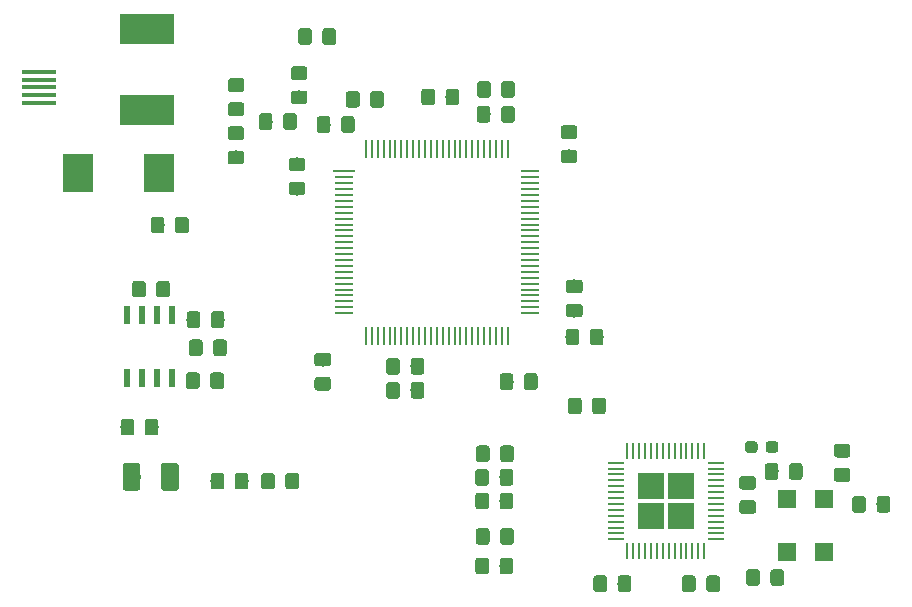
<source format=gtp>
G04 #@! TF.GenerationSoftware,KiCad,Pcbnew,(6.0.0-rc1-dev-1561-g9cac0a38c)*
G04 #@! TF.CreationDate,2019-06-17T18:23:23+02:00
G04 #@! TF.ProjectId,canbox,63616e62-6f78-42e6-9b69-6361645f7063,rev?*
G04 #@! TF.SameCoordinates,Original*
G04 #@! TF.FileFunction,Paste,Top*
G04 #@! TF.FilePolarity,Positive*
%FSLAX46Y46*%
G04 Gerber Fmt 4.6, Leading zero omitted, Abs format (unit mm)*
G04 Created by KiCad (PCBNEW (6.0.0-rc1-dev-1561-g9cac0a38c)) date Mon 17 Jun 2019 06:23:23 PM CEST*
%MOMM*%
%LPD*%
G04 APERTURE LIST*
%ADD10R,4.600000X2.500000*%
%ADD11C,0.100000*%
%ADD12C,1.150000*%
%ADD13R,2.300000X2.300000*%
%ADD14O,1.400000X0.250000*%
%ADD15O,0.250000X1.400000*%
%ADD16R,0.280000X1.500000*%
%ADD17R,1.500000X0.280000*%
%ADD18R,1.900000X0.280000*%
%ADD19R,2.500000X3.300000*%
%ADD20C,1.500000*%
%ADD21R,0.600000X1.550000*%
%ADD22R,1.524000X1.524000*%
%ADD23C,0.950000*%
%ADD24R,3.000000X0.400000*%
G04 APERTURE END LIST*
D10*
X50088800Y-83543800D03*
X50088800Y-90443800D03*
D11*
G36*
X48794705Y-116573004D02*
G01*
X48818973Y-116576604D01*
X48842772Y-116582565D01*
X48865871Y-116590830D01*
X48888050Y-116601320D01*
X48909093Y-116613932D01*
X48928799Y-116628547D01*
X48946977Y-116645023D01*
X48963453Y-116663201D01*
X48978068Y-116682907D01*
X48990680Y-116703950D01*
X49001170Y-116726129D01*
X49009435Y-116749228D01*
X49015396Y-116773027D01*
X49018996Y-116797295D01*
X49020200Y-116821799D01*
X49020200Y-117721801D01*
X49018996Y-117746305D01*
X49015396Y-117770573D01*
X49009435Y-117794372D01*
X49001170Y-117817471D01*
X48990680Y-117839650D01*
X48978068Y-117860693D01*
X48963453Y-117880399D01*
X48946977Y-117898577D01*
X48928799Y-117915053D01*
X48909093Y-117929668D01*
X48888050Y-117942280D01*
X48865871Y-117952770D01*
X48842772Y-117961035D01*
X48818973Y-117966996D01*
X48794705Y-117970596D01*
X48770201Y-117971800D01*
X48120199Y-117971800D01*
X48095695Y-117970596D01*
X48071427Y-117966996D01*
X48047628Y-117961035D01*
X48024529Y-117952770D01*
X48002350Y-117942280D01*
X47981307Y-117929668D01*
X47961601Y-117915053D01*
X47943423Y-117898577D01*
X47926947Y-117880399D01*
X47912332Y-117860693D01*
X47899720Y-117839650D01*
X47889230Y-117817471D01*
X47880965Y-117794372D01*
X47875004Y-117770573D01*
X47871404Y-117746305D01*
X47870200Y-117721801D01*
X47870200Y-116821799D01*
X47871404Y-116797295D01*
X47875004Y-116773027D01*
X47880965Y-116749228D01*
X47889230Y-116726129D01*
X47899720Y-116703950D01*
X47912332Y-116682907D01*
X47926947Y-116663201D01*
X47943423Y-116645023D01*
X47961601Y-116628547D01*
X47981307Y-116613932D01*
X48002350Y-116601320D01*
X48024529Y-116590830D01*
X48047628Y-116582565D01*
X48071427Y-116576604D01*
X48095695Y-116573004D01*
X48120199Y-116571800D01*
X48770201Y-116571800D01*
X48794705Y-116573004D01*
X48794705Y-116573004D01*
G37*
D12*
X48445200Y-117271800D03*
D11*
G36*
X50844705Y-116573004D02*
G01*
X50868973Y-116576604D01*
X50892772Y-116582565D01*
X50915871Y-116590830D01*
X50938050Y-116601320D01*
X50959093Y-116613932D01*
X50978799Y-116628547D01*
X50996977Y-116645023D01*
X51013453Y-116663201D01*
X51028068Y-116682907D01*
X51040680Y-116703950D01*
X51051170Y-116726129D01*
X51059435Y-116749228D01*
X51065396Y-116773027D01*
X51068996Y-116797295D01*
X51070200Y-116821799D01*
X51070200Y-117721801D01*
X51068996Y-117746305D01*
X51065396Y-117770573D01*
X51059435Y-117794372D01*
X51051170Y-117817471D01*
X51040680Y-117839650D01*
X51028068Y-117860693D01*
X51013453Y-117880399D01*
X50996977Y-117898577D01*
X50978799Y-117915053D01*
X50959093Y-117929668D01*
X50938050Y-117942280D01*
X50915871Y-117952770D01*
X50892772Y-117961035D01*
X50868973Y-117966996D01*
X50844705Y-117970596D01*
X50820201Y-117971800D01*
X50170199Y-117971800D01*
X50145695Y-117970596D01*
X50121427Y-117966996D01*
X50097628Y-117961035D01*
X50074529Y-117952770D01*
X50052350Y-117942280D01*
X50031307Y-117929668D01*
X50011601Y-117915053D01*
X49993423Y-117898577D01*
X49976947Y-117880399D01*
X49962332Y-117860693D01*
X49949720Y-117839650D01*
X49939230Y-117817471D01*
X49930965Y-117794372D01*
X49925004Y-117770573D01*
X49921404Y-117746305D01*
X49920200Y-117721801D01*
X49920200Y-116821799D01*
X49921404Y-116797295D01*
X49925004Y-116773027D01*
X49930965Y-116749228D01*
X49939230Y-116726129D01*
X49949720Y-116703950D01*
X49962332Y-116682907D01*
X49976947Y-116663201D01*
X49993423Y-116645023D01*
X50011601Y-116628547D01*
X50031307Y-116613932D01*
X50052350Y-116601320D01*
X50074529Y-116590830D01*
X50097628Y-116582565D01*
X50121427Y-116576604D01*
X50145695Y-116573004D01*
X50170199Y-116571800D01*
X50820201Y-116571800D01*
X50844705Y-116573004D01*
X50844705Y-116573004D01*
G37*
D12*
X50495200Y-117271800D03*
D13*
X95283400Y-122267200D03*
X92783400Y-122267200D03*
X95283400Y-124767200D03*
X92783400Y-124767200D03*
D14*
X89783400Y-126767200D03*
X89783400Y-126267200D03*
X89783400Y-125767200D03*
X89783400Y-125267200D03*
X89783400Y-124767200D03*
X89783400Y-124267200D03*
X89783400Y-123767200D03*
X89783400Y-123267200D03*
X89783400Y-122767200D03*
X89783400Y-122267200D03*
X89783400Y-121767200D03*
X89783400Y-121267200D03*
X89783400Y-120767200D03*
X89783400Y-120267200D03*
D15*
X90783400Y-119267200D03*
X91283400Y-119267200D03*
X91783400Y-119267200D03*
X92283400Y-119267200D03*
X92783400Y-119267200D03*
X93283400Y-119267200D03*
X93783400Y-119267200D03*
X94283400Y-119267200D03*
X94783400Y-119267200D03*
X95283400Y-119267200D03*
X95783400Y-119267200D03*
X96283400Y-119267200D03*
X96783400Y-119267200D03*
X97283400Y-119267200D03*
D14*
X98283400Y-120267200D03*
X98283400Y-120767200D03*
X98283400Y-121267200D03*
X98283400Y-121767200D03*
X98283400Y-122267200D03*
X98283400Y-122767200D03*
X98283400Y-123267200D03*
X98283400Y-123767200D03*
X98283400Y-124267200D03*
X98283400Y-124767200D03*
X98283400Y-125267200D03*
X98283400Y-125767200D03*
X98283400Y-126267200D03*
X98283400Y-126767200D03*
D15*
X97283400Y-127767200D03*
X96783400Y-127767200D03*
X96283400Y-127767200D03*
X95783400Y-127767200D03*
X95283400Y-127767200D03*
X94783400Y-127767200D03*
X94283400Y-127767200D03*
X93783400Y-127767200D03*
X93283400Y-127767200D03*
X92783400Y-127767200D03*
X92283400Y-127767200D03*
X91783400Y-127767200D03*
X91283400Y-127767200D03*
X90783400Y-127767200D03*
D11*
G36*
X56414705Y-121145004D02*
G01*
X56438973Y-121148604D01*
X56462772Y-121154565D01*
X56485871Y-121162830D01*
X56508050Y-121173320D01*
X56529093Y-121185932D01*
X56548799Y-121200547D01*
X56566977Y-121217023D01*
X56583453Y-121235201D01*
X56598068Y-121254907D01*
X56610680Y-121275950D01*
X56621170Y-121298129D01*
X56629435Y-121321228D01*
X56635396Y-121345027D01*
X56638996Y-121369295D01*
X56640200Y-121393799D01*
X56640200Y-122293801D01*
X56638996Y-122318305D01*
X56635396Y-122342573D01*
X56629435Y-122366372D01*
X56621170Y-122389471D01*
X56610680Y-122411650D01*
X56598068Y-122432693D01*
X56583453Y-122452399D01*
X56566977Y-122470577D01*
X56548799Y-122487053D01*
X56529093Y-122501668D01*
X56508050Y-122514280D01*
X56485871Y-122524770D01*
X56462772Y-122533035D01*
X56438973Y-122538996D01*
X56414705Y-122542596D01*
X56390201Y-122543800D01*
X55740199Y-122543800D01*
X55715695Y-122542596D01*
X55691427Y-122538996D01*
X55667628Y-122533035D01*
X55644529Y-122524770D01*
X55622350Y-122514280D01*
X55601307Y-122501668D01*
X55581601Y-122487053D01*
X55563423Y-122470577D01*
X55546947Y-122452399D01*
X55532332Y-122432693D01*
X55519720Y-122411650D01*
X55509230Y-122389471D01*
X55500965Y-122366372D01*
X55495004Y-122342573D01*
X55491404Y-122318305D01*
X55490200Y-122293801D01*
X55490200Y-121393799D01*
X55491404Y-121369295D01*
X55495004Y-121345027D01*
X55500965Y-121321228D01*
X55509230Y-121298129D01*
X55519720Y-121275950D01*
X55532332Y-121254907D01*
X55546947Y-121235201D01*
X55563423Y-121217023D01*
X55581601Y-121200547D01*
X55601307Y-121185932D01*
X55622350Y-121173320D01*
X55644529Y-121162830D01*
X55667628Y-121154565D01*
X55691427Y-121148604D01*
X55715695Y-121145004D01*
X55740199Y-121143800D01*
X56390201Y-121143800D01*
X56414705Y-121145004D01*
X56414705Y-121145004D01*
G37*
D12*
X56065200Y-121843800D03*
D11*
G36*
X58464705Y-121145004D02*
G01*
X58488973Y-121148604D01*
X58512772Y-121154565D01*
X58535871Y-121162830D01*
X58558050Y-121173320D01*
X58579093Y-121185932D01*
X58598799Y-121200547D01*
X58616977Y-121217023D01*
X58633453Y-121235201D01*
X58648068Y-121254907D01*
X58660680Y-121275950D01*
X58671170Y-121298129D01*
X58679435Y-121321228D01*
X58685396Y-121345027D01*
X58688996Y-121369295D01*
X58690200Y-121393799D01*
X58690200Y-122293801D01*
X58688996Y-122318305D01*
X58685396Y-122342573D01*
X58679435Y-122366372D01*
X58671170Y-122389471D01*
X58660680Y-122411650D01*
X58648068Y-122432693D01*
X58633453Y-122452399D01*
X58616977Y-122470577D01*
X58598799Y-122487053D01*
X58579093Y-122501668D01*
X58558050Y-122514280D01*
X58535871Y-122524770D01*
X58512772Y-122533035D01*
X58488973Y-122538996D01*
X58464705Y-122542596D01*
X58440201Y-122543800D01*
X57790199Y-122543800D01*
X57765695Y-122542596D01*
X57741427Y-122538996D01*
X57717628Y-122533035D01*
X57694529Y-122524770D01*
X57672350Y-122514280D01*
X57651307Y-122501668D01*
X57631601Y-122487053D01*
X57613423Y-122470577D01*
X57596947Y-122452399D01*
X57582332Y-122432693D01*
X57569720Y-122411650D01*
X57559230Y-122389471D01*
X57550965Y-122366372D01*
X57545004Y-122342573D01*
X57541404Y-122318305D01*
X57540200Y-122293801D01*
X57540200Y-121393799D01*
X57541404Y-121369295D01*
X57545004Y-121345027D01*
X57550965Y-121321228D01*
X57559230Y-121298129D01*
X57569720Y-121275950D01*
X57582332Y-121254907D01*
X57596947Y-121235201D01*
X57613423Y-121217023D01*
X57631601Y-121200547D01*
X57651307Y-121185932D01*
X57672350Y-121173320D01*
X57694529Y-121162830D01*
X57717628Y-121154565D01*
X57741427Y-121148604D01*
X57765695Y-121145004D01*
X57790199Y-121143800D01*
X58440201Y-121143800D01*
X58464705Y-121145004D01*
X58464705Y-121145004D01*
G37*
D12*
X58115200Y-121843800D03*
D11*
G36*
X62749905Y-121145004D02*
G01*
X62774173Y-121148604D01*
X62797972Y-121154565D01*
X62821071Y-121162830D01*
X62843250Y-121173320D01*
X62864293Y-121185932D01*
X62883999Y-121200547D01*
X62902177Y-121217023D01*
X62918653Y-121235201D01*
X62933268Y-121254907D01*
X62945880Y-121275950D01*
X62956370Y-121298129D01*
X62964635Y-121321228D01*
X62970596Y-121345027D01*
X62974196Y-121369295D01*
X62975400Y-121393799D01*
X62975400Y-122293801D01*
X62974196Y-122318305D01*
X62970596Y-122342573D01*
X62964635Y-122366372D01*
X62956370Y-122389471D01*
X62945880Y-122411650D01*
X62933268Y-122432693D01*
X62918653Y-122452399D01*
X62902177Y-122470577D01*
X62883999Y-122487053D01*
X62864293Y-122501668D01*
X62843250Y-122514280D01*
X62821071Y-122524770D01*
X62797972Y-122533035D01*
X62774173Y-122538996D01*
X62749905Y-122542596D01*
X62725401Y-122543800D01*
X62075399Y-122543800D01*
X62050895Y-122542596D01*
X62026627Y-122538996D01*
X62002828Y-122533035D01*
X61979729Y-122524770D01*
X61957550Y-122514280D01*
X61936507Y-122501668D01*
X61916801Y-122487053D01*
X61898623Y-122470577D01*
X61882147Y-122452399D01*
X61867532Y-122432693D01*
X61854920Y-122411650D01*
X61844430Y-122389471D01*
X61836165Y-122366372D01*
X61830204Y-122342573D01*
X61826604Y-122318305D01*
X61825400Y-122293801D01*
X61825400Y-121393799D01*
X61826604Y-121369295D01*
X61830204Y-121345027D01*
X61836165Y-121321228D01*
X61844430Y-121298129D01*
X61854920Y-121275950D01*
X61867532Y-121254907D01*
X61882147Y-121235201D01*
X61898623Y-121217023D01*
X61916801Y-121200547D01*
X61936507Y-121185932D01*
X61957550Y-121173320D01*
X61979729Y-121162830D01*
X62002828Y-121154565D01*
X62026627Y-121148604D01*
X62050895Y-121145004D01*
X62075399Y-121143800D01*
X62725401Y-121143800D01*
X62749905Y-121145004D01*
X62749905Y-121145004D01*
G37*
D12*
X62400400Y-121843800D03*
D11*
G36*
X60699905Y-121145004D02*
G01*
X60724173Y-121148604D01*
X60747972Y-121154565D01*
X60771071Y-121162830D01*
X60793250Y-121173320D01*
X60814293Y-121185932D01*
X60833999Y-121200547D01*
X60852177Y-121217023D01*
X60868653Y-121235201D01*
X60883268Y-121254907D01*
X60895880Y-121275950D01*
X60906370Y-121298129D01*
X60914635Y-121321228D01*
X60920596Y-121345027D01*
X60924196Y-121369295D01*
X60925400Y-121393799D01*
X60925400Y-122293801D01*
X60924196Y-122318305D01*
X60920596Y-122342573D01*
X60914635Y-122366372D01*
X60906370Y-122389471D01*
X60895880Y-122411650D01*
X60883268Y-122432693D01*
X60868653Y-122452399D01*
X60852177Y-122470577D01*
X60833999Y-122487053D01*
X60814293Y-122501668D01*
X60793250Y-122514280D01*
X60771071Y-122524770D01*
X60747972Y-122533035D01*
X60724173Y-122538996D01*
X60699905Y-122542596D01*
X60675401Y-122543800D01*
X60025399Y-122543800D01*
X60000895Y-122542596D01*
X59976627Y-122538996D01*
X59952828Y-122533035D01*
X59929729Y-122524770D01*
X59907550Y-122514280D01*
X59886507Y-122501668D01*
X59866801Y-122487053D01*
X59848623Y-122470577D01*
X59832147Y-122452399D01*
X59817532Y-122432693D01*
X59804920Y-122411650D01*
X59794430Y-122389471D01*
X59786165Y-122366372D01*
X59780204Y-122342573D01*
X59776604Y-122318305D01*
X59775400Y-122293801D01*
X59775400Y-121393799D01*
X59776604Y-121369295D01*
X59780204Y-121345027D01*
X59786165Y-121321228D01*
X59794430Y-121298129D01*
X59804920Y-121275950D01*
X59817532Y-121254907D01*
X59832147Y-121235201D01*
X59848623Y-121217023D01*
X59866801Y-121200547D01*
X59886507Y-121185932D01*
X59907550Y-121173320D01*
X59929729Y-121162830D01*
X59952828Y-121154565D01*
X59976627Y-121148604D01*
X60000895Y-121145004D01*
X60025399Y-121143800D01*
X60675401Y-121143800D01*
X60699905Y-121145004D01*
X60699905Y-121145004D01*
G37*
D12*
X60350400Y-121843800D03*
D16*
X68644000Y-93711000D03*
X69144000Y-93711000D03*
X69644000Y-93711000D03*
X70144000Y-93711000D03*
X70644000Y-93711000D03*
X71144000Y-93711000D03*
X71644000Y-93711000D03*
X72144000Y-93711000D03*
X72644000Y-93711000D03*
X73144000Y-93711000D03*
X73644000Y-93711000D03*
X74144000Y-93711000D03*
X74644000Y-93711000D03*
X75144000Y-93711000D03*
X75644000Y-93711000D03*
X76144000Y-93711000D03*
X76644000Y-93711000D03*
X77144000Y-93711000D03*
X77644000Y-93711000D03*
X78144000Y-93711000D03*
X78644000Y-93711000D03*
X79144000Y-93711000D03*
X79644000Y-93711000D03*
X80144000Y-93711000D03*
X80644000Y-93711000D03*
D17*
X82544000Y-95611000D03*
X82544000Y-96111000D03*
X82544000Y-96611000D03*
X82544000Y-97111000D03*
X82544000Y-97611000D03*
X82544000Y-98111000D03*
X82544000Y-98611000D03*
X82544000Y-99111000D03*
X82544000Y-99611000D03*
X82544000Y-100111000D03*
X82544000Y-100611000D03*
X82544000Y-101111000D03*
X82544000Y-101611000D03*
X82544000Y-102111000D03*
X82544000Y-102611000D03*
X82544000Y-103111000D03*
X82544000Y-103611000D03*
X82544000Y-104111000D03*
X82544000Y-104611000D03*
X82544000Y-105111000D03*
X82544000Y-105611000D03*
X82544000Y-106111000D03*
X82544000Y-106611000D03*
X82544000Y-107111000D03*
X82544000Y-107611000D03*
D16*
X80644000Y-109511000D03*
X80144000Y-109511000D03*
X79644000Y-109511000D03*
X79144000Y-109511000D03*
X78644000Y-109511000D03*
X78144000Y-109511000D03*
X77644000Y-109511000D03*
X77144000Y-109511000D03*
X76644000Y-109511000D03*
X76144000Y-109511000D03*
X75644000Y-109511000D03*
X75144000Y-109511000D03*
X74644000Y-109511000D03*
X74144000Y-109511000D03*
X73644000Y-109511000D03*
X73144000Y-109511000D03*
X72644000Y-109511000D03*
X72144000Y-109511000D03*
X71644000Y-109511000D03*
X71144000Y-109511000D03*
X70644000Y-109511000D03*
X70144000Y-109511000D03*
X69644000Y-109511000D03*
X69144000Y-109511000D03*
X68644000Y-109511000D03*
D17*
X66744000Y-107611000D03*
X66744000Y-107111000D03*
X66744000Y-106611000D03*
X66744000Y-106111000D03*
X66744000Y-105611000D03*
X66744000Y-105111000D03*
X66744000Y-104611000D03*
X66744000Y-104111000D03*
X66744000Y-103611000D03*
X66744000Y-103111000D03*
X66744000Y-102611000D03*
X66744000Y-102111000D03*
X66744000Y-101611000D03*
X66744000Y-101111000D03*
X66744000Y-100611000D03*
X66744000Y-100111000D03*
X66744000Y-99611000D03*
X66744000Y-99111000D03*
X66744000Y-98611000D03*
X66744000Y-98111000D03*
X66744000Y-97611000D03*
X66744000Y-97111000D03*
X66744000Y-96611000D03*
X66744000Y-96111000D03*
D18*
X66744000Y-95611000D03*
D19*
X44296800Y-95707200D03*
X51096800Y-95707200D03*
D11*
G36*
X49318504Y-120289004D02*
G01*
X49342773Y-120292604D01*
X49366571Y-120298565D01*
X49389671Y-120306830D01*
X49411849Y-120317320D01*
X49432893Y-120329933D01*
X49452598Y-120344547D01*
X49470777Y-120361023D01*
X49487253Y-120379202D01*
X49501867Y-120398907D01*
X49514480Y-120419951D01*
X49524970Y-120442129D01*
X49533235Y-120465229D01*
X49539196Y-120489027D01*
X49542796Y-120513296D01*
X49544000Y-120537800D01*
X49544000Y-122387800D01*
X49542796Y-122412304D01*
X49539196Y-122436573D01*
X49533235Y-122460371D01*
X49524970Y-122483471D01*
X49514480Y-122505649D01*
X49501867Y-122526693D01*
X49487253Y-122546398D01*
X49470777Y-122564577D01*
X49452598Y-122581053D01*
X49432893Y-122595667D01*
X49411849Y-122608280D01*
X49389671Y-122618770D01*
X49366571Y-122627035D01*
X49342773Y-122632996D01*
X49318504Y-122636596D01*
X49294000Y-122637800D01*
X48294000Y-122637800D01*
X48269496Y-122636596D01*
X48245227Y-122632996D01*
X48221429Y-122627035D01*
X48198329Y-122618770D01*
X48176151Y-122608280D01*
X48155107Y-122595667D01*
X48135402Y-122581053D01*
X48117223Y-122564577D01*
X48100747Y-122546398D01*
X48086133Y-122526693D01*
X48073520Y-122505649D01*
X48063030Y-122483471D01*
X48054765Y-122460371D01*
X48048804Y-122436573D01*
X48045204Y-122412304D01*
X48044000Y-122387800D01*
X48044000Y-120537800D01*
X48045204Y-120513296D01*
X48048804Y-120489027D01*
X48054765Y-120465229D01*
X48063030Y-120442129D01*
X48073520Y-120419951D01*
X48086133Y-120398907D01*
X48100747Y-120379202D01*
X48117223Y-120361023D01*
X48135402Y-120344547D01*
X48155107Y-120329933D01*
X48176151Y-120317320D01*
X48198329Y-120306830D01*
X48221429Y-120298565D01*
X48245227Y-120292604D01*
X48269496Y-120289004D01*
X48294000Y-120287800D01*
X49294000Y-120287800D01*
X49318504Y-120289004D01*
X49318504Y-120289004D01*
G37*
D20*
X48794000Y-121462800D03*
D11*
G36*
X52568504Y-120289004D02*
G01*
X52592773Y-120292604D01*
X52616571Y-120298565D01*
X52639671Y-120306830D01*
X52661849Y-120317320D01*
X52682893Y-120329933D01*
X52702598Y-120344547D01*
X52720777Y-120361023D01*
X52737253Y-120379202D01*
X52751867Y-120398907D01*
X52764480Y-120419951D01*
X52774970Y-120442129D01*
X52783235Y-120465229D01*
X52789196Y-120489027D01*
X52792796Y-120513296D01*
X52794000Y-120537800D01*
X52794000Y-122387800D01*
X52792796Y-122412304D01*
X52789196Y-122436573D01*
X52783235Y-122460371D01*
X52774970Y-122483471D01*
X52764480Y-122505649D01*
X52751867Y-122526693D01*
X52737253Y-122546398D01*
X52720777Y-122564577D01*
X52702598Y-122581053D01*
X52682893Y-122595667D01*
X52661849Y-122608280D01*
X52639671Y-122618770D01*
X52616571Y-122627035D01*
X52592773Y-122632996D01*
X52568504Y-122636596D01*
X52544000Y-122637800D01*
X51544000Y-122637800D01*
X51519496Y-122636596D01*
X51495227Y-122632996D01*
X51471429Y-122627035D01*
X51448329Y-122618770D01*
X51426151Y-122608280D01*
X51405107Y-122595667D01*
X51385402Y-122581053D01*
X51367223Y-122564577D01*
X51350747Y-122546398D01*
X51336133Y-122526693D01*
X51323520Y-122505649D01*
X51313030Y-122483471D01*
X51304765Y-122460371D01*
X51298804Y-122436573D01*
X51295204Y-122412304D01*
X51294000Y-122387800D01*
X51294000Y-120537800D01*
X51295204Y-120513296D01*
X51298804Y-120489027D01*
X51304765Y-120465229D01*
X51313030Y-120442129D01*
X51323520Y-120419951D01*
X51336133Y-120398907D01*
X51350747Y-120379202D01*
X51367223Y-120361023D01*
X51385402Y-120344547D01*
X51405107Y-120329933D01*
X51426151Y-120317320D01*
X51448329Y-120306830D01*
X51471429Y-120298565D01*
X51495227Y-120292604D01*
X51519496Y-120289004D01*
X51544000Y-120287800D01*
X52544000Y-120287800D01*
X52568504Y-120289004D01*
X52568504Y-120289004D01*
G37*
D20*
X52044000Y-121462800D03*
D11*
G36*
X78978905Y-87972604D02*
G01*
X79003173Y-87976204D01*
X79026972Y-87982165D01*
X79050071Y-87990430D01*
X79072250Y-88000920D01*
X79093293Y-88013532D01*
X79112999Y-88028147D01*
X79131177Y-88044623D01*
X79147653Y-88062801D01*
X79162268Y-88082507D01*
X79174880Y-88103550D01*
X79185370Y-88125729D01*
X79193635Y-88148828D01*
X79199596Y-88172627D01*
X79203196Y-88196895D01*
X79204400Y-88221399D01*
X79204400Y-89121401D01*
X79203196Y-89145905D01*
X79199596Y-89170173D01*
X79193635Y-89193972D01*
X79185370Y-89217071D01*
X79174880Y-89239250D01*
X79162268Y-89260293D01*
X79147653Y-89279999D01*
X79131177Y-89298177D01*
X79112999Y-89314653D01*
X79093293Y-89329268D01*
X79072250Y-89341880D01*
X79050071Y-89352370D01*
X79026972Y-89360635D01*
X79003173Y-89366596D01*
X78978905Y-89370196D01*
X78954401Y-89371400D01*
X78304399Y-89371400D01*
X78279895Y-89370196D01*
X78255627Y-89366596D01*
X78231828Y-89360635D01*
X78208729Y-89352370D01*
X78186550Y-89341880D01*
X78165507Y-89329268D01*
X78145801Y-89314653D01*
X78127623Y-89298177D01*
X78111147Y-89279999D01*
X78096532Y-89260293D01*
X78083920Y-89239250D01*
X78073430Y-89217071D01*
X78065165Y-89193972D01*
X78059204Y-89170173D01*
X78055604Y-89145905D01*
X78054400Y-89121401D01*
X78054400Y-88221399D01*
X78055604Y-88196895D01*
X78059204Y-88172627D01*
X78065165Y-88148828D01*
X78073430Y-88125729D01*
X78083920Y-88103550D01*
X78096532Y-88082507D01*
X78111147Y-88062801D01*
X78127623Y-88044623D01*
X78145801Y-88028147D01*
X78165507Y-88013532D01*
X78186550Y-88000920D01*
X78208729Y-87990430D01*
X78231828Y-87982165D01*
X78255627Y-87976204D01*
X78279895Y-87972604D01*
X78304399Y-87971400D01*
X78954401Y-87971400D01*
X78978905Y-87972604D01*
X78978905Y-87972604D01*
G37*
D12*
X78629400Y-88671400D03*
D11*
G36*
X81028905Y-87972604D02*
G01*
X81053173Y-87976204D01*
X81076972Y-87982165D01*
X81100071Y-87990430D01*
X81122250Y-88000920D01*
X81143293Y-88013532D01*
X81162999Y-88028147D01*
X81181177Y-88044623D01*
X81197653Y-88062801D01*
X81212268Y-88082507D01*
X81224880Y-88103550D01*
X81235370Y-88125729D01*
X81243635Y-88148828D01*
X81249596Y-88172627D01*
X81253196Y-88196895D01*
X81254400Y-88221399D01*
X81254400Y-89121401D01*
X81253196Y-89145905D01*
X81249596Y-89170173D01*
X81243635Y-89193972D01*
X81235370Y-89217071D01*
X81224880Y-89239250D01*
X81212268Y-89260293D01*
X81197653Y-89279999D01*
X81181177Y-89298177D01*
X81162999Y-89314653D01*
X81143293Y-89329268D01*
X81122250Y-89341880D01*
X81100071Y-89352370D01*
X81076972Y-89360635D01*
X81053173Y-89366596D01*
X81028905Y-89370196D01*
X81004401Y-89371400D01*
X80354399Y-89371400D01*
X80329895Y-89370196D01*
X80305627Y-89366596D01*
X80281828Y-89360635D01*
X80258729Y-89352370D01*
X80236550Y-89341880D01*
X80215507Y-89329268D01*
X80195801Y-89314653D01*
X80177623Y-89298177D01*
X80161147Y-89279999D01*
X80146532Y-89260293D01*
X80133920Y-89239250D01*
X80123430Y-89217071D01*
X80115165Y-89193972D01*
X80109204Y-89170173D01*
X80105604Y-89145905D01*
X80104400Y-89121401D01*
X80104400Y-88221399D01*
X80105604Y-88196895D01*
X80109204Y-88172627D01*
X80115165Y-88148828D01*
X80123430Y-88125729D01*
X80133920Y-88103550D01*
X80146532Y-88082507D01*
X80161147Y-88062801D01*
X80177623Y-88044623D01*
X80195801Y-88028147D01*
X80215507Y-88013532D01*
X80236550Y-88000920D01*
X80258729Y-87990430D01*
X80281828Y-87982165D01*
X80305627Y-87976204D01*
X80329895Y-87972604D01*
X80354399Y-87971400D01*
X81004401Y-87971400D01*
X81028905Y-87972604D01*
X81028905Y-87972604D01*
G37*
D12*
X80679400Y-88671400D03*
D11*
G36*
X51360105Y-99466104D02*
G01*
X51384373Y-99469704D01*
X51408172Y-99475665D01*
X51431271Y-99483930D01*
X51453450Y-99494420D01*
X51474493Y-99507032D01*
X51494199Y-99521647D01*
X51512377Y-99538123D01*
X51528853Y-99556301D01*
X51543468Y-99576007D01*
X51556080Y-99597050D01*
X51566570Y-99619229D01*
X51574835Y-99642328D01*
X51580796Y-99666127D01*
X51584396Y-99690395D01*
X51585600Y-99714899D01*
X51585600Y-100614901D01*
X51584396Y-100639405D01*
X51580796Y-100663673D01*
X51574835Y-100687472D01*
X51566570Y-100710571D01*
X51556080Y-100732750D01*
X51543468Y-100753793D01*
X51528853Y-100773499D01*
X51512377Y-100791677D01*
X51494199Y-100808153D01*
X51474493Y-100822768D01*
X51453450Y-100835380D01*
X51431271Y-100845870D01*
X51408172Y-100854135D01*
X51384373Y-100860096D01*
X51360105Y-100863696D01*
X51335601Y-100864900D01*
X50685599Y-100864900D01*
X50661095Y-100863696D01*
X50636827Y-100860096D01*
X50613028Y-100854135D01*
X50589929Y-100845870D01*
X50567750Y-100835380D01*
X50546707Y-100822768D01*
X50527001Y-100808153D01*
X50508823Y-100791677D01*
X50492347Y-100773499D01*
X50477732Y-100753793D01*
X50465120Y-100732750D01*
X50454630Y-100710571D01*
X50446365Y-100687472D01*
X50440404Y-100663673D01*
X50436804Y-100639405D01*
X50435600Y-100614901D01*
X50435600Y-99714899D01*
X50436804Y-99690395D01*
X50440404Y-99666127D01*
X50446365Y-99642328D01*
X50454630Y-99619229D01*
X50465120Y-99597050D01*
X50477732Y-99576007D01*
X50492347Y-99556301D01*
X50508823Y-99538123D01*
X50527001Y-99521647D01*
X50546707Y-99507032D01*
X50567750Y-99494420D01*
X50589929Y-99483930D01*
X50613028Y-99475665D01*
X50636827Y-99469704D01*
X50661095Y-99466104D01*
X50685599Y-99464900D01*
X51335601Y-99464900D01*
X51360105Y-99466104D01*
X51360105Y-99466104D01*
G37*
D12*
X51010600Y-100164900D03*
D11*
G36*
X53410105Y-99466104D02*
G01*
X53434373Y-99469704D01*
X53458172Y-99475665D01*
X53481271Y-99483930D01*
X53503450Y-99494420D01*
X53524493Y-99507032D01*
X53544199Y-99521647D01*
X53562377Y-99538123D01*
X53578853Y-99556301D01*
X53593468Y-99576007D01*
X53606080Y-99597050D01*
X53616570Y-99619229D01*
X53624835Y-99642328D01*
X53630796Y-99666127D01*
X53634396Y-99690395D01*
X53635600Y-99714899D01*
X53635600Y-100614901D01*
X53634396Y-100639405D01*
X53630796Y-100663673D01*
X53624835Y-100687472D01*
X53616570Y-100710571D01*
X53606080Y-100732750D01*
X53593468Y-100753793D01*
X53578853Y-100773499D01*
X53562377Y-100791677D01*
X53544199Y-100808153D01*
X53524493Y-100822768D01*
X53503450Y-100835380D01*
X53481271Y-100845870D01*
X53458172Y-100854135D01*
X53434373Y-100860096D01*
X53410105Y-100863696D01*
X53385601Y-100864900D01*
X52735599Y-100864900D01*
X52711095Y-100863696D01*
X52686827Y-100860096D01*
X52663028Y-100854135D01*
X52639929Y-100845870D01*
X52617750Y-100835380D01*
X52596707Y-100822768D01*
X52577001Y-100808153D01*
X52558823Y-100791677D01*
X52542347Y-100773499D01*
X52527732Y-100753793D01*
X52515120Y-100732750D01*
X52504630Y-100710571D01*
X52496365Y-100687472D01*
X52490404Y-100663673D01*
X52486804Y-100639405D01*
X52485600Y-100614901D01*
X52485600Y-99714899D01*
X52486804Y-99690395D01*
X52490404Y-99666127D01*
X52496365Y-99642328D01*
X52504630Y-99619229D01*
X52515120Y-99597050D01*
X52527732Y-99576007D01*
X52542347Y-99556301D01*
X52558823Y-99538123D01*
X52577001Y-99521647D01*
X52596707Y-99507032D01*
X52617750Y-99494420D01*
X52639929Y-99483930D01*
X52663028Y-99475665D01*
X52686827Y-99469704D01*
X52711095Y-99466104D01*
X52735599Y-99464900D01*
X53385601Y-99464900D01*
X53410105Y-99466104D01*
X53410105Y-99466104D01*
G37*
D12*
X53060600Y-100164900D03*
D11*
G36*
X60504105Y-90690404D02*
G01*
X60528373Y-90694004D01*
X60552172Y-90699965D01*
X60575271Y-90708230D01*
X60597450Y-90718720D01*
X60618493Y-90731332D01*
X60638199Y-90745947D01*
X60656377Y-90762423D01*
X60672853Y-90780601D01*
X60687468Y-90800307D01*
X60700080Y-90821350D01*
X60710570Y-90843529D01*
X60718835Y-90866628D01*
X60724796Y-90890427D01*
X60728396Y-90914695D01*
X60729600Y-90939199D01*
X60729600Y-91839201D01*
X60728396Y-91863705D01*
X60724796Y-91887973D01*
X60718835Y-91911772D01*
X60710570Y-91934871D01*
X60700080Y-91957050D01*
X60687468Y-91978093D01*
X60672853Y-91997799D01*
X60656377Y-92015977D01*
X60638199Y-92032453D01*
X60618493Y-92047068D01*
X60597450Y-92059680D01*
X60575271Y-92070170D01*
X60552172Y-92078435D01*
X60528373Y-92084396D01*
X60504105Y-92087996D01*
X60479601Y-92089200D01*
X59829599Y-92089200D01*
X59805095Y-92087996D01*
X59780827Y-92084396D01*
X59757028Y-92078435D01*
X59733929Y-92070170D01*
X59711750Y-92059680D01*
X59690707Y-92047068D01*
X59671001Y-92032453D01*
X59652823Y-92015977D01*
X59636347Y-91997799D01*
X59621732Y-91978093D01*
X59609120Y-91957050D01*
X59598630Y-91934871D01*
X59590365Y-91911772D01*
X59584404Y-91887973D01*
X59580804Y-91863705D01*
X59579600Y-91839201D01*
X59579600Y-90939199D01*
X59580804Y-90914695D01*
X59584404Y-90890427D01*
X59590365Y-90866628D01*
X59598630Y-90843529D01*
X59609120Y-90821350D01*
X59621732Y-90800307D01*
X59636347Y-90780601D01*
X59652823Y-90762423D01*
X59671001Y-90745947D01*
X59690707Y-90731332D01*
X59711750Y-90718720D01*
X59733929Y-90708230D01*
X59757028Y-90699965D01*
X59780827Y-90694004D01*
X59805095Y-90690404D01*
X59829599Y-90689200D01*
X60479601Y-90689200D01*
X60504105Y-90690404D01*
X60504105Y-90690404D01*
G37*
D12*
X60154600Y-91389200D03*
D11*
G36*
X62554105Y-90690404D02*
G01*
X62578373Y-90694004D01*
X62602172Y-90699965D01*
X62625271Y-90708230D01*
X62647450Y-90718720D01*
X62668493Y-90731332D01*
X62688199Y-90745947D01*
X62706377Y-90762423D01*
X62722853Y-90780601D01*
X62737468Y-90800307D01*
X62750080Y-90821350D01*
X62760570Y-90843529D01*
X62768835Y-90866628D01*
X62774796Y-90890427D01*
X62778396Y-90914695D01*
X62779600Y-90939199D01*
X62779600Y-91839201D01*
X62778396Y-91863705D01*
X62774796Y-91887973D01*
X62768835Y-91911772D01*
X62760570Y-91934871D01*
X62750080Y-91957050D01*
X62737468Y-91978093D01*
X62722853Y-91997799D01*
X62706377Y-92015977D01*
X62688199Y-92032453D01*
X62668493Y-92047068D01*
X62647450Y-92059680D01*
X62625271Y-92070170D01*
X62602172Y-92078435D01*
X62578373Y-92084396D01*
X62554105Y-92087996D01*
X62529601Y-92089200D01*
X61879599Y-92089200D01*
X61855095Y-92087996D01*
X61830827Y-92084396D01*
X61807028Y-92078435D01*
X61783929Y-92070170D01*
X61761750Y-92059680D01*
X61740707Y-92047068D01*
X61721001Y-92032453D01*
X61702823Y-92015977D01*
X61686347Y-91997799D01*
X61671732Y-91978093D01*
X61659120Y-91957050D01*
X61648630Y-91934871D01*
X61640365Y-91911772D01*
X61634404Y-91887973D01*
X61630804Y-91863705D01*
X61629600Y-91839201D01*
X61629600Y-90939199D01*
X61630804Y-90914695D01*
X61634404Y-90890427D01*
X61640365Y-90866628D01*
X61648630Y-90843529D01*
X61659120Y-90821350D01*
X61671732Y-90800307D01*
X61686347Y-90780601D01*
X61702823Y-90762423D01*
X61721001Y-90745947D01*
X61740707Y-90731332D01*
X61761750Y-90718720D01*
X61783929Y-90708230D01*
X61807028Y-90699965D01*
X61830827Y-90694004D01*
X61855095Y-90690404D01*
X61879599Y-90689200D01*
X62529601Y-90689200D01*
X62554105Y-90690404D01*
X62554105Y-90690404D01*
G37*
D12*
X62204600Y-91389200D03*
D21*
X52197000Y-113139200D03*
X50927000Y-113139200D03*
X49657000Y-113139200D03*
X48387000Y-113139200D03*
X48387000Y-107739200D03*
X49657000Y-107739200D03*
X50927000Y-107739200D03*
X52197000Y-107739200D03*
D11*
G36*
X56441705Y-107454404D02*
G01*
X56465973Y-107458004D01*
X56489772Y-107463965D01*
X56512871Y-107472230D01*
X56535050Y-107482720D01*
X56556093Y-107495332D01*
X56575799Y-107509947D01*
X56593977Y-107526423D01*
X56610453Y-107544601D01*
X56625068Y-107564307D01*
X56637680Y-107585350D01*
X56648170Y-107607529D01*
X56656435Y-107630628D01*
X56662396Y-107654427D01*
X56665996Y-107678695D01*
X56667200Y-107703199D01*
X56667200Y-108603201D01*
X56665996Y-108627705D01*
X56662396Y-108651973D01*
X56656435Y-108675772D01*
X56648170Y-108698871D01*
X56637680Y-108721050D01*
X56625068Y-108742093D01*
X56610453Y-108761799D01*
X56593977Y-108779977D01*
X56575799Y-108796453D01*
X56556093Y-108811068D01*
X56535050Y-108823680D01*
X56512871Y-108834170D01*
X56489772Y-108842435D01*
X56465973Y-108848396D01*
X56441705Y-108851996D01*
X56417201Y-108853200D01*
X55767199Y-108853200D01*
X55742695Y-108851996D01*
X55718427Y-108848396D01*
X55694628Y-108842435D01*
X55671529Y-108834170D01*
X55649350Y-108823680D01*
X55628307Y-108811068D01*
X55608601Y-108796453D01*
X55590423Y-108779977D01*
X55573947Y-108761799D01*
X55559332Y-108742093D01*
X55546720Y-108721050D01*
X55536230Y-108698871D01*
X55527965Y-108675772D01*
X55522004Y-108651973D01*
X55518404Y-108627705D01*
X55517200Y-108603201D01*
X55517200Y-107703199D01*
X55518404Y-107678695D01*
X55522004Y-107654427D01*
X55527965Y-107630628D01*
X55536230Y-107607529D01*
X55546720Y-107585350D01*
X55559332Y-107564307D01*
X55573947Y-107544601D01*
X55590423Y-107526423D01*
X55608601Y-107509947D01*
X55628307Y-107495332D01*
X55649350Y-107482720D01*
X55671529Y-107472230D01*
X55694628Y-107463965D01*
X55718427Y-107458004D01*
X55742695Y-107454404D01*
X55767199Y-107453200D01*
X56417201Y-107453200D01*
X56441705Y-107454404D01*
X56441705Y-107454404D01*
G37*
D12*
X56092200Y-108153200D03*
D11*
G36*
X54391705Y-107454404D02*
G01*
X54415973Y-107458004D01*
X54439772Y-107463965D01*
X54462871Y-107472230D01*
X54485050Y-107482720D01*
X54506093Y-107495332D01*
X54525799Y-107509947D01*
X54543977Y-107526423D01*
X54560453Y-107544601D01*
X54575068Y-107564307D01*
X54587680Y-107585350D01*
X54598170Y-107607529D01*
X54606435Y-107630628D01*
X54612396Y-107654427D01*
X54615996Y-107678695D01*
X54617200Y-107703199D01*
X54617200Y-108603201D01*
X54615996Y-108627705D01*
X54612396Y-108651973D01*
X54606435Y-108675772D01*
X54598170Y-108698871D01*
X54587680Y-108721050D01*
X54575068Y-108742093D01*
X54560453Y-108761799D01*
X54543977Y-108779977D01*
X54525799Y-108796453D01*
X54506093Y-108811068D01*
X54485050Y-108823680D01*
X54462871Y-108834170D01*
X54439772Y-108842435D01*
X54415973Y-108848396D01*
X54391705Y-108851996D01*
X54367201Y-108853200D01*
X53717199Y-108853200D01*
X53692695Y-108851996D01*
X53668427Y-108848396D01*
X53644628Y-108842435D01*
X53621529Y-108834170D01*
X53599350Y-108823680D01*
X53578307Y-108811068D01*
X53558601Y-108796453D01*
X53540423Y-108779977D01*
X53523947Y-108761799D01*
X53509332Y-108742093D01*
X53496720Y-108721050D01*
X53486230Y-108698871D01*
X53477965Y-108675772D01*
X53472004Y-108651973D01*
X53468404Y-108627705D01*
X53467200Y-108603201D01*
X53467200Y-107703199D01*
X53468404Y-107678695D01*
X53472004Y-107654427D01*
X53477965Y-107630628D01*
X53486230Y-107607529D01*
X53496720Y-107585350D01*
X53509332Y-107564307D01*
X53523947Y-107544601D01*
X53540423Y-107526423D01*
X53558601Y-107509947D01*
X53578307Y-107495332D01*
X53599350Y-107482720D01*
X53621529Y-107472230D01*
X53644628Y-107463965D01*
X53668427Y-107458004D01*
X53692695Y-107454404D01*
X53717199Y-107453200D01*
X54367201Y-107453200D01*
X54391705Y-107454404D01*
X54391705Y-107454404D01*
G37*
D12*
X54042200Y-108153200D03*
D11*
G36*
X56387905Y-112628404D02*
G01*
X56412173Y-112632004D01*
X56435972Y-112637965D01*
X56459071Y-112646230D01*
X56481250Y-112656720D01*
X56502293Y-112669332D01*
X56521999Y-112683947D01*
X56540177Y-112700423D01*
X56556653Y-112718601D01*
X56571268Y-112738307D01*
X56583880Y-112759350D01*
X56594370Y-112781529D01*
X56602635Y-112804628D01*
X56608596Y-112828427D01*
X56612196Y-112852695D01*
X56613400Y-112877199D01*
X56613400Y-113777201D01*
X56612196Y-113801705D01*
X56608596Y-113825973D01*
X56602635Y-113849772D01*
X56594370Y-113872871D01*
X56583880Y-113895050D01*
X56571268Y-113916093D01*
X56556653Y-113935799D01*
X56540177Y-113953977D01*
X56521999Y-113970453D01*
X56502293Y-113985068D01*
X56481250Y-113997680D01*
X56459071Y-114008170D01*
X56435972Y-114016435D01*
X56412173Y-114022396D01*
X56387905Y-114025996D01*
X56363401Y-114027200D01*
X55713399Y-114027200D01*
X55688895Y-114025996D01*
X55664627Y-114022396D01*
X55640828Y-114016435D01*
X55617729Y-114008170D01*
X55595550Y-113997680D01*
X55574507Y-113985068D01*
X55554801Y-113970453D01*
X55536623Y-113953977D01*
X55520147Y-113935799D01*
X55505532Y-113916093D01*
X55492920Y-113895050D01*
X55482430Y-113872871D01*
X55474165Y-113849772D01*
X55468204Y-113825973D01*
X55464604Y-113801705D01*
X55463400Y-113777201D01*
X55463400Y-112877199D01*
X55464604Y-112852695D01*
X55468204Y-112828427D01*
X55474165Y-112804628D01*
X55482430Y-112781529D01*
X55492920Y-112759350D01*
X55505532Y-112738307D01*
X55520147Y-112718601D01*
X55536623Y-112700423D01*
X55554801Y-112683947D01*
X55574507Y-112669332D01*
X55595550Y-112656720D01*
X55617729Y-112646230D01*
X55640828Y-112637965D01*
X55664627Y-112632004D01*
X55688895Y-112628404D01*
X55713399Y-112627200D01*
X56363401Y-112627200D01*
X56387905Y-112628404D01*
X56387905Y-112628404D01*
G37*
D12*
X56038400Y-113327200D03*
D11*
G36*
X54337905Y-112628404D02*
G01*
X54362173Y-112632004D01*
X54385972Y-112637965D01*
X54409071Y-112646230D01*
X54431250Y-112656720D01*
X54452293Y-112669332D01*
X54471999Y-112683947D01*
X54490177Y-112700423D01*
X54506653Y-112718601D01*
X54521268Y-112738307D01*
X54533880Y-112759350D01*
X54544370Y-112781529D01*
X54552635Y-112804628D01*
X54558596Y-112828427D01*
X54562196Y-112852695D01*
X54563400Y-112877199D01*
X54563400Y-113777201D01*
X54562196Y-113801705D01*
X54558596Y-113825973D01*
X54552635Y-113849772D01*
X54544370Y-113872871D01*
X54533880Y-113895050D01*
X54521268Y-113916093D01*
X54506653Y-113935799D01*
X54490177Y-113953977D01*
X54471999Y-113970453D01*
X54452293Y-113985068D01*
X54431250Y-113997680D01*
X54409071Y-114008170D01*
X54385972Y-114016435D01*
X54362173Y-114022396D01*
X54337905Y-114025996D01*
X54313401Y-114027200D01*
X53663399Y-114027200D01*
X53638895Y-114025996D01*
X53614627Y-114022396D01*
X53590828Y-114016435D01*
X53567729Y-114008170D01*
X53545550Y-113997680D01*
X53524507Y-113985068D01*
X53504801Y-113970453D01*
X53486623Y-113953977D01*
X53470147Y-113935799D01*
X53455532Y-113916093D01*
X53442920Y-113895050D01*
X53432430Y-113872871D01*
X53424165Y-113849772D01*
X53418204Y-113825973D01*
X53414604Y-113801705D01*
X53413400Y-113777201D01*
X53413400Y-112877199D01*
X53414604Y-112852695D01*
X53418204Y-112828427D01*
X53424165Y-112804628D01*
X53432430Y-112781529D01*
X53442920Y-112759350D01*
X53455532Y-112738307D01*
X53470147Y-112718601D01*
X53486623Y-112700423D01*
X53504801Y-112683947D01*
X53524507Y-112669332D01*
X53545550Y-112656720D01*
X53567729Y-112646230D01*
X53590828Y-112637965D01*
X53614627Y-112632004D01*
X53638895Y-112628404D01*
X53663399Y-112627200D01*
X54313401Y-112627200D01*
X54337905Y-112628404D01*
X54337905Y-112628404D01*
G37*
D12*
X53988400Y-113327200D03*
D11*
G36*
X109440505Y-120736604D02*
G01*
X109464773Y-120740204D01*
X109488572Y-120746165D01*
X109511671Y-120754430D01*
X109533850Y-120764920D01*
X109554893Y-120777532D01*
X109574599Y-120792147D01*
X109592777Y-120808623D01*
X109609253Y-120826801D01*
X109623868Y-120846507D01*
X109636480Y-120867550D01*
X109646970Y-120889729D01*
X109655235Y-120912828D01*
X109661196Y-120936627D01*
X109664796Y-120960895D01*
X109666000Y-120985399D01*
X109666000Y-121635401D01*
X109664796Y-121659905D01*
X109661196Y-121684173D01*
X109655235Y-121707972D01*
X109646970Y-121731071D01*
X109636480Y-121753250D01*
X109623868Y-121774293D01*
X109609253Y-121793999D01*
X109592777Y-121812177D01*
X109574599Y-121828653D01*
X109554893Y-121843268D01*
X109533850Y-121855880D01*
X109511671Y-121866370D01*
X109488572Y-121874635D01*
X109464773Y-121880596D01*
X109440505Y-121884196D01*
X109416001Y-121885400D01*
X108515999Y-121885400D01*
X108491495Y-121884196D01*
X108467227Y-121880596D01*
X108443428Y-121874635D01*
X108420329Y-121866370D01*
X108398150Y-121855880D01*
X108377107Y-121843268D01*
X108357401Y-121828653D01*
X108339223Y-121812177D01*
X108322747Y-121793999D01*
X108308132Y-121774293D01*
X108295520Y-121753250D01*
X108285030Y-121731071D01*
X108276765Y-121707972D01*
X108270804Y-121684173D01*
X108267204Y-121659905D01*
X108266000Y-121635401D01*
X108266000Y-120985399D01*
X108267204Y-120960895D01*
X108270804Y-120936627D01*
X108276765Y-120912828D01*
X108285030Y-120889729D01*
X108295520Y-120867550D01*
X108308132Y-120846507D01*
X108322747Y-120826801D01*
X108339223Y-120808623D01*
X108357401Y-120792147D01*
X108377107Y-120777532D01*
X108398150Y-120764920D01*
X108420329Y-120754430D01*
X108443428Y-120746165D01*
X108467227Y-120740204D01*
X108491495Y-120736604D01*
X108515999Y-120735400D01*
X109416001Y-120735400D01*
X109440505Y-120736604D01*
X109440505Y-120736604D01*
G37*
D12*
X108966000Y-121310400D03*
D11*
G36*
X109440505Y-118686604D02*
G01*
X109464773Y-118690204D01*
X109488572Y-118696165D01*
X109511671Y-118704430D01*
X109533850Y-118714920D01*
X109554893Y-118727532D01*
X109574599Y-118742147D01*
X109592777Y-118758623D01*
X109609253Y-118776801D01*
X109623868Y-118796507D01*
X109636480Y-118817550D01*
X109646970Y-118839729D01*
X109655235Y-118862828D01*
X109661196Y-118886627D01*
X109664796Y-118910895D01*
X109666000Y-118935399D01*
X109666000Y-119585401D01*
X109664796Y-119609905D01*
X109661196Y-119634173D01*
X109655235Y-119657972D01*
X109646970Y-119681071D01*
X109636480Y-119703250D01*
X109623868Y-119724293D01*
X109609253Y-119743999D01*
X109592777Y-119762177D01*
X109574599Y-119778653D01*
X109554893Y-119793268D01*
X109533850Y-119805880D01*
X109511671Y-119816370D01*
X109488572Y-119824635D01*
X109464773Y-119830596D01*
X109440505Y-119834196D01*
X109416001Y-119835400D01*
X108515999Y-119835400D01*
X108491495Y-119834196D01*
X108467227Y-119830596D01*
X108443428Y-119824635D01*
X108420329Y-119816370D01*
X108398150Y-119805880D01*
X108377107Y-119793268D01*
X108357401Y-119778653D01*
X108339223Y-119762177D01*
X108322747Y-119743999D01*
X108308132Y-119724293D01*
X108295520Y-119703250D01*
X108285030Y-119681071D01*
X108276765Y-119657972D01*
X108270804Y-119634173D01*
X108267204Y-119609905D01*
X108266000Y-119585401D01*
X108266000Y-118935399D01*
X108267204Y-118910895D01*
X108270804Y-118886627D01*
X108276765Y-118862828D01*
X108285030Y-118839729D01*
X108295520Y-118817550D01*
X108308132Y-118796507D01*
X108322747Y-118776801D01*
X108339223Y-118758623D01*
X108357401Y-118742147D01*
X108377107Y-118727532D01*
X108398150Y-118714920D01*
X108420329Y-118704430D01*
X108443428Y-118696165D01*
X108467227Y-118690204D01*
X108491495Y-118686604D01*
X108515999Y-118685400D01*
X109416001Y-118685400D01*
X109440505Y-118686604D01*
X109440505Y-118686604D01*
G37*
D12*
X108966000Y-119260400D03*
D11*
G36*
X63466505Y-88767004D02*
G01*
X63490773Y-88770604D01*
X63514572Y-88776565D01*
X63537671Y-88784830D01*
X63559850Y-88795320D01*
X63580893Y-88807932D01*
X63600599Y-88822547D01*
X63618777Y-88839023D01*
X63635253Y-88857201D01*
X63649868Y-88876907D01*
X63662480Y-88897950D01*
X63672970Y-88920129D01*
X63681235Y-88943228D01*
X63687196Y-88967027D01*
X63690796Y-88991295D01*
X63692000Y-89015799D01*
X63692000Y-89665801D01*
X63690796Y-89690305D01*
X63687196Y-89714573D01*
X63681235Y-89738372D01*
X63672970Y-89761471D01*
X63662480Y-89783650D01*
X63649868Y-89804693D01*
X63635253Y-89824399D01*
X63618777Y-89842577D01*
X63600599Y-89859053D01*
X63580893Y-89873668D01*
X63559850Y-89886280D01*
X63537671Y-89896770D01*
X63514572Y-89905035D01*
X63490773Y-89910996D01*
X63466505Y-89914596D01*
X63442001Y-89915800D01*
X62541999Y-89915800D01*
X62517495Y-89914596D01*
X62493227Y-89910996D01*
X62469428Y-89905035D01*
X62446329Y-89896770D01*
X62424150Y-89886280D01*
X62403107Y-89873668D01*
X62383401Y-89859053D01*
X62365223Y-89842577D01*
X62348747Y-89824399D01*
X62334132Y-89804693D01*
X62321520Y-89783650D01*
X62311030Y-89761471D01*
X62302765Y-89738372D01*
X62296804Y-89714573D01*
X62293204Y-89690305D01*
X62292000Y-89665801D01*
X62292000Y-89015799D01*
X62293204Y-88991295D01*
X62296804Y-88967027D01*
X62302765Y-88943228D01*
X62311030Y-88920129D01*
X62321520Y-88897950D01*
X62334132Y-88876907D01*
X62348747Y-88857201D01*
X62365223Y-88839023D01*
X62383401Y-88822547D01*
X62403107Y-88807932D01*
X62424150Y-88795320D01*
X62446329Y-88784830D01*
X62469428Y-88776565D01*
X62493227Y-88770604D01*
X62517495Y-88767004D01*
X62541999Y-88765800D01*
X63442001Y-88765800D01*
X63466505Y-88767004D01*
X63466505Y-88767004D01*
G37*
D12*
X62992000Y-89340800D03*
D11*
G36*
X63466505Y-86717004D02*
G01*
X63490773Y-86720604D01*
X63514572Y-86726565D01*
X63537671Y-86734830D01*
X63559850Y-86745320D01*
X63580893Y-86757932D01*
X63600599Y-86772547D01*
X63618777Y-86789023D01*
X63635253Y-86807201D01*
X63649868Y-86826907D01*
X63662480Y-86847950D01*
X63672970Y-86870129D01*
X63681235Y-86893228D01*
X63687196Y-86917027D01*
X63690796Y-86941295D01*
X63692000Y-86965799D01*
X63692000Y-87615801D01*
X63690796Y-87640305D01*
X63687196Y-87664573D01*
X63681235Y-87688372D01*
X63672970Y-87711471D01*
X63662480Y-87733650D01*
X63649868Y-87754693D01*
X63635253Y-87774399D01*
X63618777Y-87792577D01*
X63600599Y-87809053D01*
X63580893Y-87823668D01*
X63559850Y-87836280D01*
X63537671Y-87846770D01*
X63514572Y-87855035D01*
X63490773Y-87860996D01*
X63466505Y-87864596D01*
X63442001Y-87865800D01*
X62541999Y-87865800D01*
X62517495Y-87864596D01*
X62493227Y-87860996D01*
X62469428Y-87855035D01*
X62446329Y-87846770D01*
X62424150Y-87836280D01*
X62403107Y-87823668D01*
X62383401Y-87809053D01*
X62365223Y-87792577D01*
X62348747Y-87774399D01*
X62334132Y-87754693D01*
X62321520Y-87733650D01*
X62311030Y-87711471D01*
X62302765Y-87688372D01*
X62296804Y-87664573D01*
X62293204Y-87640305D01*
X62292000Y-87615801D01*
X62292000Y-86965799D01*
X62293204Y-86941295D01*
X62296804Y-86917027D01*
X62302765Y-86893228D01*
X62311030Y-86870129D01*
X62321520Y-86847950D01*
X62334132Y-86826907D01*
X62348747Y-86807201D01*
X62365223Y-86789023D01*
X62383401Y-86772547D01*
X62403107Y-86757932D01*
X62424150Y-86745320D01*
X62446329Y-86734830D01*
X62469428Y-86726565D01*
X62493227Y-86720604D01*
X62517495Y-86717004D01*
X62541999Y-86715800D01*
X63442001Y-86715800D01*
X63466505Y-86717004D01*
X63466505Y-86717004D01*
G37*
D12*
X62992000Y-87290800D03*
D11*
G36*
X74263505Y-88607604D02*
G01*
X74287773Y-88611204D01*
X74311572Y-88617165D01*
X74334671Y-88625430D01*
X74356850Y-88635920D01*
X74377893Y-88648532D01*
X74397599Y-88663147D01*
X74415777Y-88679623D01*
X74432253Y-88697801D01*
X74446868Y-88717507D01*
X74459480Y-88738550D01*
X74469970Y-88760729D01*
X74478235Y-88783828D01*
X74484196Y-88807627D01*
X74487796Y-88831895D01*
X74489000Y-88856399D01*
X74489000Y-89756401D01*
X74487796Y-89780905D01*
X74484196Y-89805173D01*
X74478235Y-89828972D01*
X74469970Y-89852071D01*
X74459480Y-89874250D01*
X74446868Y-89895293D01*
X74432253Y-89914999D01*
X74415777Y-89933177D01*
X74397599Y-89949653D01*
X74377893Y-89964268D01*
X74356850Y-89976880D01*
X74334671Y-89987370D01*
X74311572Y-89995635D01*
X74287773Y-90001596D01*
X74263505Y-90005196D01*
X74239001Y-90006400D01*
X73588999Y-90006400D01*
X73564495Y-90005196D01*
X73540227Y-90001596D01*
X73516428Y-89995635D01*
X73493329Y-89987370D01*
X73471150Y-89976880D01*
X73450107Y-89964268D01*
X73430401Y-89949653D01*
X73412223Y-89933177D01*
X73395747Y-89914999D01*
X73381132Y-89895293D01*
X73368520Y-89874250D01*
X73358030Y-89852071D01*
X73349765Y-89828972D01*
X73343804Y-89805173D01*
X73340204Y-89780905D01*
X73339000Y-89756401D01*
X73339000Y-88856399D01*
X73340204Y-88831895D01*
X73343804Y-88807627D01*
X73349765Y-88783828D01*
X73358030Y-88760729D01*
X73368520Y-88738550D01*
X73381132Y-88717507D01*
X73395747Y-88697801D01*
X73412223Y-88679623D01*
X73430401Y-88663147D01*
X73450107Y-88648532D01*
X73471150Y-88635920D01*
X73493329Y-88625430D01*
X73516428Y-88617165D01*
X73540227Y-88611204D01*
X73564495Y-88607604D01*
X73588999Y-88606400D01*
X74239001Y-88606400D01*
X74263505Y-88607604D01*
X74263505Y-88607604D01*
G37*
D12*
X73914000Y-89306400D03*
D11*
G36*
X76313505Y-88607604D02*
G01*
X76337773Y-88611204D01*
X76361572Y-88617165D01*
X76384671Y-88625430D01*
X76406850Y-88635920D01*
X76427893Y-88648532D01*
X76447599Y-88663147D01*
X76465777Y-88679623D01*
X76482253Y-88697801D01*
X76496868Y-88717507D01*
X76509480Y-88738550D01*
X76519970Y-88760729D01*
X76528235Y-88783828D01*
X76534196Y-88807627D01*
X76537796Y-88831895D01*
X76539000Y-88856399D01*
X76539000Y-89756401D01*
X76537796Y-89780905D01*
X76534196Y-89805173D01*
X76528235Y-89828972D01*
X76519970Y-89852071D01*
X76509480Y-89874250D01*
X76496868Y-89895293D01*
X76482253Y-89914999D01*
X76465777Y-89933177D01*
X76447599Y-89949653D01*
X76427893Y-89964268D01*
X76406850Y-89976880D01*
X76384671Y-89987370D01*
X76361572Y-89995635D01*
X76337773Y-90001596D01*
X76313505Y-90005196D01*
X76289001Y-90006400D01*
X75638999Y-90006400D01*
X75614495Y-90005196D01*
X75590227Y-90001596D01*
X75566428Y-89995635D01*
X75543329Y-89987370D01*
X75521150Y-89976880D01*
X75500107Y-89964268D01*
X75480401Y-89949653D01*
X75462223Y-89933177D01*
X75445747Y-89914999D01*
X75431132Y-89895293D01*
X75418520Y-89874250D01*
X75408030Y-89852071D01*
X75399765Y-89828972D01*
X75393804Y-89805173D01*
X75390204Y-89780905D01*
X75389000Y-89756401D01*
X75389000Y-88856399D01*
X75390204Y-88831895D01*
X75393804Y-88807627D01*
X75399765Y-88783828D01*
X75408030Y-88760729D01*
X75418520Y-88738550D01*
X75431132Y-88717507D01*
X75445747Y-88697801D01*
X75462223Y-88679623D01*
X75480401Y-88663147D01*
X75500107Y-88648532D01*
X75521150Y-88635920D01*
X75543329Y-88625430D01*
X75566428Y-88617165D01*
X75590227Y-88611204D01*
X75614495Y-88607604D01*
X75638999Y-88606400D01*
X76289001Y-88606400D01*
X76313505Y-88607604D01*
X76313505Y-88607604D01*
G37*
D12*
X75964000Y-89306400D03*
D22*
X104257240Y-127812800D03*
X107457240Y-127812800D03*
X107457240Y-123312800D03*
X104257240Y-123312800D03*
D11*
G36*
X101583179Y-118474344D02*
G01*
X101606234Y-118477763D01*
X101628843Y-118483427D01*
X101650787Y-118491279D01*
X101671857Y-118501244D01*
X101691848Y-118513226D01*
X101710568Y-118527110D01*
X101727838Y-118542762D01*
X101743490Y-118560032D01*
X101757374Y-118578752D01*
X101769356Y-118598743D01*
X101779321Y-118619813D01*
X101787173Y-118641757D01*
X101792837Y-118664366D01*
X101796256Y-118687421D01*
X101797400Y-118710700D01*
X101797400Y-119185700D01*
X101796256Y-119208979D01*
X101792837Y-119232034D01*
X101787173Y-119254643D01*
X101779321Y-119276587D01*
X101769356Y-119297657D01*
X101757374Y-119317648D01*
X101743490Y-119336368D01*
X101727838Y-119353638D01*
X101710568Y-119369290D01*
X101691848Y-119383174D01*
X101671857Y-119395156D01*
X101650787Y-119405121D01*
X101628843Y-119412973D01*
X101606234Y-119418637D01*
X101583179Y-119422056D01*
X101559900Y-119423200D01*
X100984900Y-119423200D01*
X100961621Y-119422056D01*
X100938566Y-119418637D01*
X100915957Y-119412973D01*
X100894013Y-119405121D01*
X100872943Y-119395156D01*
X100852952Y-119383174D01*
X100834232Y-119369290D01*
X100816962Y-119353638D01*
X100801310Y-119336368D01*
X100787426Y-119317648D01*
X100775444Y-119297657D01*
X100765479Y-119276587D01*
X100757627Y-119254643D01*
X100751963Y-119232034D01*
X100748544Y-119208979D01*
X100747400Y-119185700D01*
X100747400Y-118710700D01*
X100748544Y-118687421D01*
X100751963Y-118664366D01*
X100757627Y-118641757D01*
X100765479Y-118619813D01*
X100775444Y-118598743D01*
X100787426Y-118578752D01*
X100801310Y-118560032D01*
X100816962Y-118542762D01*
X100834232Y-118527110D01*
X100852952Y-118513226D01*
X100872943Y-118501244D01*
X100894013Y-118491279D01*
X100915957Y-118483427D01*
X100938566Y-118477763D01*
X100961621Y-118474344D01*
X100984900Y-118473200D01*
X101559900Y-118473200D01*
X101583179Y-118474344D01*
X101583179Y-118474344D01*
G37*
D23*
X101272400Y-118948200D03*
D11*
G36*
X103333179Y-118474344D02*
G01*
X103356234Y-118477763D01*
X103378843Y-118483427D01*
X103400787Y-118491279D01*
X103421857Y-118501244D01*
X103441848Y-118513226D01*
X103460568Y-118527110D01*
X103477838Y-118542762D01*
X103493490Y-118560032D01*
X103507374Y-118578752D01*
X103519356Y-118598743D01*
X103529321Y-118619813D01*
X103537173Y-118641757D01*
X103542837Y-118664366D01*
X103546256Y-118687421D01*
X103547400Y-118710700D01*
X103547400Y-119185700D01*
X103546256Y-119208979D01*
X103542837Y-119232034D01*
X103537173Y-119254643D01*
X103529321Y-119276587D01*
X103519356Y-119297657D01*
X103507374Y-119317648D01*
X103493490Y-119336368D01*
X103477838Y-119353638D01*
X103460568Y-119369290D01*
X103441848Y-119383174D01*
X103421857Y-119395156D01*
X103400787Y-119405121D01*
X103378843Y-119412973D01*
X103356234Y-119418637D01*
X103333179Y-119422056D01*
X103309900Y-119423200D01*
X102734900Y-119423200D01*
X102711621Y-119422056D01*
X102688566Y-119418637D01*
X102665957Y-119412973D01*
X102644013Y-119405121D01*
X102622943Y-119395156D01*
X102602952Y-119383174D01*
X102584232Y-119369290D01*
X102566962Y-119353638D01*
X102551310Y-119336368D01*
X102537426Y-119317648D01*
X102525444Y-119297657D01*
X102515479Y-119276587D01*
X102507627Y-119254643D01*
X102501963Y-119232034D01*
X102498544Y-119208979D01*
X102497400Y-119185700D01*
X102497400Y-118710700D01*
X102498544Y-118687421D01*
X102501963Y-118664366D01*
X102507627Y-118641757D01*
X102515479Y-118619813D01*
X102525444Y-118598743D01*
X102537426Y-118578752D01*
X102551310Y-118560032D01*
X102566962Y-118542762D01*
X102584232Y-118527110D01*
X102602952Y-118513226D01*
X102622943Y-118501244D01*
X102644013Y-118491279D01*
X102665957Y-118483427D01*
X102688566Y-118477763D01*
X102711621Y-118474344D01*
X102734900Y-118473200D01*
X103309900Y-118473200D01*
X103333179Y-118474344D01*
X103333179Y-118474344D01*
G37*
D23*
X103022400Y-118948200D03*
D24*
X41000000Y-89800000D03*
X41000000Y-89150000D03*
X41000000Y-88500000D03*
X41000000Y-87850000D03*
X41000000Y-87200000D03*
D11*
G36*
X69929105Y-88810804D02*
G01*
X69953373Y-88814404D01*
X69977172Y-88820365D01*
X70000271Y-88828630D01*
X70022450Y-88839120D01*
X70043493Y-88851732D01*
X70063199Y-88866347D01*
X70081377Y-88882823D01*
X70097853Y-88901001D01*
X70112468Y-88920707D01*
X70125080Y-88941750D01*
X70135570Y-88963929D01*
X70143835Y-88987028D01*
X70149796Y-89010827D01*
X70153396Y-89035095D01*
X70154600Y-89059599D01*
X70154600Y-89959601D01*
X70153396Y-89984105D01*
X70149796Y-90008373D01*
X70143835Y-90032172D01*
X70135570Y-90055271D01*
X70125080Y-90077450D01*
X70112468Y-90098493D01*
X70097853Y-90118199D01*
X70081377Y-90136377D01*
X70063199Y-90152853D01*
X70043493Y-90167468D01*
X70022450Y-90180080D01*
X70000271Y-90190570D01*
X69977172Y-90198835D01*
X69953373Y-90204796D01*
X69929105Y-90208396D01*
X69904601Y-90209600D01*
X69254599Y-90209600D01*
X69230095Y-90208396D01*
X69205827Y-90204796D01*
X69182028Y-90198835D01*
X69158929Y-90190570D01*
X69136750Y-90180080D01*
X69115707Y-90167468D01*
X69096001Y-90152853D01*
X69077823Y-90136377D01*
X69061347Y-90118199D01*
X69046732Y-90098493D01*
X69034120Y-90077450D01*
X69023630Y-90055271D01*
X69015365Y-90032172D01*
X69009404Y-90008373D01*
X69005804Y-89984105D01*
X69004600Y-89959601D01*
X69004600Y-89059599D01*
X69005804Y-89035095D01*
X69009404Y-89010827D01*
X69015365Y-88987028D01*
X69023630Y-88963929D01*
X69034120Y-88941750D01*
X69046732Y-88920707D01*
X69061347Y-88901001D01*
X69077823Y-88882823D01*
X69096001Y-88866347D01*
X69115707Y-88851732D01*
X69136750Y-88839120D01*
X69158929Y-88828630D01*
X69182028Y-88820365D01*
X69205827Y-88814404D01*
X69230095Y-88810804D01*
X69254599Y-88809600D01*
X69904601Y-88809600D01*
X69929105Y-88810804D01*
X69929105Y-88810804D01*
G37*
D12*
X69579600Y-89509600D03*
D11*
G36*
X67879105Y-88810804D02*
G01*
X67903373Y-88814404D01*
X67927172Y-88820365D01*
X67950271Y-88828630D01*
X67972450Y-88839120D01*
X67993493Y-88851732D01*
X68013199Y-88866347D01*
X68031377Y-88882823D01*
X68047853Y-88901001D01*
X68062468Y-88920707D01*
X68075080Y-88941750D01*
X68085570Y-88963929D01*
X68093835Y-88987028D01*
X68099796Y-89010827D01*
X68103396Y-89035095D01*
X68104600Y-89059599D01*
X68104600Y-89959601D01*
X68103396Y-89984105D01*
X68099796Y-90008373D01*
X68093835Y-90032172D01*
X68085570Y-90055271D01*
X68075080Y-90077450D01*
X68062468Y-90098493D01*
X68047853Y-90118199D01*
X68031377Y-90136377D01*
X68013199Y-90152853D01*
X67993493Y-90167468D01*
X67972450Y-90180080D01*
X67950271Y-90190570D01*
X67927172Y-90198835D01*
X67903373Y-90204796D01*
X67879105Y-90208396D01*
X67854601Y-90209600D01*
X67204599Y-90209600D01*
X67180095Y-90208396D01*
X67155827Y-90204796D01*
X67132028Y-90198835D01*
X67108929Y-90190570D01*
X67086750Y-90180080D01*
X67065707Y-90167468D01*
X67046001Y-90152853D01*
X67027823Y-90136377D01*
X67011347Y-90118199D01*
X66996732Y-90098493D01*
X66984120Y-90077450D01*
X66973630Y-90055271D01*
X66965365Y-90032172D01*
X66959404Y-90008373D01*
X66955804Y-89984105D01*
X66954600Y-89959601D01*
X66954600Y-89059599D01*
X66955804Y-89035095D01*
X66959404Y-89010827D01*
X66965365Y-88987028D01*
X66973630Y-88963929D01*
X66984120Y-88941750D01*
X66996732Y-88920707D01*
X67011347Y-88901001D01*
X67027823Y-88882823D01*
X67046001Y-88866347D01*
X67065707Y-88851732D01*
X67086750Y-88839120D01*
X67108929Y-88828630D01*
X67132028Y-88820365D01*
X67155827Y-88814404D01*
X67180095Y-88810804D01*
X67204599Y-88809600D01*
X67854601Y-88809600D01*
X67879105Y-88810804D01*
X67879105Y-88810804D01*
G37*
D12*
X67529600Y-89509600D03*
D11*
G36*
X65407905Y-90943404D02*
G01*
X65432173Y-90947004D01*
X65455972Y-90952965D01*
X65479071Y-90961230D01*
X65501250Y-90971720D01*
X65522293Y-90984332D01*
X65541999Y-90998947D01*
X65560177Y-91015423D01*
X65576653Y-91033601D01*
X65591268Y-91053307D01*
X65603880Y-91074350D01*
X65614370Y-91096529D01*
X65622635Y-91119628D01*
X65628596Y-91143427D01*
X65632196Y-91167695D01*
X65633400Y-91192199D01*
X65633400Y-92092201D01*
X65632196Y-92116705D01*
X65628596Y-92140973D01*
X65622635Y-92164772D01*
X65614370Y-92187871D01*
X65603880Y-92210050D01*
X65591268Y-92231093D01*
X65576653Y-92250799D01*
X65560177Y-92268977D01*
X65541999Y-92285453D01*
X65522293Y-92300068D01*
X65501250Y-92312680D01*
X65479071Y-92323170D01*
X65455972Y-92331435D01*
X65432173Y-92337396D01*
X65407905Y-92340996D01*
X65383401Y-92342200D01*
X64733399Y-92342200D01*
X64708895Y-92340996D01*
X64684627Y-92337396D01*
X64660828Y-92331435D01*
X64637729Y-92323170D01*
X64615550Y-92312680D01*
X64594507Y-92300068D01*
X64574801Y-92285453D01*
X64556623Y-92268977D01*
X64540147Y-92250799D01*
X64525532Y-92231093D01*
X64512920Y-92210050D01*
X64502430Y-92187871D01*
X64494165Y-92164772D01*
X64488204Y-92140973D01*
X64484604Y-92116705D01*
X64483400Y-92092201D01*
X64483400Y-91192199D01*
X64484604Y-91167695D01*
X64488204Y-91143427D01*
X64494165Y-91119628D01*
X64502430Y-91096529D01*
X64512920Y-91074350D01*
X64525532Y-91053307D01*
X64540147Y-91033601D01*
X64556623Y-91015423D01*
X64574801Y-90998947D01*
X64594507Y-90984332D01*
X64615550Y-90971720D01*
X64637729Y-90961230D01*
X64660828Y-90952965D01*
X64684627Y-90947004D01*
X64708895Y-90943404D01*
X64733399Y-90942200D01*
X65383401Y-90942200D01*
X65407905Y-90943404D01*
X65407905Y-90943404D01*
G37*
D12*
X65058400Y-91642200D03*
D11*
G36*
X67457905Y-90943404D02*
G01*
X67482173Y-90947004D01*
X67505972Y-90952965D01*
X67529071Y-90961230D01*
X67551250Y-90971720D01*
X67572293Y-90984332D01*
X67591999Y-90998947D01*
X67610177Y-91015423D01*
X67626653Y-91033601D01*
X67641268Y-91053307D01*
X67653880Y-91074350D01*
X67664370Y-91096529D01*
X67672635Y-91119628D01*
X67678596Y-91143427D01*
X67682196Y-91167695D01*
X67683400Y-91192199D01*
X67683400Y-92092201D01*
X67682196Y-92116705D01*
X67678596Y-92140973D01*
X67672635Y-92164772D01*
X67664370Y-92187871D01*
X67653880Y-92210050D01*
X67641268Y-92231093D01*
X67626653Y-92250799D01*
X67610177Y-92268977D01*
X67591999Y-92285453D01*
X67572293Y-92300068D01*
X67551250Y-92312680D01*
X67529071Y-92323170D01*
X67505972Y-92331435D01*
X67482173Y-92337396D01*
X67457905Y-92340996D01*
X67433401Y-92342200D01*
X66783399Y-92342200D01*
X66758895Y-92340996D01*
X66734627Y-92337396D01*
X66710828Y-92331435D01*
X66687729Y-92323170D01*
X66665550Y-92312680D01*
X66644507Y-92300068D01*
X66624801Y-92285453D01*
X66606623Y-92268977D01*
X66590147Y-92250799D01*
X66575532Y-92231093D01*
X66562920Y-92210050D01*
X66552430Y-92187871D01*
X66544165Y-92164772D01*
X66538204Y-92140973D01*
X66534604Y-92116705D01*
X66533400Y-92092201D01*
X66533400Y-91192199D01*
X66534604Y-91167695D01*
X66538204Y-91143427D01*
X66544165Y-91119628D01*
X66552430Y-91096529D01*
X66562920Y-91074350D01*
X66575532Y-91053307D01*
X66590147Y-91033601D01*
X66606623Y-91015423D01*
X66624801Y-90998947D01*
X66644507Y-90984332D01*
X66665550Y-90971720D01*
X66687729Y-90961230D01*
X66710828Y-90952965D01*
X66734627Y-90947004D01*
X66758895Y-90943404D01*
X66783399Y-90942200D01*
X67433401Y-90942200D01*
X67457905Y-90943404D01*
X67457905Y-90943404D01*
G37*
D12*
X67108400Y-91642200D03*
D11*
G36*
X65881505Y-83502204D02*
G01*
X65905773Y-83505804D01*
X65929572Y-83511765D01*
X65952671Y-83520030D01*
X65974850Y-83530520D01*
X65995893Y-83543132D01*
X66015599Y-83557747D01*
X66033777Y-83574223D01*
X66050253Y-83592401D01*
X66064868Y-83612107D01*
X66077480Y-83633150D01*
X66087970Y-83655329D01*
X66096235Y-83678428D01*
X66102196Y-83702227D01*
X66105796Y-83726495D01*
X66107000Y-83750999D01*
X66107000Y-84651001D01*
X66105796Y-84675505D01*
X66102196Y-84699773D01*
X66096235Y-84723572D01*
X66087970Y-84746671D01*
X66077480Y-84768850D01*
X66064868Y-84789893D01*
X66050253Y-84809599D01*
X66033777Y-84827777D01*
X66015599Y-84844253D01*
X65995893Y-84858868D01*
X65974850Y-84871480D01*
X65952671Y-84881970D01*
X65929572Y-84890235D01*
X65905773Y-84896196D01*
X65881505Y-84899796D01*
X65857001Y-84901000D01*
X65206999Y-84901000D01*
X65182495Y-84899796D01*
X65158227Y-84896196D01*
X65134428Y-84890235D01*
X65111329Y-84881970D01*
X65089150Y-84871480D01*
X65068107Y-84858868D01*
X65048401Y-84844253D01*
X65030223Y-84827777D01*
X65013747Y-84809599D01*
X64999132Y-84789893D01*
X64986520Y-84768850D01*
X64976030Y-84746671D01*
X64967765Y-84723572D01*
X64961804Y-84699773D01*
X64958204Y-84675505D01*
X64957000Y-84651001D01*
X64957000Y-83750999D01*
X64958204Y-83726495D01*
X64961804Y-83702227D01*
X64967765Y-83678428D01*
X64976030Y-83655329D01*
X64986520Y-83633150D01*
X64999132Y-83612107D01*
X65013747Y-83592401D01*
X65030223Y-83574223D01*
X65048401Y-83557747D01*
X65068107Y-83543132D01*
X65089150Y-83530520D01*
X65111329Y-83520030D01*
X65134428Y-83511765D01*
X65158227Y-83505804D01*
X65182495Y-83502204D01*
X65206999Y-83501000D01*
X65857001Y-83501000D01*
X65881505Y-83502204D01*
X65881505Y-83502204D01*
G37*
D12*
X65532000Y-84201000D03*
D11*
G36*
X63831505Y-83502204D02*
G01*
X63855773Y-83505804D01*
X63879572Y-83511765D01*
X63902671Y-83520030D01*
X63924850Y-83530520D01*
X63945893Y-83543132D01*
X63965599Y-83557747D01*
X63983777Y-83574223D01*
X64000253Y-83592401D01*
X64014868Y-83612107D01*
X64027480Y-83633150D01*
X64037970Y-83655329D01*
X64046235Y-83678428D01*
X64052196Y-83702227D01*
X64055796Y-83726495D01*
X64057000Y-83750999D01*
X64057000Y-84651001D01*
X64055796Y-84675505D01*
X64052196Y-84699773D01*
X64046235Y-84723572D01*
X64037970Y-84746671D01*
X64027480Y-84768850D01*
X64014868Y-84789893D01*
X64000253Y-84809599D01*
X63983777Y-84827777D01*
X63965599Y-84844253D01*
X63945893Y-84858868D01*
X63924850Y-84871480D01*
X63902671Y-84881970D01*
X63879572Y-84890235D01*
X63855773Y-84896196D01*
X63831505Y-84899796D01*
X63807001Y-84901000D01*
X63156999Y-84901000D01*
X63132495Y-84899796D01*
X63108227Y-84896196D01*
X63084428Y-84890235D01*
X63061329Y-84881970D01*
X63039150Y-84871480D01*
X63018107Y-84858868D01*
X62998401Y-84844253D01*
X62980223Y-84827777D01*
X62963747Y-84809599D01*
X62949132Y-84789893D01*
X62936520Y-84768850D01*
X62926030Y-84746671D01*
X62917765Y-84723572D01*
X62911804Y-84699773D01*
X62908204Y-84675505D01*
X62907000Y-84651001D01*
X62907000Y-83750999D01*
X62908204Y-83726495D01*
X62911804Y-83702227D01*
X62917765Y-83678428D01*
X62926030Y-83655329D01*
X62936520Y-83633150D01*
X62949132Y-83612107D01*
X62963747Y-83592401D01*
X62980223Y-83574223D01*
X62998401Y-83557747D01*
X63018107Y-83543132D01*
X63039150Y-83530520D01*
X63061329Y-83520030D01*
X63084428Y-83511765D01*
X63108227Y-83505804D01*
X63132495Y-83502204D01*
X63156999Y-83501000D01*
X63807001Y-83501000D01*
X63831505Y-83502204D01*
X63831505Y-83502204D01*
G37*
D12*
X63482000Y-84201000D03*
D11*
G36*
X58132505Y-87724004D02*
G01*
X58156773Y-87727604D01*
X58180572Y-87733565D01*
X58203671Y-87741830D01*
X58225850Y-87752320D01*
X58246893Y-87764932D01*
X58266599Y-87779547D01*
X58284777Y-87796023D01*
X58301253Y-87814201D01*
X58315868Y-87833907D01*
X58328480Y-87854950D01*
X58338970Y-87877129D01*
X58347235Y-87900228D01*
X58353196Y-87924027D01*
X58356796Y-87948295D01*
X58358000Y-87972799D01*
X58358000Y-88622801D01*
X58356796Y-88647305D01*
X58353196Y-88671573D01*
X58347235Y-88695372D01*
X58338970Y-88718471D01*
X58328480Y-88740650D01*
X58315868Y-88761693D01*
X58301253Y-88781399D01*
X58284777Y-88799577D01*
X58266599Y-88816053D01*
X58246893Y-88830668D01*
X58225850Y-88843280D01*
X58203671Y-88853770D01*
X58180572Y-88862035D01*
X58156773Y-88867996D01*
X58132505Y-88871596D01*
X58108001Y-88872800D01*
X57207999Y-88872800D01*
X57183495Y-88871596D01*
X57159227Y-88867996D01*
X57135428Y-88862035D01*
X57112329Y-88853770D01*
X57090150Y-88843280D01*
X57069107Y-88830668D01*
X57049401Y-88816053D01*
X57031223Y-88799577D01*
X57014747Y-88781399D01*
X57000132Y-88761693D01*
X56987520Y-88740650D01*
X56977030Y-88718471D01*
X56968765Y-88695372D01*
X56962804Y-88671573D01*
X56959204Y-88647305D01*
X56958000Y-88622801D01*
X56958000Y-87972799D01*
X56959204Y-87948295D01*
X56962804Y-87924027D01*
X56968765Y-87900228D01*
X56977030Y-87877129D01*
X56987520Y-87854950D01*
X57000132Y-87833907D01*
X57014747Y-87814201D01*
X57031223Y-87796023D01*
X57049401Y-87779547D01*
X57069107Y-87764932D01*
X57090150Y-87752320D01*
X57112329Y-87741830D01*
X57135428Y-87733565D01*
X57159227Y-87727604D01*
X57183495Y-87724004D01*
X57207999Y-87722800D01*
X58108001Y-87722800D01*
X58132505Y-87724004D01*
X58132505Y-87724004D01*
G37*
D12*
X57658000Y-88297800D03*
D11*
G36*
X58132505Y-89774004D02*
G01*
X58156773Y-89777604D01*
X58180572Y-89783565D01*
X58203671Y-89791830D01*
X58225850Y-89802320D01*
X58246893Y-89814932D01*
X58266599Y-89829547D01*
X58284777Y-89846023D01*
X58301253Y-89864201D01*
X58315868Y-89883907D01*
X58328480Y-89904950D01*
X58338970Y-89927129D01*
X58347235Y-89950228D01*
X58353196Y-89974027D01*
X58356796Y-89998295D01*
X58358000Y-90022799D01*
X58358000Y-90672801D01*
X58356796Y-90697305D01*
X58353196Y-90721573D01*
X58347235Y-90745372D01*
X58338970Y-90768471D01*
X58328480Y-90790650D01*
X58315868Y-90811693D01*
X58301253Y-90831399D01*
X58284777Y-90849577D01*
X58266599Y-90866053D01*
X58246893Y-90880668D01*
X58225850Y-90893280D01*
X58203671Y-90903770D01*
X58180572Y-90912035D01*
X58156773Y-90917996D01*
X58132505Y-90921596D01*
X58108001Y-90922800D01*
X57207999Y-90922800D01*
X57183495Y-90921596D01*
X57159227Y-90917996D01*
X57135428Y-90912035D01*
X57112329Y-90903770D01*
X57090150Y-90893280D01*
X57069107Y-90880668D01*
X57049401Y-90866053D01*
X57031223Y-90849577D01*
X57014747Y-90831399D01*
X57000132Y-90811693D01*
X56987520Y-90790650D01*
X56977030Y-90768471D01*
X56968765Y-90745372D01*
X56962804Y-90721573D01*
X56959204Y-90697305D01*
X56958000Y-90672801D01*
X56958000Y-90022799D01*
X56959204Y-89998295D01*
X56962804Y-89974027D01*
X56968765Y-89950228D01*
X56977030Y-89927129D01*
X56987520Y-89904950D01*
X57000132Y-89883907D01*
X57014747Y-89864201D01*
X57031223Y-89846023D01*
X57049401Y-89829547D01*
X57069107Y-89814932D01*
X57090150Y-89802320D01*
X57112329Y-89791830D01*
X57135428Y-89783565D01*
X57159227Y-89777604D01*
X57183495Y-89774004D01*
X57207999Y-89772800D01*
X58108001Y-89772800D01*
X58132505Y-89774004D01*
X58132505Y-89774004D01*
G37*
D12*
X57658000Y-90347800D03*
D11*
G36*
X56635905Y-109842004D02*
G01*
X56660173Y-109845604D01*
X56683972Y-109851565D01*
X56707071Y-109859830D01*
X56729250Y-109870320D01*
X56750293Y-109882932D01*
X56769999Y-109897547D01*
X56788177Y-109914023D01*
X56804653Y-109932201D01*
X56819268Y-109951907D01*
X56831880Y-109972950D01*
X56842370Y-109995129D01*
X56850635Y-110018228D01*
X56856596Y-110042027D01*
X56860196Y-110066295D01*
X56861400Y-110090799D01*
X56861400Y-110990801D01*
X56860196Y-111015305D01*
X56856596Y-111039573D01*
X56850635Y-111063372D01*
X56842370Y-111086471D01*
X56831880Y-111108650D01*
X56819268Y-111129693D01*
X56804653Y-111149399D01*
X56788177Y-111167577D01*
X56769999Y-111184053D01*
X56750293Y-111198668D01*
X56729250Y-111211280D01*
X56707071Y-111221770D01*
X56683972Y-111230035D01*
X56660173Y-111235996D01*
X56635905Y-111239596D01*
X56611401Y-111240800D01*
X55961399Y-111240800D01*
X55936895Y-111239596D01*
X55912627Y-111235996D01*
X55888828Y-111230035D01*
X55865729Y-111221770D01*
X55843550Y-111211280D01*
X55822507Y-111198668D01*
X55802801Y-111184053D01*
X55784623Y-111167577D01*
X55768147Y-111149399D01*
X55753532Y-111129693D01*
X55740920Y-111108650D01*
X55730430Y-111086471D01*
X55722165Y-111063372D01*
X55716204Y-111039573D01*
X55712604Y-111015305D01*
X55711400Y-110990801D01*
X55711400Y-110090799D01*
X55712604Y-110066295D01*
X55716204Y-110042027D01*
X55722165Y-110018228D01*
X55730430Y-109995129D01*
X55740920Y-109972950D01*
X55753532Y-109951907D01*
X55768147Y-109932201D01*
X55784623Y-109914023D01*
X55802801Y-109897547D01*
X55822507Y-109882932D01*
X55843550Y-109870320D01*
X55865729Y-109859830D01*
X55888828Y-109851565D01*
X55912627Y-109845604D01*
X55936895Y-109842004D01*
X55961399Y-109840800D01*
X56611401Y-109840800D01*
X56635905Y-109842004D01*
X56635905Y-109842004D01*
G37*
D12*
X56286400Y-110540800D03*
D11*
G36*
X54585905Y-109842004D02*
G01*
X54610173Y-109845604D01*
X54633972Y-109851565D01*
X54657071Y-109859830D01*
X54679250Y-109870320D01*
X54700293Y-109882932D01*
X54719999Y-109897547D01*
X54738177Y-109914023D01*
X54754653Y-109932201D01*
X54769268Y-109951907D01*
X54781880Y-109972950D01*
X54792370Y-109995129D01*
X54800635Y-110018228D01*
X54806596Y-110042027D01*
X54810196Y-110066295D01*
X54811400Y-110090799D01*
X54811400Y-110990801D01*
X54810196Y-111015305D01*
X54806596Y-111039573D01*
X54800635Y-111063372D01*
X54792370Y-111086471D01*
X54781880Y-111108650D01*
X54769268Y-111129693D01*
X54754653Y-111149399D01*
X54738177Y-111167577D01*
X54719999Y-111184053D01*
X54700293Y-111198668D01*
X54679250Y-111211280D01*
X54657071Y-111221770D01*
X54633972Y-111230035D01*
X54610173Y-111235996D01*
X54585905Y-111239596D01*
X54561401Y-111240800D01*
X53911399Y-111240800D01*
X53886895Y-111239596D01*
X53862627Y-111235996D01*
X53838828Y-111230035D01*
X53815729Y-111221770D01*
X53793550Y-111211280D01*
X53772507Y-111198668D01*
X53752801Y-111184053D01*
X53734623Y-111167577D01*
X53718147Y-111149399D01*
X53703532Y-111129693D01*
X53690920Y-111108650D01*
X53680430Y-111086471D01*
X53672165Y-111063372D01*
X53666204Y-111039573D01*
X53662604Y-111015305D01*
X53661400Y-110990801D01*
X53661400Y-110090799D01*
X53662604Y-110066295D01*
X53666204Y-110042027D01*
X53672165Y-110018228D01*
X53680430Y-109995129D01*
X53690920Y-109972950D01*
X53703532Y-109951907D01*
X53718147Y-109932201D01*
X53734623Y-109914023D01*
X53752801Y-109897547D01*
X53772507Y-109882932D01*
X53793550Y-109870320D01*
X53815729Y-109859830D01*
X53838828Y-109851565D01*
X53862627Y-109845604D01*
X53886895Y-109842004D01*
X53911399Y-109840800D01*
X54561401Y-109840800D01*
X54585905Y-109842004D01*
X54585905Y-109842004D01*
G37*
D12*
X54236400Y-110540800D03*
D11*
G36*
X58107105Y-93856004D02*
G01*
X58131373Y-93859604D01*
X58155172Y-93865565D01*
X58178271Y-93873830D01*
X58200450Y-93884320D01*
X58221493Y-93896932D01*
X58241199Y-93911547D01*
X58259377Y-93928023D01*
X58275853Y-93946201D01*
X58290468Y-93965907D01*
X58303080Y-93986950D01*
X58313570Y-94009129D01*
X58321835Y-94032228D01*
X58327796Y-94056027D01*
X58331396Y-94080295D01*
X58332600Y-94104799D01*
X58332600Y-94754801D01*
X58331396Y-94779305D01*
X58327796Y-94803573D01*
X58321835Y-94827372D01*
X58313570Y-94850471D01*
X58303080Y-94872650D01*
X58290468Y-94893693D01*
X58275853Y-94913399D01*
X58259377Y-94931577D01*
X58241199Y-94948053D01*
X58221493Y-94962668D01*
X58200450Y-94975280D01*
X58178271Y-94985770D01*
X58155172Y-94994035D01*
X58131373Y-94999996D01*
X58107105Y-95003596D01*
X58082601Y-95004800D01*
X57182599Y-95004800D01*
X57158095Y-95003596D01*
X57133827Y-94999996D01*
X57110028Y-94994035D01*
X57086929Y-94985770D01*
X57064750Y-94975280D01*
X57043707Y-94962668D01*
X57024001Y-94948053D01*
X57005823Y-94931577D01*
X56989347Y-94913399D01*
X56974732Y-94893693D01*
X56962120Y-94872650D01*
X56951630Y-94850471D01*
X56943365Y-94827372D01*
X56937404Y-94803573D01*
X56933804Y-94779305D01*
X56932600Y-94754801D01*
X56932600Y-94104799D01*
X56933804Y-94080295D01*
X56937404Y-94056027D01*
X56943365Y-94032228D01*
X56951630Y-94009129D01*
X56962120Y-93986950D01*
X56974732Y-93965907D01*
X56989347Y-93946201D01*
X57005823Y-93928023D01*
X57024001Y-93911547D01*
X57043707Y-93896932D01*
X57064750Y-93884320D01*
X57086929Y-93873830D01*
X57110028Y-93865565D01*
X57133827Y-93859604D01*
X57158095Y-93856004D01*
X57182599Y-93854800D01*
X58082601Y-93854800D01*
X58107105Y-93856004D01*
X58107105Y-93856004D01*
G37*
D12*
X57632600Y-94429800D03*
D11*
G36*
X58107105Y-91806004D02*
G01*
X58131373Y-91809604D01*
X58155172Y-91815565D01*
X58178271Y-91823830D01*
X58200450Y-91834320D01*
X58221493Y-91846932D01*
X58241199Y-91861547D01*
X58259377Y-91878023D01*
X58275853Y-91896201D01*
X58290468Y-91915907D01*
X58303080Y-91936950D01*
X58313570Y-91959129D01*
X58321835Y-91982228D01*
X58327796Y-92006027D01*
X58331396Y-92030295D01*
X58332600Y-92054799D01*
X58332600Y-92704801D01*
X58331396Y-92729305D01*
X58327796Y-92753573D01*
X58321835Y-92777372D01*
X58313570Y-92800471D01*
X58303080Y-92822650D01*
X58290468Y-92843693D01*
X58275853Y-92863399D01*
X58259377Y-92881577D01*
X58241199Y-92898053D01*
X58221493Y-92912668D01*
X58200450Y-92925280D01*
X58178271Y-92935770D01*
X58155172Y-92944035D01*
X58131373Y-92949996D01*
X58107105Y-92953596D01*
X58082601Y-92954800D01*
X57182599Y-92954800D01*
X57158095Y-92953596D01*
X57133827Y-92949996D01*
X57110028Y-92944035D01*
X57086929Y-92935770D01*
X57064750Y-92925280D01*
X57043707Y-92912668D01*
X57024001Y-92898053D01*
X57005823Y-92881577D01*
X56989347Y-92863399D01*
X56974732Y-92843693D01*
X56962120Y-92822650D01*
X56951630Y-92800471D01*
X56943365Y-92777372D01*
X56937404Y-92753573D01*
X56933804Y-92729305D01*
X56932600Y-92704801D01*
X56932600Y-92054799D01*
X56933804Y-92030295D01*
X56937404Y-92006027D01*
X56943365Y-91982228D01*
X56951630Y-91959129D01*
X56962120Y-91936950D01*
X56974732Y-91915907D01*
X56989347Y-91896201D01*
X57005823Y-91878023D01*
X57024001Y-91861547D01*
X57043707Y-91846932D01*
X57064750Y-91834320D01*
X57086929Y-91823830D01*
X57110028Y-91815565D01*
X57133827Y-91809604D01*
X57158095Y-91806004D01*
X57182599Y-91804800D01*
X58082601Y-91804800D01*
X58107105Y-91806004D01*
X58107105Y-91806004D01*
G37*
D12*
X57632600Y-92379800D03*
D11*
G36*
X110745305Y-123100804D02*
G01*
X110769573Y-123104404D01*
X110793372Y-123110365D01*
X110816471Y-123118630D01*
X110838650Y-123129120D01*
X110859693Y-123141732D01*
X110879399Y-123156347D01*
X110897577Y-123172823D01*
X110914053Y-123191001D01*
X110928668Y-123210707D01*
X110941280Y-123231750D01*
X110951770Y-123253929D01*
X110960035Y-123277028D01*
X110965996Y-123300827D01*
X110969596Y-123325095D01*
X110970800Y-123349599D01*
X110970800Y-124249601D01*
X110969596Y-124274105D01*
X110965996Y-124298373D01*
X110960035Y-124322172D01*
X110951770Y-124345271D01*
X110941280Y-124367450D01*
X110928668Y-124388493D01*
X110914053Y-124408199D01*
X110897577Y-124426377D01*
X110879399Y-124442853D01*
X110859693Y-124457468D01*
X110838650Y-124470080D01*
X110816471Y-124480570D01*
X110793372Y-124488835D01*
X110769573Y-124494796D01*
X110745305Y-124498396D01*
X110720801Y-124499600D01*
X110070799Y-124499600D01*
X110046295Y-124498396D01*
X110022027Y-124494796D01*
X109998228Y-124488835D01*
X109975129Y-124480570D01*
X109952950Y-124470080D01*
X109931907Y-124457468D01*
X109912201Y-124442853D01*
X109894023Y-124426377D01*
X109877547Y-124408199D01*
X109862932Y-124388493D01*
X109850320Y-124367450D01*
X109839830Y-124345271D01*
X109831565Y-124322172D01*
X109825604Y-124298373D01*
X109822004Y-124274105D01*
X109820800Y-124249601D01*
X109820800Y-123349599D01*
X109822004Y-123325095D01*
X109825604Y-123300827D01*
X109831565Y-123277028D01*
X109839830Y-123253929D01*
X109850320Y-123231750D01*
X109862932Y-123210707D01*
X109877547Y-123191001D01*
X109894023Y-123172823D01*
X109912201Y-123156347D01*
X109931907Y-123141732D01*
X109952950Y-123129120D01*
X109975129Y-123118630D01*
X109998228Y-123110365D01*
X110022027Y-123104404D01*
X110046295Y-123100804D01*
X110070799Y-123099600D01*
X110720801Y-123099600D01*
X110745305Y-123100804D01*
X110745305Y-123100804D01*
G37*
D12*
X110395800Y-123799600D03*
D11*
G36*
X112795305Y-123100804D02*
G01*
X112819573Y-123104404D01*
X112843372Y-123110365D01*
X112866471Y-123118630D01*
X112888650Y-123129120D01*
X112909693Y-123141732D01*
X112929399Y-123156347D01*
X112947577Y-123172823D01*
X112964053Y-123191001D01*
X112978668Y-123210707D01*
X112991280Y-123231750D01*
X113001770Y-123253929D01*
X113010035Y-123277028D01*
X113015996Y-123300827D01*
X113019596Y-123325095D01*
X113020800Y-123349599D01*
X113020800Y-124249601D01*
X113019596Y-124274105D01*
X113015996Y-124298373D01*
X113010035Y-124322172D01*
X113001770Y-124345271D01*
X112991280Y-124367450D01*
X112978668Y-124388493D01*
X112964053Y-124408199D01*
X112947577Y-124426377D01*
X112929399Y-124442853D01*
X112909693Y-124457468D01*
X112888650Y-124470080D01*
X112866471Y-124480570D01*
X112843372Y-124488835D01*
X112819573Y-124494796D01*
X112795305Y-124498396D01*
X112770801Y-124499600D01*
X112120799Y-124499600D01*
X112096295Y-124498396D01*
X112072027Y-124494796D01*
X112048228Y-124488835D01*
X112025129Y-124480570D01*
X112002950Y-124470080D01*
X111981907Y-124457468D01*
X111962201Y-124442853D01*
X111944023Y-124426377D01*
X111927547Y-124408199D01*
X111912932Y-124388493D01*
X111900320Y-124367450D01*
X111889830Y-124345271D01*
X111881565Y-124322172D01*
X111875604Y-124298373D01*
X111872004Y-124274105D01*
X111870800Y-124249601D01*
X111870800Y-123349599D01*
X111872004Y-123325095D01*
X111875604Y-123300827D01*
X111881565Y-123277028D01*
X111889830Y-123253929D01*
X111900320Y-123231750D01*
X111912932Y-123210707D01*
X111927547Y-123191001D01*
X111944023Y-123172823D01*
X111962201Y-123156347D01*
X111981907Y-123141732D01*
X112002950Y-123129120D01*
X112025129Y-123118630D01*
X112048228Y-123110365D01*
X112072027Y-123104404D01*
X112096295Y-123100804D01*
X112120799Y-123099600D01*
X112770801Y-123099600D01*
X112795305Y-123100804D01*
X112795305Y-123100804D01*
G37*
D12*
X112445800Y-123799600D03*
D11*
G36*
X78832905Y-122818404D02*
G01*
X78857173Y-122822004D01*
X78880972Y-122827965D01*
X78904071Y-122836230D01*
X78926250Y-122846720D01*
X78947293Y-122859332D01*
X78966999Y-122873947D01*
X78985177Y-122890423D01*
X79001653Y-122908601D01*
X79016268Y-122928307D01*
X79028880Y-122949350D01*
X79039370Y-122971529D01*
X79047635Y-122994628D01*
X79053596Y-123018427D01*
X79057196Y-123042695D01*
X79058400Y-123067199D01*
X79058400Y-123967201D01*
X79057196Y-123991705D01*
X79053596Y-124015973D01*
X79047635Y-124039772D01*
X79039370Y-124062871D01*
X79028880Y-124085050D01*
X79016268Y-124106093D01*
X79001653Y-124125799D01*
X78985177Y-124143977D01*
X78966999Y-124160453D01*
X78947293Y-124175068D01*
X78926250Y-124187680D01*
X78904071Y-124198170D01*
X78880972Y-124206435D01*
X78857173Y-124212396D01*
X78832905Y-124215996D01*
X78808401Y-124217200D01*
X78158399Y-124217200D01*
X78133895Y-124215996D01*
X78109627Y-124212396D01*
X78085828Y-124206435D01*
X78062729Y-124198170D01*
X78040550Y-124187680D01*
X78019507Y-124175068D01*
X77999801Y-124160453D01*
X77981623Y-124143977D01*
X77965147Y-124125799D01*
X77950532Y-124106093D01*
X77937920Y-124085050D01*
X77927430Y-124062871D01*
X77919165Y-124039772D01*
X77913204Y-124015973D01*
X77909604Y-123991705D01*
X77908400Y-123967201D01*
X77908400Y-123067199D01*
X77909604Y-123042695D01*
X77913204Y-123018427D01*
X77919165Y-122994628D01*
X77927430Y-122971529D01*
X77937920Y-122949350D01*
X77950532Y-122928307D01*
X77965147Y-122908601D01*
X77981623Y-122890423D01*
X77999801Y-122873947D01*
X78019507Y-122859332D01*
X78040550Y-122846720D01*
X78062729Y-122836230D01*
X78085828Y-122827965D01*
X78109627Y-122822004D01*
X78133895Y-122818404D01*
X78158399Y-122817200D01*
X78808401Y-122817200D01*
X78832905Y-122818404D01*
X78832905Y-122818404D01*
G37*
D12*
X78483400Y-123517200D03*
D11*
G36*
X80882905Y-122818404D02*
G01*
X80907173Y-122822004D01*
X80930972Y-122827965D01*
X80954071Y-122836230D01*
X80976250Y-122846720D01*
X80997293Y-122859332D01*
X81016999Y-122873947D01*
X81035177Y-122890423D01*
X81051653Y-122908601D01*
X81066268Y-122928307D01*
X81078880Y-122949350D01*
X81089370Y-122971529D01*
X81097635Y-122994628D01*
X81103596Y-123018427D01*
X81107196Y-123042695D01*
X81108400Y-123067199D01*
X81108400Y-123967201D01*
X81107196Y-123991705D01*
X81103596Y-124015973D01*
X81097635Y-124039772D01*
X81089370Y-124062871D01*
X81078880Y-124085050D01*
X81066268Y-124106093D01*
X81051653Y-124125799D01*
X81035177Y-124143977D01*
X81016999Y-124160453D01*
X80997293Y-124175068D01*
X80976250Y-124187680D01*
X80954071Y-124198170D01*
X80930972Y-124206435D01*
X80907173Y-124212396D01*
X80882905Y-124215996D01*
X80858401Y-124217200D01*
X80208399Y-124217200D01*
X80183895Y-124215996D01*
X80159627Y-124212396D01*
X80135828Y-124206435D01*
X80112729Y-124198170D01*
X80090550Y-124187680D01*
X80069507Y-124175068D01*
X80049801Y-124160453D01*
X80031623Y-124143977D01*
X80015147Y-124125799D01*
X80000532Y-124106093D01*
X79987920Y-124085050D01*
X79977430Y-124062871D01*
X79969165Y-124039772D01*
X79963204Y-124015973D01*
X79959604Y-123991705D01*
X79958400Y-123967201D01*
X79958400Y-123067199D01*
X79959604Y-123042695D01*
X79963204Y-123018427D01*
X79969165Y-122994628D01*
X79977430Y-122971529D01*
X79987920Y-122949350D01*
X80000532Y-122928307D01*
X80015147Y-122908601D01*
X80031623Y-122890423D01*
X80049801Y-122873947D01*
X80069507Y-122859332D01*
X80090550Y-122846720D01*
X80112729Y-122836230D01*
X80135828Y-122827965D01*
X80159627Y-122822004D01*
X80183895Y-122818404D01*
X80208399Y-122817200D01*
X80858401Y-122817200D01*
X80882905Y-122818404D01*
X80882905Y-122818404D01*
G37*
D12*
X80533400Y-123517200D03*
D11*
G36*
X78882905Y-125818404D02*
G01*
X78907173Y-125822004D01*
X78930972Y-125827965D01*
X78954071Y-125836230D01*
X78976250Y-125846720D01*
X78997293Y-125859332D01*
X79016999Y-125873947D01*
X79035177Y-125890423D01*
X79051653Y-125908601D01*
X79066268Y-125928307D01*
X79078880Y-125949350D01*
X79089370Y-125971529D01*
X79097635Y-125994628D01*
X79103596Y-126018427D01*
X79107196Y-126042695D01*
X79108400Y-126067199D01*
X79108400Y-126967201D01*
X79107196Y-126991705D01*
X79103596Y-127015973D01*
X79097635Y-127039772D01*
X79089370Y-127062871D01*
X79078880Y-127085050D01*
X79066268Y-127106093D01*
X79051653Y-127125799D01*
X79035177Y-127143977D01*
X79016999Y-127160453D01*
X78997293Y-127175068D01*
X78976250Y-127187680D01*
X78954071Y-127198170D01*
X78930972Y-127206435D01*
X78907173Y-127212396D01*
X78882905Y-127215996D01*
X78858401Y-127217200D01*
X78208399Y-127217200D01*
X78183895Y-127215996D01*
X78159627Y-127212396D01*
X78135828Y-127206435D01*
X78112729Y-127198170D01*
X78090550Y-127187680D01*
X78069507Y-127175068D01*
X78049801Y-127160453D01*
X78031623Y-127143977D01*
X78015147Y-127125799D01*
X78000532Y-127106093D01*
X77987920Y-127085050D01*
X77977430Y-127062871D01*
X77969165Y-127039772D01*
X77963204Y-127015973D01*
X77959604Y-126991705D01*
X77958400Y-126967201D01*
X77958400Y-126067199D01*
X77959604Y-126042695D01*
X77963204Y-126018427D01*
X77969165Y-125994628D01*
X77977430Y-125971529D01*
X77987920Y-125949350D01*
X78000532Y-125928307D01*
X78015147Y-125908601D01*
X78031623Y-125890423D01*
X78049801Y-125873947D01*
X78069507Y-125859332D01*
X78090550Y-125846720D01*
X78112729Y-125836230D01*
X78135828Y-125827965D01*
X78159627Y-125822004D01*
X78183895Y-125818404D01*
X78208399Y-125817200D01*
X78858401Y-125817200D01*
X78882905Y-125818404D01*
X78882905Y-125818404D01*
G37*
D12*
X78533400Y-126517200D03*
D11*
G36*
X80932905Y-125818404D02*
G01*
X80957173Y-125822004D01*
X80980972Y-125827965D01*
X81004071Y-125836230D01*
X81026250Y-125846720D01*
X81047293Y-125859332D01*
X81066999Y-125873947D01*
X81085177Y-125890423D01*
X81101653Y-125908601D01*
X81116268Y-125928307D01*
X81128880Y-125949350D01*
X81139370Y-125971529D01*
X81147635Y-125994628D01*
X81153596Y-126018427D01*
X81157196Y-126042695D01*
X81158400Y-126067199D01*
X81158400Y-126967201D01*
X81157196Y-126991705D01*
X81153596Y-127015973D01*
X81147635Y-127039772D01*
X81139370Y-127062871D01*
X81128880Y-127085050D01*
X81116268Y-127106093D01*
X81101653Y-127125799D01*
X81085177Y-127143977D01*
X81066999Y-127160453D01*
X81047293Y-127175068D01*
X81026250Y-127187680D01*
X81004071Y-127198170D01*
X80980972Y-127206435D01*
X80957173Y-127212396D01*
X80932905Y-127215996D01*
X80908401Y-127217200D01*
X80258399Y-127217200D01*
X80233895Y-127215996D01*
X80209627Y-127212396D01*
X80185828Y-127206435D01*
X80162729Y-127198170D01*
X80140550Y-127187680D01*
X80119507Y-127175068D01*
X80099801Y-127160453D01*
X80081623Y-127143977D01*
X80065147Y-127125799D01*
X80050532Y-127106093D01*
X80037920Y-127085050D01*
X80027430Y-127062871D01*
X80019165Y-127039772D01*
X80013204Y-127015973D01*
X80009604Y-126991705D01*
X80008400Y-126967201D01*
X80008400Y-126067199D01*
X80009604Y-126042695D01*
X80013204Y-126018427D01*
X80019165Y-125994628D01*
X80027430Y-125971529D01*
X80037920Y-125949350D01*
X80050532Y-125928307D01*
X80065147Y-125908601D01*
X80081623Y-125890423D01*
X80099801Y-125873947D01*
X80119507Y-125859332D01*
X80140550Y-125846720D01*
X80162729Y-125836230D01*
X80185828Y-125827965D01*
X80209627Y-125822004D01*
X80233895Y-125818404D01*
X80258399Y-125817200D01*
X80908401Y-125817200D01*
X80932905Y-125818404D01*
X80932905Y-125818404D01*
G37*
D12*
X80583400Y-126517200D03*
D11*
G36*
X105382905Y-120318404D02*
G01*
X105407173Y-120322004D01*
X105430972Y-120327965D01*
X105454071Y-120336230D01*
X105476250Y-120346720D01*
X105497293Y-120359332D01*
X105516999Y-120373947D01*
X105535177Y-120390423D01*
X105551653Y-120408601D01*
X105566268Y-120428307D01*
X105578880Y-120449350D01*
X105589370Y-120471529D01*
X105597635Y-120494628D01*
X105603596Y-120518427D01*
X105607196Y-120542695D01*
X105608400Y-120567199D01*
X105608400Y-121467201D01*
X105607196Y-121491705D01*
X105603596Y-121515973D01*
X105597635Y-121539772D01*
X105589370Y-121562871D01*
X105578880Y-121585050D01*
X105566268Y-121606093D01*
X105551653Y-121625799D01*
X105535177Y-121643977D01*
X105516999Y-121660453D01*
X105497293Y-121675068D01*
X105476250Y-121687680D01*
X105454071Y-121698170D01*
X105430972Y-121706435D01*
X105407173Y-121712396D01*
X105382905Y-121715996D01*
X105358401Y-121717200D01*
X104708399Y-121717200D01*
X104683895Y-121715996D01*
X104659627Y-121712396D01*
X104635828Y-121706435D01*
X104612729Y-121698170D01*
X104590550Y-121687680D01*
X104569507Y-121675068D01*
X104549801Y-121660453D01*
X104531623Y-121643977D01*
X104515147Y-121625799D01*
X104500532Y-121606093D01*
X104487920Y-121585050D01*
X104477430Y-121562871D01*
X104469165Y-121539772D01*
X104463204Y-121515973D01*
X104459604Y-121491705D01*
X104458400Y-121467201D01*
X104458400Y-120567199D01*
X104459604Y-120542695D01*
X104463204Y-120518427D01*
X104469165Y-120494628D01*
X104477430Y-120471529D01*
X104487920Y-120449350D01*
X104500532Y-120428307D01*
X104515147Y-120408601D01*
X104531623Y-120390423D01*
X104549801Y-120373947D01*
X104569507Y-120359332D01*
X104590550Y-120346720D01*
X104612729Y-120336230D01*
X104635828Y-120327965D01*
X104659627Y-120322004D01*
X104683895Y-120318404D01*
X104708399Y-120317200D01*
X105358401Y-120317200D01*
X105382905Y-120318404D01*
X105382905Y-120318404D01*
G37*
D12*
X105033400Y-121017200D03*
D11*
G36*
X103332905Y-120318404D02*
G01*
X103357173Y-120322004D01*
X103380972Y-120327965D01*
X103404071Y-120336230D01*
X103426250Y-120346720D01*
X103447293Y-120359332D01*
X103466999Y-120373947D01*
X103485177Y-120390423D01*
X103501653Y-120408601D01*
X103516268Y-120428307D01*
X103528880Y-120449350D01*
X103539370Y-120471529D01*
X103547635Y-120494628D01*
X103553596Y-120518427D01*
X103557196Y-120542695D01*
X103558400Y-120567199D01*
X103558400Y-121467201D01*
X103557196Y-121491705D01*
X103553596Y-121515973D01*
X103547635Y-121539772D01*
X103539370Y-121562871D01*
X103528880Y-121585050D01*
X103516268Y-121606093D01*
X103501653Y-121625799D01*
X103485177Y-121643977D01*
X103466999Y-121660453D01*
X103447293Y-121675068D01*
X103426250Y-121687680D01*
X103404071Y-121698170D01*
X103380972Y-121706435D01*
X103357173Y-121712396D01*
X103332905Y-121715996D01*
X103308401Y-121717200D01*
X102658399Y-121717200D01*
X102633895Y-121715996D01*
X102609627Y-121712396D01*
X102585828Y-121706435D01*
X102562729Y-121698170D01*
X102540550Y-121687680D01*
X102519507Y-121675068D01*
X102499801Y-121660453D01*
X102481623Y-121643977D01*
X102465147Y-121625799D01*
X102450532Y-121606093D01*
X102437920Y-121585050D01*
X102427430Y-121562871D01*
X102419165Y-121539772D01*
X102413204Y-121515973D01*
X102409604Y-121491705D01*
X102408400Y-121467201D01*
X102408400Y-120567199D01*
X102409604Y-120542695D01*
X102413204Y-120518427D01*
X102419165Y-120494628D01*
X102427430Y-120471529D01*
X102437920Y-120449350D01*
X102450532Y-120428307D01*
X102465147Y-120408601D01*
X102481623Y-120390423D01*
X102499801Y-120373947D01*
X102519507Y-120359332D01*
X102540550Y-120346720D01*
X102562729Y-120336230D01*
X102585828Y-120327965D01*
X102609627Y-120322004D01*
X102633895Y-120318404D01*
X102658399Y-120317200D01*
X103308401Y-120317200D01*
X103332905Y-120318404D01*
X103332905Y-120318404D01*
G37*
D12*
X102983400Y-121017200D03*
D11*
G36*
X78832905Y-128318404D02*
G01*
X78857173Y-128322004D01*
X78880972Y-128327965D01*
X78904071Y-128336230D01*
X78926250Y-128346720D01*
X78947293Y-128359332D01*
X78966999Y-128373947D01*
X78985177Y-128390423D01*
X79001653Y-128408601D01*
X79016268Y-128428307D01*
X79028880Y-128449350D01*
X79039370Y-128471529D01*
X79047635Y-128494628D01*
X79053596Y-128518427D01*
X79057196Y-128542695D01*
X79058400Y-128567199D01*
X79058400Y-129467201D01*
X79057196Y-129491705D01*
X79053596Y-129515973D01*
X79047635Y-129539772D01*
X79039370Y-129562871D01*
X79028880Y-129585050D01*
X79016268Y-129606093D01*
X79001653Y-129625799D01*
X78985177Y-129643977D01*
X78966999Y-129660453D01*
X78947293Y-129675068D01*
X78926250Y-129687680D01*
X78904071Y-129698170D01*
X78880972Y-129706435D01*
X78857173Y-129712396D01*
X78832905Y-129715996D01*
X78808401Y-129717200D01*
X78158399Y-129717200D01*
X78133895Y-129715996D01*
X78109627Y-129712396D01*
X78085828Y-129706435D01*
X78062729Y-129698170D01*
X78040550Y-129687680D01*
X78019507Y-129675068D01*
X77999801Y-129660453D01*
X77981623Y-129643977D01*
X77965147Y-129625799D01*
X77950532Y-129606093D01*
X77937920Y-129585050D01*
X77927430Y-129562871D01*
X77919165Y-129539772D01*
X77913204Y-129515973D01*
X77909604Y-129491705D01*
X77908400Y-129467201D01*
X77908400Y-128567199D01*
X77909604Y-128542695D01*
X77913204Y-128518427D01*
X77919165Y-128494628D01*
X77927430Y-128471529D01*
X77937920Y-128449350D01*
X77950532Y-128428307D01*
X77965147Y-128408601D01*
X77981623Y-128390423D01*
X77999801Y-128373947D01*
X78019507Y-128359332D01*
X78040550Y-128346720D01*
X78062729Y-128336230D01*
X78085828Y-128327965D01*
X78109627Y-128322004D01*
X78133895Y-128318404D01*
X78158399Y-128317200D01*
X78808401Y-128317200D01*
X78832905Y-128318404D01*
X78832905Y-128318404D01*
G37*
D12*
X78483400Y-129017200D03*
D11*
G36*
X80882905Y-128318404D02*
G01*
X80907173Y-128322004D01*
X80930972Y-128327965D01*
X80954071Y-128336230D01*
X80976250Y-128346720D01*
X80997293Y-128359332D01*
X81016999Y-128373947D01*
X81035177Y-128390423D01*
X81051653Y-128408601D01*
X81066268Y-128428307D01*
X81078880Y-128449350D01*
X81089370Y-128471529D01*
X81097635Y-128494628D01*
X81103596Y-128518427D01*
X81107196Y-128542695D01*
X81108400Y-128567199D01*
X81108400Y-129467201D01*
X81107196Y-129491705D01*
X81103596Y-129515973D01*
X81097635Y-129539772D01*
X81089370Y-129562871D01*
X81078880Y-129585050D01*
X81066268Y-129606093D01*
X81051653Y-129625799D01*
X81035177Y-129643977D01*
X81016999Y-129660453D01*
X80997293Y-129675068D01*
X80976250Y-129687680D01*
X80954071Y-129698170D01*
X80930972Y-129706435D01*
X80907173Y-129712396D01*
X80882905Y-129715996D01*
X80858401Y-129717200D01*
X80208399Y-129717200D01*
X80183895Y-129715996D01*
X80159627Y-129712396D01*
X80135828Y-129706435D01*
X80112729Y-129698170D01*
X80090550Y-129687680D01*
X80069507Y-129675068D01*
X80049801Y-129660453D01*
X80031623Y-129643977D01*
X80015147Y-129625799D01*
X80000532Y-129606093D01*
X79987920Y-129585050D01*
X79977430Y-129562871D01*
X79969165Y-129539772D01*
X79963204Y-129515973D01*
X79959604Y-129491705D01*
X79958400Y-129467201D01*
X79958400Y-128567199D01*
X79959604Y-128542695D01*
X79963204Y-128518427D01*
X79969165Y-128494628D01*
X79977430Y-128471529D01*
X79987920Y-128449350D01*
X80000532Y-128428307D01*
X80015147Y-128408601D01*
X80031623Y-128390423D01*
X80049801Y-128373947D01*
X80069507Y-128359332D01*
X80090550Y-128346720D01*
X80112729Y-128336230D01*
X80135828Y-128327965D01*
X80159627Y-128322004D01*
X80183895Y-128318404D01*
X80208399Y-128317200D01*
X80858401Y-128317200D01*
X80882905Y-128318404D01*
X80882905Y-128318404D01*
G37*
D12*
X80533400Y-129017200D03*
D11*
G36*
X101439505Y-121404404D02*
G01*
X101463773Y-121408004D01*
X101487572Y-121413965D01*
X101510671Y-121422230D01*
X101532850Y-121432720D01*
X101553893Y-121445332D01*
X101573599Y-121459947D01*
X101591777Y-121476423D01*
X101608253Y-121494601D01*
X101622868Y-121514307D01*
X101635480Y-121535350D01*
X101645970Y-121557529D01*
X101654235Y-121580628D01*
X101660196Y-121604427D01*
X101663796Y-121628695D01*
X101665000Y-121653199D01*
X101665000Y-122303201D01*
X101663796Y-122327705D01*
X101660196Y-122351973D01*
X101654235Y-122375772D01*
X101645970Y-122398871D01*
X101635480Y-122421050D01*
X101622868Y-122442093D01*
X101608253Y-122461799D01*
X101591777Y-122479977D01*
X101573599Y-122496453D01*
X101553893Y-122511068D01*
X101532850Y-122523680D01*
X101510671Y-122534170D01*
X101487572Y-122542435D01*
X101463773Y-122548396D01*
X101439505Y-122551996D01*
X101415001Y-122553200D01*
X100514999Y-122553200D01*
X100490495Y-122551996D01*
X100466227Y-122548396D01*
X100442428Y-122542435D01*
X100419329Y-122534170D01*
X100397150Y-122523680D01*
X100376107Y-122511068D01*
X100356401Y-122496453D01*
X100338223Y-122479977D01*
X100321747Y-122461799D01*
X100307132Y-122442093D01*
X100294520Y-122421050D01*
X100284030Y-122398871D01*
X100275765Y-122375772D01*
X100269804Y-122351973D01*
X100266204Y-122327705D01*
X100265000Y-122303201D01*
X100265000Y-121653199D01*
X100266204Y-121628695D01*
X100269804Y-121604427D01*
X100275765Y-121580628D01*
X100284030Y-121557529D01*
X100294520Y-121535350D01*
X100307132Y-121514307D01*
X100321747Y-121494601D01*
X100338223Y-121476423D01*
X100356401Y-121459947D01*
X100376107Y-121445332D01*
X100397150Y-121432720D01*
X100419329Y-121422230D01*
X100442428Y-121413965D01*
X100466227Y-121408004D01*
X100490495Y-121404404D01*
X100514999Y-121403200D01*
X101415001Y-121403200D01*
X101439505Y-121404404D01*
X101439505Y-121404404D01*
G37*
D12*
X100965000Y-121978200D03*
D11*
G36*
X101439505Y-123454404D02*
G01*
X101463773Y-123458004D01*
X101487572Y-123463965D01*
X101510671Y-123472230D01*
X101532850Y-123482720D01*
X101553893Y-123495332D01*
X101573599Y-123509947D01*
X101591777Y-123526423D01*
X101608253Y-123544601D01*
X101622868Y-123564307D01*
X101635480Y-123585350D01*
X101645970Y-123607529D01*
X101654235Y-123630628D01*
X101660196Y-123654427D01*
X101663796Y-123678695D01*
X101665000Y-123703199D01*
X101665000Y-124353201D01*
X101663796Y-124377705D01*
X101660196Y-124401973D01*
X101654235Y-124425772D01*
X101645970Y-124448871D01*
X101635480Y-124471050D01*
X101622868Y-124492093D01*
X101608253Y-124511799D01*
X101591777Y-124529977D01*
X101573599Y-124546453D01*
X101553893Y-124561068D01*
X101532850Y-124573680D01*
X101510671Y-124584170D01*
X101487572Y-124592435D01*
X101463773Y-124598396D01*
X101439505Y-124601996D01*
X101415001Y-124603200D01*
X100514999Y-124603200D01*
X100490495Y-124601996D01*
X100466227Y-124598396D01*
X100442428Y-124592435D01*
X100419329Y-124584170D01*
X100397150Y-124573680D01*
X100376107Y-124561068D01*
X100356401Y-124546453D01*
X100338223Y-124529977D01*
X100321747Y-124511799D01*
X100307132Y-124492093D01*
X100294520Y-124471050D01*
X100284030Y-124448871D01*
X100275765Y-124425772D01*
X100269804Y-124401973D01*
X100266204Y-124377705D01*
X100265000Y-124353201D01*
X100265000Y-123703199D01*
X100266204Y-123678695D01*
X100269804Y-123654427D01*
X100275765Y-123630628D01*
X100284030Y-123607529D01*
X100294520Y-123585350D01*
X100307132Y-123564307D01*
X100321747Y-123544601D01*
X100338223Y-123526423D01*
X100356401Y-123509947D01*
X100376107Y-123495332D01*
X100397150Y-123482720D01*
X100419329Y-123472230D01*
X100442428Y-123463965D01*
X100466227Y-123458004D01*
X100490495Y-123454404D01*
X100514999Y-123453200D01*
X101415001Y-123453200D01*
X101439505Y-123454404D01*
X101439505Y-123454404D01*
G37*
D12*
X100965000Y-124028200D03*
D11*
G36*
X78832905Y-120818404D02*
G01*
X78857173Y-120822004D01*
X78880972Y-120827965D01*
X78904071Y-120836230D01*
X78926250Y-120846720D01*
X78947293Y-120859332D01*
X78966999Y-120873947D01*
X78985177Y-120890423D01*
X79001653Y-120908601D01*
X79016268Y-120928307D01*
X79028880Y-120949350D01*
X79039370Y-120971529D01*
X79047635Y-120994628D01*
X79053596Y-121018427D01*
X79057196Y-121042695D01*
X79058400Y-121067199D01*
X79058400Y-121967201D01*
X79057196Y-121991705D01*
X79053596Y-122015973D01*
X79047635Y-122039772D01*
X79039370Y-122062871D01*
X79028880Y-122085050D01*
X79016268Y-122106093D01*
X79001653Y-122125799D01*
X78985177Y-122143977D01*
X78966999Y-122160453D01*
X78947293Y-122175068D01*
X78926250Y-122187680D01*
X78904071Y-122198170D01*
X78880972Y-122206435D01*
X78857173Y-122212396D01*
X78832905Y-122215996D01*
X78808401Y-122217200D01*
X78158399Y-122217200D01*
X78133895Y-122215996D01*
X78109627Y-122212396D01*
X78085828Y-122206435D01*
X78062729Y-122198170D01*
X78040550Y-122187680D01*
X78019507Y-122175068D01*
X77999801Y-122160453D01*
X77981623Y-122143977D01*
X77965147Y-122125799D01*
X77950532Y-122106093D01*
X77937920Y-122085050D01*
X77927430Y-122062871D01*
X77919165Y-122039772D01*
X77913204Y-122015973D01*
X77909604Y-121991705D01*
X77908400Y-121967201D01*
X77908400Y-121067199D01*
X77909604Y-121042695D01*
X77913204Y-121018427D01*
X77919165Y-120994628D01*
X77927430Y-120971529D01*
X77937920Y-120949350D01*
X77950532Y-120928307D01*
X77965147Y-120908601D01*
X77981623Y-120890423D01*
X77999801Y-120873947D01*
X78019507Y-120859332D01*
X78040550Y-120846720D01*
X78062729Y-120836230D01*
X78085828Y-120827965D01*
X78109627Y-120822004D01*
X78133895Y-120818404D01*
X78158399Y-120817200D01*
X78808401Y-120817200D01*
X78832905Y-120818404D01*
X78832905Y-120818404D01*
G37*
D12*
X78483400Y-121517200D03*
D11*
G36*
X80882905Y-120818404D02*
G01*
X80907173Y-120822004D01*
X80930972Y-120827965D01*
X80954071Y-120836230D01*
X80976250Y-120846720D01*
X80997293Y-120859332D01*
X81016999Y-120873947D01*
X81035177Y-120890423D01*
X81051653Y-120908601D01*
X81066268Y-120928307D01*
X81078880Y-120949350D01*
X81089370Y-120971529D01*
X81097635Y-120994628D01*
X81103596Y-121018427D01*
X81107196Y-121042695D01*
X81108400Y-121067199D01*
X81108400Y-121967201D01*
X81107196Y-121991705D01*
X81103596Y-122015973D01*
X81097635Y-122039772D01*
X81089370Y-122062871D01*
X81078880Y-122085050D01*
X81066268Y-122106093D01*
X81051653Y-122125799D01*
X81035177Y-122143977D01*
X81016999Y-122160453D01*
X80997293Y-122175068D01*
X80976250Y-122187680D01*
X80954071Y-122198170D01*
X80930972Y-122206435D01*
X80907173Y-122212396D01*
X80882905Y-122215996D01*
X80858401Y-122217200D01*
X80208399Y-122217200D01*
X80183895Y-122215996D01*
X80159627Y-122212396D01*
X80135828Y-122206435D01*
X80112729Y-122198170D01*
X80090550Y-122187680D01*
X80069507Y-122175068D01*
X80049801Y-122160453D01*
X80031623Y-122143977D01*
X80015147Y-122125799D01*
X80000532Y-122106093D01*
X79987920Y-122085050D01*
X79977430Y-122062871D01*
X79969165Y-122039772D01*
X79963204Y-122015973D01*
X79959604Y-121991705D01*
X79958400Y-121967201D01*
X79958400Y-121067199D01*
X79959604Y-121042695D01*
X79963204Y-121018427D01*
X79969165Y-120994628D01*
X79977430Y-120971529D01*
X79987920Y-120949350D01*
X80000532Y-120928307D01*
X80015147Y-120908601D01*
X80031623Y-120890423D01*
X80049801Y-120873947D01*
X80069507Y-120859332D01*
X80090550Y-120846720D01*
X80112729Y-120836230D01*
X80135828Y-120827965D01*
X80159627Y-120822004D01*
X80183895Y-120818404D01*
X80208399Y-120817200D01*
X80858401Y-120817200D01*
X80882905Y-120818404D01*
X80882905Y-120818404D01*
G37*
D12*
X80533400Y-121517200D03*
D11*
G36*
X98382905Y-129818404D02*
G01*
X98407173Y-129822004D01*
X98430972Y-129827965D01*
X98454071Y-129836230D01*
X98476250Y-129846720D01*
X98497293Y-129859332D01*
X98516999Y-129873947D01*
X98535177Y-129890423D01*
X98551653Y-129908601D01*
X98566268Y-129928307D01*
X98578880Y-129949350D01*
X98589370Y-129971529D01*
X98597635Y-129994628D01*
X98603596Y-130018427D01*
X98607196Y-130042695D01*
X98608400Y-130067199D01*
X98608400Y-130967201D01*
X98607196Y-130991705D01*
X98603596Y-131015973D01*
X98597635Y-131039772D01*
X98589370Y-131062871D01*
X98578880Y-131085050D01*
X98566268Y-131106093D01*
X98551653Y-131125799D01*
X98535177Y-131143977D01*
X98516999Y-131160453D01*
X98497293Y-131175068D01*
X98476250Y-131187680D01*
X98454071Y-131198170D01*
X98430972Y-131206435D01*
X98407173Y-131212396D01*
X98382905Y-131215996D01*
X98358401Y-131217200D01*
X97708399Y-131217200D01*
X97683895Y-131215996D01*
X97659627Y-131212396D01*
X97635828Y-131206435D01*
X97612729Y-131198170D01*
X97590550Y-131187680D01*
X97569507Y-131175068D01*
X97549801Y-131160453D01*
X97531623Y-131143977D01*
X97515147Y-131125799D01*
X97500532Y-131106093D01*
X97487920Y-131085050D01*
X97477430Y-131062871D01*
X97469165Y-131039772D01*
X97463204Y-131015973D01*
X97459604Y-130991705D01*
X97458400Y-130967201D01*
X97458400Y-130067199D01*
X97459604Y-130042695D01*
X97463204Y-130018427D01*
X97469165Y-129994628D01*
X97477430Y-129971529D01*
X97487920Y-129949350D01*
X97500532Y-129928307D01*
X97515147Y-129908601D01*
X97531623Y-129890423D01*
X97549801Y-129873947D01*
X97569507Y-129859332D01*
X97590550Y-129846720D01*
X97612729Y-129836230D01*
X97635828Y-129827965D01*
X97659627Y-129822004D01*
X97683895Y-129818404D01*
X97708399Y-129817200D01*
X98358401Y-129817200D01*
X98382905Y-129818404D01*
X98382905Y-129818404D01*
G37*
D12*
X98033400Y-130517200D03*
D11*
G36*
X96332905Y-129818404D02*
G01*
X96357173Y-129822004D01*
X96380972Y-129827965D01*
X96404071Y-129836230D01*
X96426250Y-129846720D01*
X96447293Y-129859332D01*
X96466999Y-129873947D01*
X96485177Y-129890423D01*
X96501653Y-129908601D01*
X96516268Y-129928307D01*
X96528880Y-129949350D01*
X96539370Y-129971529D01*
X96547635Y-129994628D01*
X96553596Y-130018427D01*
X96557196Y-130042695D01*
X96558400Y-130067199D01*
X96558400Y-130967201D01*
X96557196Y-130991705D01*
X96553596Y-131015973D01*
X96547635Y-131039772D01*
X96539370Y-131062871D01*
X96528880Y-131085050D01*
X96516268Y-131106093D01*
X96501653Y-131125799D01*
X96485177Y-131143977D01*
X96466999Y-131160453D01*
X96447293Y-131175068D01*
X96426250Y-131187680D01*
X96404071Y-131198170D01*
X96380972Y-131206435D01*
X96357173Y-131212396D01*
X96332905Y-131215996D01*
X96308401Y-131217200D01*
X95658399Y-131217200D01*
X95633895Y-131215996D01*
X95609627Y-131212396D01*
X95585828Y-131206435D01*
X95562729Y-131198170D01*
X95540550Y-131187680D01*
X95519507Y-131175068D01*
X95499801Y-131160453D01*
X95481623Y-131143977D01*
X95465147Y-131125799D01*
X95450532Y-131106093D01*
X95437920Y-131085050D01*
X95427430Y-131062871D01*
X95419165Y-131039772D01*
X95413204Y-131015973D01*
X95409604Y-130991705D01*
X95408400Y-130967201D01*
X95408400Y-130067199D01*
X95409604Y-130042695D01*
X95413204Y-130018427D01*
X95419165Y-129994628D01*
X95427430Y-129971529D01*
X95437920Y-129949350D01*
X95450532Y-129928307D01*
X95465147Y-129908601D01*
X95481623Y-129890423D01*
X95499801Y-129873947D01*
X95519507Y-129859332D01*
X95540550Y-129846720D01*
X95562729Y-129836230D01*
X95585828Y-129827965D01*
X95609627Y-129822004D01*
X95633895Y-129818404D01*
X95658399Y-129817200D01*
X96308401Y-129817200D01*
X96332905Y-129818404D01*
X96332905Y-129818404D01*
G37*
D12*
X95983400Y-130517200D03*
D11*
G36*
X101767785Y-129300944D02*
G01*
X101792053Y-129304544D01*
X101815852Y-129310505D01*
X101838951Y-129318770D01*
X101861130Y-129329260D01*
X101882173Y-129341872D01*
X101901879Y-129356487D01*
X101920057Y-129372963D01*
X101936533Y-129391141D01*
X101951148Y-129410847D01*
X101963760Y-129431890D01*
X101974250Y-129454069D01*
X101982515Y-129477168D01*
X101988476Y-129500967D01*
X101992076Y-129525235D01*
X101993280Y-129549739D01*
X101993280Y-130449741D01*
X101992076Y-130474245D01*
X101988476Y-130498513D01*
X101982515Y-130522312D01*
X101974250Y-130545411D01*
X101963760Y-130567590D01*
X101951148Y-130588633D01*
X101936533Y-130608339D01*
X101920057Y-130626517D01*
X101901879Y-130642993D01*
X101882173Y-130657608D01*
X101861130Y-130670220D01*
X101838951Y-130680710D01*
X101815852Y-130688975D01*
X101792053Y-130694936D01*
X101767785Y-130698536D01*
X101743281Y-130699740D01*
X101093279Y-130699740D01*
X101068775Y-130698536D01*
X101044507Y-130694936D01*
X101020708Y-130688975D01*
X100997609Y-130680710D01*
X100975430Y-130670220D01*
X100954387Y-130657608D01*
X100934681Y-130642993D01*
X100916503Y-130626517D01*
X100900027Y-130608339D01*
X100885412Y-130588633D01*
X100872800Y-130567590D01*
X100862310Y-130545411D01*
X100854045Y-130522312D01*
X100848084Y-130498513D01*
X100844484Y-130474245D01*
X100843280Y-130449741D01*
X100843280Y-129549739D01*
X100844484Y-129525235D01*
X100848084Y-129500967D01*
X100854045Y-129477168D01*
X100862310Y-129454069D01*
X100872800Y-129431890D01*
X100885412Y-129410847D01*
X100900027Y-129391141D01*
X100916503Y-129372963D01*
X100934681Y-129356487D01*
X100954387Y-129341872D01*
X100975430Y-129329260D01*
X100997609Y-129318770D01*
X101020708Y-129310505D01*
X101044507Y-129304544D01*
X101068775Y-129300944D01*
X101093279Y-129299740D01*
X101743281Y-129299740D01*
X101767785Y-129300944D01*
X101767785Y-129300944D01*
G37*
D12*
X101418280Y-129999740D03*
D11*
G36*
X103817785Y-129300944D02*
G01*
X103842053Y-129304544D01*
X103865852Y-129310505D01*
X103888951Y-129318770D01*
X103911130Y-129329260D01*
X103932173Y-129341872D01*
X103951879Y-129356487D01*
X103970057Y-129372963D01*
X103986533Y-129391141D01*
X104001148Y-129410847D01*
X104013760Y-129431890D01*
X104024250Y-129454069D01*
X104032515Y-129477168D01*
X104038476Y-129500967D01*
X104042076Y-129525235D01*
X104043280Y-129549739D01*
X104043280Y-130449741D01*
X104042076Y-130474245D01*
X104038476Y-130498513D01*
X104032515Y-130522312D01*
X104024250Y-130545411D01*
X104013760Y-130567590D01*
X104001148Y-130588633D01*
X103986533Y-130608339D01*
X103970057Y-130626517D01*
X103951879Y-130642993D01*
X103932173Y-130657608D01*
X103911130Y-130670220D01*
X103888951Y-130680710D01*
X103865852Y-130688975D01*
X103842053Y-130694936D01*
X103817785Y-130698536D01*
X103793281Y-130699740D01*
X103143279Y-130699740D01*
X103118775Y-130698536D01*
X103094507Y-130694936D01*
X103070708Y-130688975D01*
X103047609Y-130680710D01*
X103025430Y-130670220D01*
X103004387Y-130657608D01*
X102984681Y-130642993D01*
X102966503Y-130626517D01*
X102950027Y-130608339D01*
X102935412Y-130588633D01*
X102922800Y-130567590D01*
X102912310Y-130545411D01*
X102904045Y-130522312D01*
X102898084Y-130498513D01*
X102894484Y-130474245D01*
X102893280Y-130449741D01*
X102893280Y-129549739D01*
X102894484Y-129525235D01*
X102898084Y-129500967D01*
X102904045Y-129477168D01*
X102912310Y-129454069D01*
X102922800Y-129431890D01*
X102935412Y-129410847D01*
X102950027Y-129391141D01*
X102966503Y-129372963D01*
X102984681Y-129356487D01*
X103004387Y-129341872D01*
X103025430Y-129329260D01*
X103047609Y-129318770D01*
X103070708Y-129310505D01*
X103094507Y-129304544D01*
X103118775Y-129300944D01*
X103143279Y-129299740D01*
X103793281Y-129299740D01*
X103817785Y-129300944D01*
X103817785Y-129300944D01*
G37*
D12*
X103468280Y-129999740D03*
D11*
G36*
X78882905Y-118818404D02*
G01*
X78907173Y-118822004D01*
X78930972Y-118827965D01*
X78954071Y-118836230D01*
X78976250Y-118846720D01*
X78997293Y-118859332D01*
X79016999Y-118873947D01*
X79035177Y-118890423D01*
X79051653Y-118908601D01*
X79066268Y-118928307D01*
X79078880Y-118949350D01*
X79089370Y-118971529D01*
X79097635Y-118994628D01*
X79103596Y-119018427D01*
X79107196Y-119042695D01*
X79108400Y-119067199D01*
X79108400Y-119967201D01*
X79107196Y-119991705D01*
X79103596Y-120015973D01*
X79097635Y-120039772D01*
X79089370Y-120062871D01*
X79078880Y-120085050D01*
X79066268Y-120106093D01*
X79051653Y-120125799D01*
X79035177Y-120143977D01*
X79016999Y-120160453D01*
X78997293Y-120175068D01*
X78976250Y-120187680D01*
X78954071Y-120198170D01*
X78930972Y-120206435D01*
X78907173Y-120212396D01*
X78882905Y-120215996D01*
X78858401Y-120217200D01*
X78208399Y-120217200D01*
X78183895Y-120215996D01*
X78159627Y-120212396D01*
X78135828Y-120206435D01*
X78112729Y-120198170D01*
X78090550Y-120187680D01*
X78069507Y-120175068D01*
X78049801Y-120160453D01*
X78031623Y-120143977D01*
X78015147Y-120125799D01*
X78000532Y-120106093D01*
X77987920Y-120085050D01*
X77977430Y-120062871D01*
X77969165Y-120039772D01*
X77963204Y-120015973D01*
X77959604Y-119991705D01*
X77958400Y-119967201D01*
X77958400Y-119067199D01*
X77959604Y-119042695D01*
X77963204Y-119018427D01*
X77969165Y-118994628D01*
X77977430Y-118971529D01*
X77987920Y-118949350D01*
X78000532Y-118928307D01*
X78015147Y-118908601D01*
X78031623Y-118890423D01*
X78049801Y-118873947D01*
X78069507Y-118859332D01*
X78090550Y-118846720D01*
X78112729Y-118836230D01*
X78135828Y-118827965D01*
X78159627Y-118822004D01*
X78183895Y-118818404D01*
X78208399Y-118817200D01*
X78858401Y-118817200D01*
X78882905Y-118818404D01*
X78882905Y-118818404D01*
G37*
D12*
X78533400Y-119517200D03*
D11*
G36*
X80932905Y-118818404D02*
G01*
X80957173Y-118822004D01*
X80980972Y-118827965D01*
X81004071Y-118836230D01*
X81026250Y-118846720D01*
X81047293Y-118859332D01*
X81066999Y-118873947D01*
X81085177Y-118890423D01*
X81101653Y-118908601D01*
X81116268Y-118928307D01*
X81128880Y-118949350D01*
X81139370Y-118971529D01*
X81147635Y-118994628D01*
X81153596Y-119018427D01*
X81157196Y-119042695D01*
X81158400Y-119067199D01*
X81158400Y-119967201D01*
X81157196Y-119991705D01*
X81153596Y-120015973D01*
X81147635Y-120039772D01*
X81139370Y-120062871D01*
X81128880Y-120085050D01*
X81116268Y-120106093D01*
X81101653Y-120125799D01*
X81085177Y-120143977D01*
X81066999Y-120160453D01*
X81047293Y-120175068D01*
X81026250Y-120187680D01*
X81004071Y-120198170D01*
X80980972Y-120206435D01*
X80957173Y-120212396D01*
X80932905Y-120215996D01*
X80908401Y-120217200D01*
X80258399Y-120217200D01*
X80233895Y-120215996D01*
X80209627Y-120212396D01*
X80185828Y-120206435D01*
X80162729Y-120198170D01*
X80140550Y-120187680D01*
X80119507Y-120175068D01*
X80099801Y-120160453D01*
X80081623Y-120143977D01*
X80065147Y-120125799D01*
X80050532Y-120106093D01*
X80037920Y-120085050D01*
X80027430Y-120062871D01*
X80019165Y-120039772D01*
X80013204Y-120015973D01*
X80009604Y-119991705D01*
X80008400Y-119967201D01*
X80008400Y-119067199D01*
X80009604Y-119042695D01*
X80013204Y-119018427D01*
X80019165Y-118994628D01*
X80027430Y-118971529D01*
X80037920Y-118949350D01*
X80050532Y-118928307D01*
X80065147Y-118908601D01*
X80081623Y-118890423D01*
X80099801Y-118873947D01*
X80119507Y-118859332D01*
X80140550Y-118846720D01*
X80162729Y-118836230D01*
X80185828Y-118827965D01*
X80209627Y-118822004D01*
X80233895Y-118818404D01*
X80258399Y-118817200D01*
X80908401Y-118817200D01*
X80932905Y-118818404D01*
X80932905Y-118818404D01*
G37*
D12*
X80583400Y-119517200D03*
D11*
G36*
X88832905Y-129818404D02*
G01*
X88857173Y-129822004D01*
X88880972Y-129827965D01*
X88904071Y-129836230D01*
X88926250Y-129846720D01*
X88947293Y-129859332D01*
X88966999Y-129873947D01*
X88985177Y-129890423D01*
X89001653Y-129908601D01*
X89016268Y-129928307D01*
X89028880Y-129949350D01*
X89039370Y-129971529D01*
X89047635Y-129994628D01*
X89053596Y-130018427D01*
X89057196Y-130042695D01*
X89058400Y-130067199D01*
X89058400Y-130967201D01*
X89057196Y-130991705D01*
X89053596Y-131015973D01*
X89047635Y-131039772D01*
X89039370Y-131062871D01*
X89028880Y-131085050D01*
X89016268Y-131106093D01*
X89001653Y-131125799D01*
X88985177Y-131143977D01*
X88966999Y-131160453D01*
X88947293Y-131175068D01*
X88926250Y-131187680D01*
X88904071Y-131198170D01*
X88880972Y-131206435D01*
X88857173Y-131212396D01*
X88832905Y-131215996D01*
X88808401Y-131217200D01*
X88158399Y-131217200D01*
X88133895Y-131215996D01*
X88109627Y-131212396D01*
X88085828Y-131206435D01*
X88062729Y-131198170D01*
X88040550Y-131187680D01*
X88019507Y-131175068D01*
X87999801Y-131160453D01*
X87981623Y-131143977D01*
X87965147Y-131125799D01*
X87950532Y-131106093D01*
X87937920Y-131085050D01*
X87927430Y-131062871D01*
X87919165Y-131039772D01*
X87913204Y-131015973D01*
X87909604Y-130991705D01*
X87908400Y-130967201D01*
X87908400Y-130067199D01*
X87909604Y-130042695D01*
X87913204Y-130018427D01*
X87919165Y-129994628D01*
X87927430Y-129971529D01*
X87937920Y-129949350D01*
X87950532Y-129928307D01*
X87965147Y-129908601D01*
X87981623Y-129890423D01*
X87999801Y-129873947D01*
X88019507Y-129859332D01*
X88040550Y-129846720D01*
X88062729Y-129836230D01*
X88085828Y-129827965D01*
X88109627Y-129822004D01*
X88133895Y-129818404D01*
X88158399Y-129817200D01*
X88808401Y-129817200D01*
X88832905Y-129818404D01*
X88832905Y-129818404D01*
G37*
D12*
X88483400Y-130517200D03*
D11*
G36*
X90882905Y-129818404D02*
G01*
X90907173Y-129822004D01*
X90930972Y-129827965D01*
X90954071Y-129836230D01*
X90976250Y-129846720D01*
X90997293Y-129859332D01*
X91016999Y-129873947D01*
X91035177Y-129890423D01*
X91051653Y-129908601D01*
X91066268Y-129928307D01*
X91078880Y-129949350D01*
X91089370Y-129971529D01*
X91097635Y-129994628D01*
X91103596Y-130018427D01*
X91107196Y-130042695D01*
X91108400Y-130067199D01*
X91108400Y-130967201D01*
X91107196Y-130991705D01*
X91103596Y-131015973D01*
X91097635Y-131039772D01*
X91089370Y-131062871D01*
X91078880Y-131085050D01*
X91066268Y-131106093D01*
X91051653Y-131125799D01*
X91035177Y-131143977D01*
X91016999Y-131160453D01*
X90997293Y-131175068D01*
X90976250Y-131187680D01*
X90954071Y-131198170D01*
X90930972Y-131206435D01*
X90907173Y-131212396D01*
X90882905Y-131215996D01*
X90858401Y-131217200D01*
X90208399Y-131217200D01*
X90183895Y-131215996D01*
X90159627Y-131212396D01*
X90135828Y-131206435D01*
X90112729Y-131198170D01*
X90090550Y-131187680D01*
X90069507Y-131175068D01*
X90049801Y-131160453D01*
X90031623Y-131143977D01*
X90015147Y-131125799D01*
X90000532Y-131106093D01*
X89987920Y-131085050D01*
X89977430Y-131062871D01*
X89969165Y-131039772D01*
X89963204Y-131015973D01*
X89959604Y-130991705D01*
X89958400Y-130967201D01*
X89958400Y-130067199D01*
X89959604Y-130042695D01*
X89963204Y-130018427D01*
X89969165Y-129994628D01*
X89977430Y-129971529D01*
X89987920Y-129949350D01*
X90000532Y-129928307D01*
X90015147Y-129908601D01*
X90031623Y-129890423D01*
X90049801Y-129873947D01*
X90069507Y-129859332D01*
X90090550Y-129846720D01*
X90112729Y-129836230D01*
X90135828Y-129827965D01*
X90159627Y-129822004D01*
X90183895Y-129818404D01*
X90208399Y-129817200D01*
X90858401Y-129817200D01*
X90882905Y-129818404D01*
X90882905Y-129818404D01*
G37*
D12*
X90533400Y-130517200D03*
D11*
G36*
X63288705Y-96488604D02*
G01*
X63312973Y-96492204D01*
X63336772Y-96498165D01*
X63359871Y-96506430D01*
X63382050Y-96516920D01*
X63403093Y-96529532D01*
X63422799Y-96544147D01*
X63440977Y-96560623D01*
X63457453Y-96578801D01*
X63472068Y-96598507D01*
X63484680Y-96619550D01*
X63495170Y-96641729D01*
X63503435Y-96664828D01*
X63509396Y-96688627D01*
X63512996Y-96712895D01*
X63514200Y-96737399D01*
X63514200Y-97387401D01*
X63512996Y-97411905D01*
X63509396Y-97436173D01*
X63503435Y-97459972D01*
X63495170Y-97483071D01*
X63484680Y-97505250D01*
X63472068Y-97526293D01*
X63457453Y-97545999D01*
X63440977Y-97564177D01*
X63422799Y-97580653D01*
X63403093Y-97595268D01*
X63382050Y-97607880D01*
X63359871Y-97618370D01*
X63336772Y-97626635D01*
X63312973Y-97632596D01*
X63288705Y-97636196D01*
X63264201Y-97637400D01*
X62364199Y-97637400D01*
X62339695Y-97636196D01*
X62315427Y-97632596D01*
X62291628Y-97626635D01*
X62268529Y-97618370D01*
X62246350Y-97607880D01*
X62225307Y-97595268D01*
X62205601Y-97580653D01*
X62187423Y-97564177D01*
X62170947Y-97545999D01*
X62156332Y-97526293D01*
X62143720Y-97505250D01*
X62133230Y-97483071D01*
X62124965Y-97459972D01*
X62119004Y-97436173D01*
X62115404Y-97411905D01*
X62114200Y-97387401D01*
X62114200Y-96737399D01*
X62115404Y-96712895D01*
X62119004Y-96688627D01*
X62124965Y-96664828D01*
X62133230Y-96641729D01*
X62143720Y-96619550D01*
X62156332Y-96598507D01*
X62170947Y-96578801D01*
X62187423Y-96560623D01*
X62205601Y-96544147D01*
X62225307Y-96529532D01*
X62246350Y-96516920D01*
X62268529Y-96506430D01*
X62291628Y-96498165D01*
X62315427Y-96492204D01*
X62339695Y-96488604D01*
X62364199Y-96487400D01*
X63264201Y-96487400D01*
X63288705Y-96488604D01*
X63288705Y-96488604D01*
G37*
D12*
X62814200Y-97062400D03*
D11*
G36*
X63288705Y-94438604D02*
G01*
X63312973Y-94442204D01*
X63336772Y-94448165D01*
X63359871Y-94456430D01*
X63382050Y-94466920D01*
X63403093Y-94479532D01*
X63422799Y-94494147D01*
X63440977Y-94510623D01*
X63457453Y-94528801D01*
X63472068Y-94548507D01*
X63484680Y-94569550D01*
X63495170Y-94591729D01*
X63503435Y-94614828D01*
X63509396Y-94638627D01*
X63512996Y-94662895D01*
X63514200Y-94687399D01*
X63514200Y-95337401D01*
X63512996Y-95361905D01*
X63509396Y-95386173D01*
X63503435Y-95409972D01*
X63495170Y-95433071D01*
X63484680Y-95455250D01*
X63472068Y-95476293D01*
X63457453Y-95495999D01*
X63440977Y-95514177D01*
X63422799Y-95530653D01*
X63403093Y-95545268D01*
X63382050Y-95557880D01*
X63359871Y-95568370D01*
X63336772Y-95576635D01*
X63312973Y-95582596D01*
X63288705Y-95586196D01*
X63264201Y-95587400D01*
X62364199Y-95587400D01*
X62339695Y-95586196D01*
X62315427Y-95582596D01*
X62291628Y-95576635D01*
X62268529Y-95568370D01*
X62246350Y-95557880D01*
X62225307Y-95545268D01*
X62205601Y-95530653D01*
X62187423Y-95514177D01*
X62170947Y-95495999D01*
X62156332Y-95476293D01*
X62143720Y-95455250D01*
X62133230Y-95433071D01*
X62124965Y-95409972D01*
X62119004Y-95386173D01*
X62115404Y-95361905D01*
X62114200Y-95337401D01*
X62114200Y-94687399D01*
X62115404Y-94662895D01*
X62119004Y-94638627D01*
X62124965Y-94614828D01*
X62133230Y-94591729D01*
X62143720Y-94569550D01*
X62156332Y-94548507D01*
X62170947Y-94528801D01*
X62187423Y-94510623D01*
X62205601Y-94494147D01*
X62225307Y-94479532D01*
X62246350Y-94466920D01*
X62268529Y-94456430D01*
X62291628Y-94448165D01*
X62315427Y-94442204D01*
X62339695Y-94438604D01*
X62364199Y-94437400D01*
X63264201Y-94437400D01*
X63288705Y-94438604D01*
X63288705Y-94438604D01*
G37*
D12*
X62814200Y-95012400D03*
D11*
G36*
X88525605Y-108927604D02*
G01*
X88549873Y-108931204D01*
X88573672Y-108937165D01*
X88596771Y-108945430D01*
X88618950Y-108955920D01*
X88639993Y-108968532D01*
X88659699Y-108983147D01*
X88677877Y-108999623D01*
X88694353Y-109017801D01*
X88708968Y-109037507D01*
X88721580Y-109058550D01*
X88732070Y-109080729D01*
X88740335Y-109103828D01*
X88746296Y-109127627D01*
X88749896Y-109151895D01*
X88751100Y-109176399D01*
X88751100Y-110076401D01*
X88749896Y-110100905D01*
X88746296Y-110125173D01*
X88740335Y-110148972D01*
X88732070Y-110172071D01*
X88721580Y-110194250D01*
X88708968Y-110215293D01*
X88694353Y-110234999D01*
X88677877Y-110253177D01*
X88659699Y-110269653D01*
X88639993Y-110284268D01*
X88618950Y-110296880D01*
X88596771Y-110307370D01*
X88573672Y-110315635D01*
X88549873Y-110321596D01*
X88525605Y-110325196D01*
X88501101Y-110326400D01*
X87851099Y-110326400D01*
X87826595Y-110325196D01*
X87802327Y-110321596D01*
X87778528Y-110315635D01*
X87755429Y-110307370D01*
X87733250Y-110296880D01*
X87712207Y-110284268D01*
X87692501Y-110269653D01*
X87674323Y-110253177D01*
X87657847Y-110234999D01*
X87643232Y-110215293D01*
X87630620Y-110194250D01*
X87620130Y-110172071D01*
X87611865Y-110148972D01*
X87605904Y-110125173D01*
X87602304Y-110100905D01*
X87601100Y-110076401D01*
X87601100Y-109176399D01*
X87602304Y-109151895D01*
X87605904Y-109127627D01*
X87611865Y-109103828D01*
X87620130Y-109080729D01*
X87630620Y-109058550D01*
X87643232Y-109037507D01*
X87657847Y-109017801D01*
X87674323Y-108999623D01*
X87692501Y-108983147D01*
X87712207Y-108968532D01*
X87733250Y-108955920D01*
X87755429Y-108945430D01*
X87778528Y-108937165D01*
X87802327Y-108931204D01*
X87826595Y-108927604D01*
X87851099Y-108926400D01*
X88501101Y-108926400D01*
X88525605Y-108927604D01*
X88525605Y-108927604D01*
G37*
D12*
X88176100Y-109626400D03*
D11*
G36*
X86475605Y-108927604D02*
G01*
X86499873Y-108931204D01*
X86523672Y-108937165D01*
X86546771Y-108945430D01*
X86568950Y-108955920D01*
X86589993Y-108968532D01*
X86609699Y-108983147D01*
X86627877Y-108999623D01*
X86644353Y-109017801D01*
X86658968Y-109037507D01*
X86671580Y-109058550D01*
X86682070Y-109080729D01*
X86690335Y-109103828D01*
X86696296Y-109127627D01*
X86699896Y-109151895D01*
X86701100Y-109176399D01*
X86701100Y-110076401D01*
X86699896Y-110100905D01*
X86696296Y-110125173D01*
X86690335Y-110148972D01*
X86682070Y-110172071D01*
X86671580Y-110194250D01*
X86658968Y-110215293D01*
X86644353Y-110234999D01*
X86627877Y-110253177D01*
X86609699Y-110269653D01*
X86589993Y-110284268D01*
X86568950Y-110296880D01*
X86546771Y-110307370D01*
X86523672Y-110315635D01*
X86499873Y-110321596D01*
X86475605Y-110325196D01*
X86451101Y-110326400D01*
X85801099Y-110326400D01*
X85776595Y-110325196D01*
X85752327Y-110321596D01*
X85728528Y-110315635D01*
X85705429Y-110307370D01*
X85683250Y-110296880D01*
X85662207Y-110284268D01*
X85642501Y-110269653D01*
X85624323Y-110253177D01*
X85607847Y-110234999D01*
X85593232Y-110215293D01*
X85580620Y-110194250D01*
X85570130Y-110172071D01*
X85561865Y-110148972D01*
X85555904Y-110125173D01*
X85552304Y-110100905D01*
X85551100Y-110076401D01*
X85551100Y-109176399D01*
X85552304Y-109151895D01*
X85555904Y-109127627D01*
X85561865Y-109103828D01*
X85570130Y-109080729D01*
X85580620Y-109058550D01*
X85593232Y-109037507D01*
X85607847Y-109017801D01*
X85624323Y-108999623D01*
X85642501Y-108983147D01*
X85662207Y-108968532D01*
X85683250Y-108955920D01*
X85705429Y-108945430D01*
X85728528Y-108937165D01*
X85752327Y-108931204D01*
X85776595Y-108927604D01*
X85801099Y-108926400D01*
X86451101Y-108926400D01*
X86475605Y-108927604D01*
X86475605Y-108927604D01*
G37*
D12*
X86126100Y-109626400D03*
D11*
G36*
X88728805Y-114756904D02*
G01*
X88753073Y-114760504D01*
X88776872Y-114766465D01*
X88799971Y-114774730D01*
X88822150Y-114785220D01*
X88843193Y-114797832D01*
X88862899Y-114812447D01*
X88881077Y-114828923D01*
X88897553Y-114847101D01*
X88912168Y-114866807D01*
X88924780Y-114887850D01*
X88935270Y-114910029D01*
X88943535Y-114933128D01*
X88949496Y-114956927D01*
X88953096Y-114981195D01*
X88954300Y-115005699D01*
X88954300Y-115905701D01*
X88953096Y-115930205D01*
X88949496Y-115954473D01*
X88943535Y-115978272D01*
X88935270Y-116001371D01*
X88924780Y-116023550D01*
X88912168Y-116044593D01*
X88897553Y-116064299D01*
X88881077Y-116082477D01*
X88862899Y-116098953D01*
X88843193Y-116113568D01*
X88822150Y-116126180D01*
X88799971Y-116136670D01*
X88776872Y-116144935D01*
X88753073Y-116150896D01*
X88728805Y-116154496D01*
X88704301Y-116155700D01*
X88054299Y-116155700D01*
X88029795Y-116154496D01*
X88005527Y-116150896D01*
X87981728Y-116144935D01*
X87958629Y-116136670D01*
X87936450Y-116126180D01*
X87915407Y-116113568D01*
X87895701Y-116098953D01*
X87877523Y-116082477D01*
X87861047Y-116064299D01*
X87846432Y-116044593D01*
X87833820Y-116023550D01*
X87823330Y-116001371D01*
X87815065Y-115978272D01*
X87809104Y-115954473D01*
X87805504Y-115930205D01*
X87804300Y-115905701D01*
X87804300Y-115005699D01*
X87805504Y-114981195D01*
X87809104Y-114956927D01*
X87815065Y-114933128D01*
X87823330Y-114910029D01*
X87833820Y-114887850D01*
X87846432Y-114866807D01*
X87861047Y-114847101D01*
X87877523Y-114828923D01*
X87895701Y-114812447D01*
X87915407Y-114797832D01*
X87936450Y-114785220D01*
X87958629Y-114774730D01*
X87981728Y-114766465D01*
X88005527Y-114760504D01*
X88029795Y-114756904D01*
X88054299Y-114755700D01*
X88704301Y-114755700D01*
X88728805Y-114756904D01*
X88728805Y-114756904D01*
G37*
D12*
X88379300Y-115455700D03*
D11*
G36*
X86678805Y-114756904D02*
G01*
X86703073Y-114760504D01*
X86726872Y-114766465D01*
X86749971Y-114774730D01*
X86772150Y-114785220D01*
X86793193Y-114797832D01*
X86812899Y-114812447D01*
X86831077Y-114828923D01*
X86847553Y-114847101D01*
X86862168Y-114866807D01*
X86874780Y-114887850D01*
X86885270Y-114910029D01*
X86893535Y-114933128D01*
X86899496Y-114956927D01*
X86903096Y-114981195D01*
X86904300Y-115005699D01*
X86904300Y-115905701D01*
X86903096Y-115930205D01*
X86899496Y-115954473D01*
X86893535Y-115978272D01*
X86885270Y-116001371D01*
X86874780Y-116023550D01*
X86862168Y-116044593D01*
X86847553Y-116064299D01*
X86831077Y-116082477D01*
X86812899Y-116098953D01*
X86793193Y-116113568D01*
X86772150Y-116126180D01*
X86749971Y-116136670D01*
X86726872Y-116144935D01*
X86703073Y-116150896D01*
X86678805Y-116154496D01*
X86654301Y-116155700D01*
X86004299Y-116155700D01*
X85979795Y-116154496D01*
X85955527Y-116150896D01*
X85931728Y-116144935D01*
X85908629Y-116136670D01*
X85886450Y-116126180D01*
X85865407Y-116113568D01*
X85845701Y-116098953D01*
X85827523Y-116082477D01*
X85811047Y-116064299D01*
X85796432Y-116044593D01*
X85783820Y-116023550D01*
X85773330Y-116001371D01*
X85765065Y-115978272D01*
X85759104Y-115954473D01*
X85755504Y-115930205D01*
X85754300Y-115905701D01*
X85754300Y-115005699D01*
X85755504Y-114981195D01*
X85759104Y-114956927D01*
X85765065Y-114933128D01*
X85773330Y-114910029D01*
X85783820Y-114887850D01*
X85796432Y-114866807D01*
X85811047Y-114847101D01*
X85827523Y-114828923D01*
X85845701Y-114812447D01*
X85865407Y-114797832D01*
X85886450Y-114785220D01*
X85908629Y-114774730D01*
X85931728Y-114766465D01*
X85955527Y-114760504D01*
X85979795Y-114756904D01*
X86004299Y-114755700D01*
X86654301Y-114755700D01*
X86678805Y-114756904D01*
X86678805Y-114756904D01*
G37*
D12*
X86329300Y-115455700D03*
D11*
G36*
X51818905Y-104889004D02*
G01*
X51843173Y-104892604D01*
X51866972Y-104898565D01*
X51890071Y-104906830D01*
X51912250Y-104917320D01*
X51933293Y-104929932D01*
X51952999Y-104944547D01*
X51971177Y-104961023D01*
X51987653Y-104979201D01*
X52002268Y-104998907D01*
X52014880Y-105019950D01*
X52025370Y-105042129D01*
X52033635Y-105065228D01*
X52039596Y-105089027D01*
X52043196Y-105113295D01*
X52044400Y-105137799D01*
X52044400Y-106037801D01*
X52043196Y-106062305D01*
X52039596Y-106086573D01*
X52033635Y-106110372D01*
X52025370Y-106133471D01*
X52014880Y-106155650D01*
X52002268Y-106176693D01*
X51987653Y-106196399D01*
X51971177Y-106214577D01*
X51952999Y-106231053D01*
X51933293Y-106245668D01*
X51912250Y-106258280D01*
X51890071Y-106268770D01*
X51866972Y-106277035D01*
X51843173Y-106282996D01*
X51818905Y-106286596D01*
X51794401Y-106287800D01*
X51144399Y-106287800D01*
X51119895Y-106286596D01*
X51095627Y-106282996D01*
X51071828Y-106277035D01*
X51048729Y-106268770D01*
X51026550Y-106258280D01*
X51005507Y-106245668D01*
X50985801Y-106231053D01*
X50967623Y-106214577D01*
X50951147Y-106196399D01*
X50936532Y-106176693D01*
X50923920Y-106155650D01*
X50913430Y-106133471D01*
X50905165Y-106110372D01*
X50899204Y-106086573D01*
X50895604Y-106062305D01*
X50894400Y-106037801D01*
X50894400Y-105137799D01*
X50895604Y-105113295D01*
X50899204Y-105089027D01*
X50905165Y-105065228D01*
X50913430Y-105042129D01*
X50923920Y-105019950D01*
X50936532Y-104998907D01*
X50951147Y-104979201D01*
X50967623Y-104961023D01*
X50985801Y-104944547D01*
X51005507Y-104929932D01*
X51026550Y-104917320D01*
X51048729Y-104906830D01*
X51071828Y-104898565D01*
X51095627Y-104892604D01*
X51119895Y-104889004D01*
X51144399Y-104887800D01*
X51794401Y-104887800D01*
X51818905Y-104889004D01*
X51818905Y-104889004D01*
G37*
D12*
X51469400Y-105587800D03*
D11*
G36*
X49768905Y-104889004D02*
G01*
X49793173Y-104892604D01*
X49816972Y-104898565D01*
X49840071Y-104906830D01*
X49862250Y-104917320D01*
X49883293Y-104929932D01*
X49902999Y-104944547D01*
X49921177Y-104961023D01*
X49937653Y-104979201D01*
X49952268Y-104998907D01*
X49964880Y-105019950D01*
X49975370Y-105042129D01*
X49983635Y-105065228D01*
X49989596Y-105089027D01*
X49993196Y-105113295D01*
X49994400Y-105137799D01*
X49994400Y-106037801D01*
X49993196Y-106062305D01*
X49989596Y-106086573D01*
X49983635Y-106110372D01*
X49975370Y-106133471D01*
X49964880Y-106155650D01*
X49952268Y-106176693D01*
X49937653Y-106196399D01*
X49921177Y-106214577D01*
X49902999Y-106231053D01*
X49883293Y-106245668D01*
X49862250Y-106258280D01*
X49840071Y-106268770D01*
X49816972Y-106277035D01*
X49793173Y-106282996D01*
X49768905Y-106286596D01*
X49744401Y-106287800D01*
X49094399Y-106287800D01*
X49069895Y-106286596D01*
X49045627Y-106282996D01*
X49021828Y-106277035D01*
X48998729Y-106268770D01*
X48976550Y-106258280D01*
X48955507Y-106245668D01*
X48935801Y-106231053D01*
X48917623Y-106214577D01*
X48901147Y-106196399D01*
X48886532Y-106176693D01*
X48873920Y-106155650D01*
X48863430Y-106133471D01*
X48855165Y-106110372D01*
X48849204Y-106086573D01*
X48845604Y-106062305D01*
X48844400Y-106037801D01*
X48844400Y-105137799D01*
X48845604Y-105113295D01*
X48849204Y-105089027D01*
X48855165Y-105065228D01*
X48863430Y-105042129D01*
X48873920Y-105019950D01*
X48886532Y-104998907D01*
X48901147Y-104979201D01*
X48917623Y-104961023D01*
X48935801Y-104944547D01*
X48955507Y-104929932D01*
X48976550Y-104917320D01*
X48998729Y-104906830D01*
X49021828Y-104898565D01*
X49045627Y-104892604D01*
X49069895Y-104889004D01*
X49094399Y-104887800D01*
X49744401Y-104887800D01*
X49768905Y-104889004D01*
X49768905Y-104889004D01*
G37*
D12*
X49419400Y-105587800D03*
D11*
G36*
X86307905Y-91718404D02*
G01*
X86332173Y-91722004D01*
X86355972Y-91727965D01*
X86379071Y-91736230D01*
X86401250Y-91746720D01*
X86422293Y-91759332D01*
X86441999Y-91773947D01*
X86460177Y-91790423D01*
X86476653Y-91808601D01*
X86491268Y-91828307D01*
X86503880Y-91849350D01*
X86514370Y-91871529D01*
X86522635Y-91894628D01*
X86528596Y-91918427D01*
X86532196Y-91942695D01*
X86533400Y-91967199D01*
X86533400Y-92617201D01*
X86532196Y-92641705D01*
X86528596Y-92665973D01*
X86522635Y-92689772D01*
X86514370Y-92712871D01*
X86503880Y-92735050D01*
X86491268Y-92756093D01*
X86476653Y-92775799D01*
X86460177Y-92793977D01*
X86441999Y-92810453D01*
X86422293Y-92825068D01*
X86401250Y-92837680D01*
X86379071Y-92848170D01*
X86355972Y-92856435D01*
X86332173Y-92862396D01*
X86307905Y-92865996D01*
X86283401Y-92867200D01*
X85383399Y-92867200D01*
X85358895Y-92865996D01*
X85334627Y-92862396D01*
X85310828Y-92856435D01*
X85287729Y-92848170D01*
X85265550Y-92837680D01*
X85244507Y-92825068D01*
X85224801Y-92810453D01*
X85206623Y-92793977D01*
X85190147Y-92775799D01*
X85175532Y-92756093D01*
X85162920Y-92735050D01*
X85152430Y-92712871D01*
X85144165Y-92689772D01*
X85138204Y-92665973D01*
X85134604Y-92641705D01*
X85133400Y-92617201D01*
X85133400Y-91967199D01*
X85134604Y-91942695D01*
X85138204Y-91918427D01*
X85144165Y-91894628D01*
X85152430Y-91871529D01*
X85162920Y-91849350D01*
X85175532Y-91828307D01*
X85190147Y-91808601D01*
X85206623Y-91790423D01*
X85224801Y-91773947D01*
X85244507Y-91759332D01*
X85265550Y-91746720D01*
X85287729Y-91736230D01*
X85310828Y-91727965D01*
X85334627Y-91722004D01*
X85358895Y-91718404D01*
X85383399Y-91717200D01*
X86283401Y-91717200D01*
X86307905Y-91718404D01*
X86307905Y-91718404D01*
G37*
D12*
X85833400Y-92292200D03*
D11*
G36*
X86307905Y-93768404D02*
G01*
X86332173Y-93772004D01*
X86355972Y-93777965D01*
X86379071Y-93786230D01*
X86401250Y-93796720D01*
X86422293Y-93809332D01*
X86441999Y-93823947D01*
X86460177Y-93840423D01*
X86476653Y-93858601D01*
X86491268Y-93878307D01*
X86503880Y-93899350D01*
X86514370Y-93921529D01*
X86522635Y-93944628D01*
X86528596Y-93968427D01*
X86532196Y-93992695D01*
X86533400Y-94017199D01*
X86533400Y-94667201D01*
X86532196Y-94691705D01*
X86528596Y-94715973D01*
X86522635Y-94739772D01*
X86514370Y-94762871D01*
X86503880Y-94785050D01*
X86491268Y-94806093D01*
X86476653Y-94825799D01*
X86460177Y-94843977D01*
X86441999Y-94860453D01*
X86422293Y-94875068D01*
X86401250Y-94887680D01*
X86379071Y-94898170D01*
X86355972Y-94906435D01*
X86332173Y-94912396D01*
X86307905Y-94915996D01*
X86283401Y-94917200D01*
X85383399Y-94917200D01*
X85358895Y-94915996D01*
X85334627Y-94912396D01*
X85310828Y-94906435D01*
X85287729Y-94898170D01*
X85265550Y-94887680D01*
X85244507Y-94875068D01*
X85224801Y-94860453D01*
X85206623Y-94843977D01*
X85190147Y-94825799D01*
X85175532Y-94806093D01*
X85162920Y-94785050D01*
X85152430Y-94762871D01*
X85144165Y-94739772D01*
X85138204Y-94715973D01*
X85134604Y-94691705D01*
X85133400Y-94667201D01*
X85133400Y-94017199D01*
X85134604Y-93992695D01*
X85138204Y-93968427D01*
X85144165Y-93944628D01*
X85152430Y-93921529D01*
X85162920Y-93899350D01*
X85175532Y-93878307D01*
X85190147Y-93858601D01*
X85206623Y-93840423D01*
X85224801Y-93823947D01*
X85244507Y-93809332D01*
X85265550Y-93796720D01*
X85287729Y-93786230D01*
X85310828Y-93777965D01*
X85334627Y-93772004D01*
X85358895Y-93768404D01*
X85383399Y-93767200D01*
X86283401Y-93767200D01*
X86307905Y-93768404D01*
X86307905Y-93768404D01*
G37*
D12*
X85833400Y-94342200D03*
D11*
G36*
X78962505Y-90080804D02*
G01*
X78986773Y-90084404D01*
X79010572Y-90090365D01*
X79033671Y-90098630D01*
X79055850Y-90109120D01*
X79076893Y-90121732D01*
X79096599Y-90136347D01*
X79114777Y-90152823D01*
X79131253Y-90171001D01*
X79145868Y-90190707D01*
X79158480Y-90211750D01*
X79168970Y-90233929D01*
X79177235Y-90257028D01*
X79183196Y-90280827D01*
X79186796Y-90305095D01*
X79188000Y-90329599D01*
X79188000Y-91229601D01*
X79186796Y-91254105D01*
X79183196Y-91278373D01*
X79177235Y-91302172D01*
X79168970Y-91325271D01*
X79158480Y-91347450D01*
X79145868Y-91368493D01*
X79131253Y-91388199D01*
X79114777Y-91406377D01*
X79096599Y-91422853D01*
X79076893Y-91437468D01*
X79055850Y-91450080D01*
X79033671Y-91460570D01*
X79010572Y-91468835D01*
X78986773Y-91474796D01*
X78962505Y-91478396D01*
X78938001Y-91479600D01*
X78287999Y-91479600D01*
X78263495Y-91478396D01*
X78239227Y-91474796D01*
X78215428Y-91468835D01*
X78192329Y-91460570D01*
X78170150Y-91450080D01*
X78149107Y-91437468D01*
X78129401Y-91422853D01*
X78111223Y-91406377D01*
X78094747Y-91388199D01*
X78080132Y-91368493D01*
X78067520Y-91347450D01*
X78057030Y-91325271D01*
X78048765Y-91302172D01*
X78042804Y-91278373D01*
X78039204Y-91254105D01*
X78038000Y-91229601D01*
X78038000Y-90329599D01*
X78039204Y-90305095D01*
X78042804Y-90280827D01*
X78048765Y-90257028D01*
X78057030Y-90233929D01*
X78067520Y-90211750D01*
X78080132Y-90190707D01*
X78094747Y-90171001D01*
X78111223Y-90152823D01*
X78129401Y-90136347D01*
X78149107Y-90121732D01*
X78170150Y-90109120D01*
X78192329Y-90098630D01*
X78215428Y-90090365D01*
X78239227Y-90084404D01*
X78263495Y-90080804D01*
X78287999Y-90079600D01*
X78938001Y-90079600D01*
X78962505Y-90080804D01*
X78962505Y-90080804D01*
G37*
D12*
X78613000Y-90779600D03*
D11*
G36*
X81012505Y-90080804D02*
G01*
X81036773Y-90084404D01*
X81060572Y-90090365D01*
X81083671Y-90098630D01*
X81105850Y-90109120D01*
X81126893Y-90121732D01*
X81146599Y-90136347D01*
X81164777Y-90152823D01*
X81181253Y-90171001D01*
X81195868Y-90190707D01*
X81208480Y-90211750D01*
X81218970Y-90233929D01*
X81227235Y-90257028D01*
X81233196Y-90280827D01*
X81236796Y-90305095D01*
X81238000Y-90329599D01*
X81238000Y-91229601D01*
X81236796Y-91254105D01*
X81233196Y-91278373D01*
X81227235Y-91302172D01*
X81218970Y-91325271D01*
X81208480Y-91347450D01*
X81195868Y-91368493D01*
X81181253Y-91388199D01*
X81164777Y-91406377D01*
X81146599Y-91422853D01*
X81126893Y-91437468D01*
X81105850Y-91450080D01*
X81083671Y-91460570D01*
X81060572Y-91468835D01*
X81036773Y-91474796D01*
X81012505Y-91478396D01*
X80988001Y-91479600D01*
X80337999Y-91479600D01*
X80313495Y-91478396D01*
X80289227Y-91474796D01*
X80265428Y-91468835D01*
X80242329Y-91460570D01*
X80220150Y-91450080D01*
X80199107Y-91437468D01*
X80179401Y-91422853D01*
X80161223Y-91406377D01*
X80144747Y-91388199D01*
X80130132Y-91368493D01*
X80117520Y-91347450D01*
X80107030Y-91325271D01*
X80098765Y-91302172D01*
X80092804Y-91278373D01*
X80089204Y-91254105D01*
X80088000Y-91229601D01*
X80088000Y-90329599D01*
X80089204Y-90305095D01*
X80092804Y-90280827D01*
X80098765Y-90257028D01*
X80107030Y-90233929D01*
X80117520Y-90211750D01*
X80130132Y-90190707D01*
X80144747Y-90171001D01*
X80161223Y-90152823D01*
X80179401Y-90136347D01*
X80199107Y-90121732D01*
X80220150Y-90109120D01*
X80242329Y-90098630D01*
X80265428Y-90090365D01*
X80289227Y-90084404D01*
X80313495Y-90080804D01*
X80337999Y-90079600D01*
X80988001Y-90079600D01*
X81012505Y-90080804D01*
X81012505Y-90080804D01*
G37*
D12*
X80663000Y-90779600D03*
D11*
G36*
X80902845Y-112709664D02*
G01*
X80927113Y-112713264D01*
X80950912Y-112719225D01*
X80974011Y-112727490D01*
X80996190Y-112737980D01*
X81017233Y-112750592D01*
X81036939Y-112765207D01*
X81055117Y-112781683D01*
X81071593Y-112799861D01*
X81086208Y-112819567D01*
X81098820Y-112840610D01*
X81109310Y-112862789D01*
X81117575Y-112885888D01*
X81123536Y-112909687D01*
X81127136Y-112933955D01*
X81128340Y-112958459D01*
X81128340Y-113858461D01*
X81127136Y-113882965D01*
X81123536Y-113907233D01*
X81117575Y-113931032D01*
X81109310Y-113954131D01*
X81098820Y-113976310D01*
X81086208Y-113997353D01*
X81071593Y-114017059D01*
X81055117Y-114035237D01*
X81036939Y-114051713D01*
X81017233Y-114066328D01*
X80996190Y-114078940D01*
X80974011Y-114089430D01*
X80950912Y-114097695D01*
X80927113Y-114103656D01*
X80902845Y-114107256D01*
X80878341Y-114108460D01*
X80228339Y-114108460D01*
X80203835Y-114107256D01*
X80179567Y-114103656D01*
X80155768Y-114097695D01*
X80132669Y-114089430D01*
X80110490Y-114078940D01*
X80089447Y-114066328D01*
X80069741Y-114051713D01*
X80051563Y-114035237D01*
X80035087Y-114017059D01*
X80020472Y-113997353D01*
X80007860Y-113976310D01*
X79997370Y-113954131D01*
X79989105Y-113931032D01*
X79983144Y-113907233D01*
X79979544Y-113882965D01*
X79978340Y-113858461D01*
X79978340Y-112958459D01*
X79979544Y-112933955D01*
X79983144Y-112909687D01*
X79989105Y-112885888D01*
X79997370Y-112862789D01*
X80007860Y-112840610D01*
X80020472Y-112819567D01*
X80035087Y-112799861D01*
X80051563Y-112781683D01*
X80069741Y-112765207D01*
X80089447Y-112750592D01*
X80110490Y-112737980D01*
X80132669Y-112727490D01*
X80155768Y-112719225D01*
X80179567Y-112713264D01*
X80203835Y-112709664D01*
X80228339Y-112708460D01*
X80878341Y-112708460D01*
X80902845Y-112709664D01*
X80902845Y-112709664D01*
G37*
D12*
X80553340Y-113408460D03*
D11*
G36*
X82952845Y-112709664D02*
G01*
X82977113Y-112713264D01*
X83000912Y-112719225D01*
X83024011Y-112727490D01*
X83046190Y-112737980D01*
X83067233Y-112750592D01*
X83086939Y-112765207D01*
X83105117Y-112781683D01*
X83121593Y-112799861D01*
X83136208Y-112819567D01*
X83148820Y-112840610D01*
X83159310Y-112862789D01*
X83167575Y-112885888D01*
X83173536Y-112909687D01*
X83177136Y-112933955D01*
X83178340Y-112958459D01*
X83178340Y-113858461D01*
X83177136Y-113882965D01*
X83173536Y-113907233D01*
X83167575Y-113931032D01*
X83159310Y-113954131D01*
X83148820Y-113976310D01*
X83136208Y-113997353D01*
X83121593Y-114017059D01*
X83105117Y-114035237D01*
X83086939Y-114051713D01*
X83067233Y-114066328D01*
X83046190Y-114078940D01*
X83024011Y-114089430D01*
X83000912Y-114097695D01*
X82977113Y-114103656D01*
X82952845Y-114107256D01*
X82928341Y-114108460D01*
X82278339Y-114108460D01*
X82253835Y-114107256D01*
X82229567Y-114103656D01*
X82205768Y-114097695D01*
X82182669Y-114089430D01*
X82160490Y-114078940D01*
X82139447Y-114066328D01*
X82119741Y-114051713D01*
X82101563Y-114035237D01*
X82085087Y-114017059D01*
X82070472Y-113997353D01*
X82057860Y-113976310D01*
X82047370Y-113954131D01*
X82039105Y-113931032D01*
X82033144Y-113907233D01*
X82029544Y-113882965D01*
X82028340Y-113858461D01*
X82028340Y-112958459D01*
X82029544Y-112933955D01*
X82033144Y-112909687D01*
X82039105Y-112885888D01*
X82047370Y-112862789D01*
X82057860Y-112840610D01*
X82070472Y-112819567D01*
X82085087Y-112799861D01*
X82101563Y-112781683D01*
X82119741Y-112765207D01*
X82139447Y-112750592D01*
X82160490Y-112737980D01*
X82182669Y-112727490D01*
X82205768Y-112719225D01*
X82229567Y-112713264D01*
X82253835Y-112709664D01*
X82278339Y-112708460D01*
X82928341Y-112708460D01*
X82952845Y-112709664D01*
X82952845Y-112709664D01*
G37*
D12*
X82603340Y-113408460D03*
D11*
G36*
X71299105Y-111416804D02*
G01*
X71323373Y-111420404D01*
X71347172Y-111426365D01*
X71370271Y-111434630D01*
X71392450Y-111445120D01*
X71413493Y-111457732D01*
X71433199Y-111472347D01*
X71451377Y-111488823D01*
X71467853Y-111507001D01*
X71482468Y-111526707D01*
X71495080Y-111547750D01*
X71505570Y-111569929D01*
X71513835Y-111593028D01*
X71519796Y-111616827D01*
X71523396Y-111641095D01*
X71524600Y-111665599D01*
X71524600Y-112565601D01*
X71523396Y-112590105D01*
X71519796Y-112614373D01*
X71513835Y-112638172D01*
X71505570Y-112661271D01*
X71495080Y-112683450D01*
X71482468Y-112704493D01*
X71467853Y-112724199D01*
X71451377Y-112742377D01*
X71433199Y-112758853D01*
X71413493Y-112773468D01*
X71392450Y-112786080D01*
X71370271Y-112796570D01*
X71347172Y-112804835D01*
X71323373Y-112810796D01*
X71299105Y-112814396D01*
X71274601Y-112815600D01*
X70624599Y-112815600D01*
X70600095Y-112814396D01*
X70575827Y-112810796D01*
X70552028Y-112804835D01*
X70528929Y-112796570D01*
X70506750Y-112786080D01*
X70485707Y-112773468D01*
X70466001Y-112758853D01*
X70447823Y-112742377D01*
X70431347Y-112724199D01*
X70416732Y-112704493D01*
X70404120Y-112683450D01*
X70393630Y-112661271D01*
X70385365Y-112638172D01*
X70379404Y-112614373D01*
X70375804Y-112590105D01*
X70374600Y-112565601D01*
X70374600Y-111665599D01*
X70375804Y-111641095D01*
X70379404Y-111616827D01*
X70385365Y-111593028D01*
X70393630Y-111569929D01*
X70404120Y-111547750D01*
X70416732Y-111526707D01*
X70431347Y-111507001D01*
X70447823Y-111488823D01*
X70466001Y-111472347D01*
X70485707Y-111457732D01*
X70506750Y-111445120D01*
X70528929Y-111434630D01*
X70552028Y-111426365D01*
X70575827Y-111420404D01*
X70600095Y-111416804D01*
X70624599Y-111415600D01*
X71274601Y-111415600D01*
X71299105Y-111416804D01*
X71299105Y-111416804D01*
G37*
D12*
X70949600Y-112115600D03*
D11*
G36*
X73349105Y-111416804D02*
G01*
X73373373Y-111420404D01*
X73397172Y-111426365D01*
X73420271Y-111434630D01*
X73442450Y-111445120D01*
X73463493Y-111457732D01*
X73483199Y-111472347D01*
X73501377Y-111488823D01*
X73517853Y-111507001D01*
X73532468Y-111526707D01*
X73545080Y-111547750D01*
X73555570Y-111569929D01*
X73563835Y-111593028D01*
X73569796Y-111616827D01*
X73573396Y-111641095D01*
X73574600Y-111665599D01*
X73574600Y-112565601D01*
X73573396Y-112590105D01*
X73569796Y-112614373D01*
X73563835Y-112638172D01*
X73555570Y-112661271D01*
X73545080Y-112683450D01*
X73532468Y-112704493D01*
X73517853Y-112724199D01*
X73501377Y-112742377D01*
X73483199Y-112758853D01*
X73463493Y-112773468D01*
X73442450Y-112786080D01*
X73420271Y-112796570D01*
X73397172Y-112804835D01*
X73373373Y-112810796D01*
X73349105Y-112814396D01*
X73324601Y-112815600D01*
X72674599Y-112815600D01*
X72650095Y-112814396D01*
X72625827Y-112810796D01*
X72602028Y-112804835D01*
X72578929Y-112796570D01*
X72556750Y-112786080D01*
X72535707Y-112773468D01*
X72516001Y-112758853D01*
X72497823Y-112742377D01*
X72481347Y-112724199D01*
X72466732Y-112704493D01*
X72454120Y-112683450D01*
X72443630Y-112661271D01*
X72435365Y-112638172D01*
X72429404Y-112614373D01*
X72425804Y-112590105D01*
X72424600Y-112565601D01*
X72424600Y-111665599D01*
X72425804Y-111641095D01*
X72429404Y-111616827D01*
X72435365Y-111593028D01*
X72443630Y-111569929D01*
X72454120Y-111547750D01*
X72466732Y-111526707D01*
X72481347Y-111507001D01*
X72497823Y-111488823D01*
X72516001Y-111472347D01*
X72535707Y-111457732D01*
X72556750Y-111445120D01*
X72578929Y-111434630D01*
X72602028Y-111426365D01*
X72625827Y-111420404D01*
X72650095Y-111416804D01*
X72674599Y-111415600D01*
X73324601Y-111415600D01*
X73349105Y-111416804D01*
X73349105Y-111416804D01*
G37*
D12*
X72999600Y-112115600D03*
D11*
G36*
X65457905Y-113018404D02*
G01*
X65482173Y-113022004D01*
X65505972Y-113027965D01*
X65529071Y-113036230D01*
X65551250Y-113046720D01*
X65572293Y-113059332D01*
X65591999Y-113073947D01*
X65610177Y-113090423D01*
X65626653Y-113108601D01*
X65641268Y-113128307D01*
X65653880Y-113149350D01*
X65664370Y-113171529D01*
X65672635Y-113194628D01*
X65678596Y-113218427D01*
X65682196Y-113242695D01*
X65683400Y-113267199D01*
X65683400Y-113917201D01*
X65682196Y-113941705D01*
X65678596Y-113965973D01*
X65672635Y-113989772D01*
X65664370Y-114012871D01*
X65653880Y-114035050D01*
X65641268Y-114056093D01*
X65626653Y-114075799D01*
X65610177Y-114093977D01*
X65591999Y-114110453D01*
X65572293Y-114125068D01*
X65551250Y-114137680D01*
X65529071Y-114148170D01*
X65505972Y-114156435D01*
X65482173Y-114162396D01*
X65457905Y-114165996D01*
X65433401Y-114167200D01*
X64533399Y-114167200D01*
X64508895Y-114165996D01*
X64484627Y-114162396D01*
X64460828Y-114156435D01*
X64437729Y-114148170D01*
X64415550Y-114137680D01*
X64394507Y-114125068D01*
X64374801Y-114110453D01*
X64356623Y-114093977D01*
X64340147Y-114075799D01*
X64325532Y-114056093D01*
X64312920Y-114035050D01*
X64302430Y-114012871D01*
X64294165Y-113989772D01*
X64288204Y-113965973D01*
X64284604Y-113941705D01*
X64283400Y-113917201D01*
X64283400Y-113267199D01*
X64284604Y-113242695D01*
X64288204Y-113218427D01*
X64294165Y-113194628D01*
X64302430Y-113171529D01*
X64312920Y-113149350D01*
X64325532Y-113128307D01*
X64340147Y-113108601D01*
X64356623Y-113090423D01*
X64374801Y-113073947D01*
X64394507Y-113059332D01*
X64415550Y-113046720D01*
X64437729Y-113036230D01*
X64460828Y-113027965D01*
X64484627Y-113022004D01*
X64508895Y-113018404D01*
X64533399Y-113017200D01*
X65433401Y-113017200D01*
X65457905Y-113018404D01*
X65457905Y-113018404D01*
G37*
D12*
X64983400Y-113592200D03*
D11*
G36*
X65457905Y-110968404D02*
G01*
X65482173Y-110972004D01*
X65505972Y-110977965D01*
X65529071Y-110986230D01*
X65551250Y-110996720D01*
X65572293Y-111009332D01*
X65591999Y-111023947D01*
X65610177Y-111040423D01*
X65626653Y-111058601D01*
X65641268Y-111078307D01*
X65653880Y-111099350D01*
X65664370Y-111121529D01*
X65672635Y-111144628D01*
X65678596Y-111168427D01*
X65682196Y-111192695D01*
X65683400Y-111217199D01*
X65683400Y-111867201D01*
X65682196Y-111891705D01*
X65678596Y-111915973D01*
X65672635Y-111939772D01*
X65664370Y-111962871D01*
X65653880Y-111985050D01*
X65641268Y-112006093D01*
X65626653Y-112025799D01*
X65610177Y-112043977D01*
X65591999Y-112060453D01*
X65572293Y-112075068D01*
X65551250Y-112087680D01*
X65529071Y-112098170D01*
X65505972Y-112106435D01*
X65482173Y-112112396D01*
X65457905Y-112115996D01*
X65433401Y-112117200D01*
X64533399Y-112117200D01*
X64508895Y-112115996D01*
X64484627Y-112112396D01*
X64460828Y-112106435D01*
X64437729Y-112098170D01*
X64415550Y-112087680D01*
X64394507Y-112075068D01*
X64374801Y-112060453D01*
X64356623Y-112043977D01*
X64340147Y-112025799D01*
X64325532Y-112006093D01*
X64312920Y-111985050D01*
X64302430Y-111962871D01*
X64294165Y-111939772D01*
X64288204Y-111915973D01*
X64284604Y-111891705D01*
X64283400Y-111867201D01*
X64283400Y-111217199D01*
X64284604Y-111192695D01*
X64288204Y-111168427D01*
X64294165Y-111144628D01*
X64302430Y-111121529D01*
X64312920Y-111099350D01*
X64325532Y-111078307D01*
X64340147Y-111058601D01*
X64356623Y-111040423D01*
X64374801Y-111023947D01*
X64394507Y-111009332D01*
X64415550Y-110996720D01*
X64437729Y-110986230D01*
X64460828Y-110977965D01*
X64484627Y-110972004D01*
X64508895Y-110968404D01*
X64533399Y-110967200D01*
X65433401Y-110967200D01*
X65457905Y-110968404D01*
X65457905Y-110968404D01*
G37*
D12*
X64983400Y-111542200D03*
D11*
G36*
X86758305Y-106826404D02*
G01*
X86782573Y-106830004D01*
X86806372Y-106835965D01*
X86829471Y-106844230D01*
X86851650Y-106854720D01*
X86872693Y-106867332D01*
X86892399Y-106881947D01*
X86910577Y-106898423D01*
X86927053Y-106916601D01*
X86941668Y-106936307D01*
X86954280Y-106957350D01*
X86964770Y-106979529D01*
X86973035Y-107002628D01*
X86978996Y-107026427D01*
X86982596Y-107050695D01*
X86983800Y-107075199D01*
X86983800Y-107725201D01*
X86982596Y-107749705D01*
X86978996Y-107773973D01*
X86973035Y-107797772D01*
X86964770Y-107820871D01*
X86954280Y-107843050D01*
X86941668Y-107864093D01*
X86927053Y-107883799D01*
X86910577Y-107901977D01*
X86892399Y-107918453D01*
X86872693Y-107933068D01*
X86851650Y-107945680D01*
X86829471Y-107956170D01*
X86806372Y-107964435D01*
X86782573Y-107970396D01*
X86758305Y-107973996D01*
X86733801Y-107975200D01*
X85833799Y-107975200D01*
X85809295Y-107973996D01*
X85785027Y-107970396D01*
X85761228Y-107964435D01*
X85738129Y-107956170D01*
X85715950Y-107945680D01*
X85694907Y-107933068D01*
X85675201Y-107918453D01*
X85657023Y-107901977D01*
X85640547Y-107883799D01*
X85625932Y-107864093D01*
X85613320Y-107843050D01*
X85602830Y-107820871D01*
X85594565Y-107797772D01*
X85588604Y-107773973D01*
X85585004Y-107749705D01*
X85583800Y-107725201D01*
X85583800Y-107075199D01*
X85585004Y-107050695D01*
X85588604Y-107026427D01*
X85594565Y-107002628D01*
X85602830Y-106979529D01*
X85613320Y-106957350D01*
X85625932Y-106936307D01*
X85640547Y-106916601D01*
X85657023Y-106898423D01*
X85675201Y-106881947D01*
X85694907Y-106867332D01*
X85715950Y-106854720D01*
X85738129Y-106844230D01*
X85761228Y-106835965D01*
X85785027Y-106830004D01*
X85809295Y-106826404D01*
X85833799Y-106825200D01*
X86733801Y-106825200D01*
X86758305Y-106826404D01*
X86758305Y-106826404D01*
G37*
D12*
X86283800Y-107400200D03*
D11*
G36*
X86758305Y-104776404D02*
G01*
X86782573Y-104780004D01*
X86806372Y-104785965D01*
X86829471Y-104794230D01*
X86851650Y-104804720D01*
X86872693Y-104817332D01*
X86892399Y-104831947D01*
X86910577Y-104848423D01*
X86927053Y-104866601D01*
X86941668Y-104886307D01*
X86954280Y-104907350D01*
X86964770Y-104929529D01*
X86973035Y-104952628D01*
X86978996Y-104976427D01*
X86982596Y-105000695D01*
X86983800Y-105025199D01*
X86983800Y-105675201D01*
X86982596Y-105699705D01*
X86978996Y-105723973D01*
X86973035Y-105747772D01*
X86964770Y-105770871D01*
X86954280Y-105793050D01*
X86941668Y-105814093D01*
X86927053Y-105833799D01*
X86910577Y-105851977D01*
X86892399Y-105868453D01*
X86872693Y-105883068D01*
X86851650Y-105895680D01*
X86829471Y-105906170D01*
X86806372Y-105914435D01*
X86782573Y-105920396D01*
X86758305Y-105923996D01*
X86733801Y-105925200D01*
X85833799Y-105925200D01*
X85809295Y-105923996D01*
X85785027Y-105920396D01*
X85761228Y-105914435D01*
X85738129Y-105906170D01*
X85715950Y-105895680D01*
X85694907Y-105883068D01*
X85675201Y-105868453D01*
X85657023Y-105851977D01*
X85640547Y-105833799D01*
X85625932Y-105814093D01*
X85613320Y-105793050D01*
X85602830Y-105770871D01*
X85594565Y-105747772D01*
X85588604Y-105723973D01*
X85585004Y-105699705D01*
X85583800Y-105675201D01*
X85583800Y-105025199D01*
X85585004Y-105000695D01*
X85588604Y-104976427D01*
X85594565Y-104952628D01*
X85602830Y-104929529D01*
X85613320Y-104907350D01*
X85625932Y-104886307D01*
X85640547Y-104866601D01*
X85657023Y-104848423D01*
X85675201Y-104831947D01*
X85694907Y-104817332D01*
X85715950Y-104804720D01*
X85738129Y-104794230D01*
X85761228Y-104785965D01*
X85785027Y-104780004D01*
X85809295Y-104776404D01*
X85833799Y-104775200D01*
X86733801Y-104775200D01*
X86758305Y-104776404D01*
X86758305Y-104776404D01*
G37*
D12*
X86283800Y-105350200D03*
D11*
G36*
X71291705Y-113448804D02*
G01*
X71315973Y-113452404D01*
X71339772Y-113458365D01*
X71362871Y-113466630D01*
X71385050Y-113477120D01*
X71406093Y-113489732D01*
X71425799Y-113504347D01*
X71443977Y-113520823D01*
X71460453Y-113539001D01*
X71475068Y-113558707D01*
X71487680Y-113579750D01*
X71498170Y-113601929D01*
X71506435Y-113625028D01*
X71512396Y-113648827D01*
X71515996Y-113673095D01*
X71517200Y-113697599D01*
X71517200Y-114597601D01*
X71515996Y-114622105D01*
X71512396Y-114646373D01*
X71506435Y-114670172D01*
X71498170Y-114693271D01*
X71487680Y-114715450D01*
X71475068Y-114736493D01*
X71460453Y-114756199D01*
X71443977Y-114774377D01*
X71425799Y-114790853D01*
X71406093Y-114805468D01*
X71385050Y-114818080D01*
X71362871Y-114828570D01*
X71339772Y-114836835D01*
X71315973Y-114842796D01*
X71291705Y-114846396D01*
X71267201Y-114847600D01*
X70617199Y-114847600D01*
X70592695Y-114846396D01*
X70568427Y-114842796D01*
X70544628Y-114836835D01*
X70521529Y-114828570D01*
X70499350Y-114818080D01*
X70478307Y-114805468D01*
X70458601Y-114790853D01*
X70440423Y-114774377D01*
X70423947Y-114756199D01*
X70409332Y-114736493D01*
X70396720Y-114715450D01*
X70386230Y-114693271D01*
X70377965Y-114670172D01*
X70372004Y-114646373D01*
X70368404Y-114622105D01*
X70367200Y-114597601D01*
X70367200Y-113697599D01*
X70368404Y-113673095D01*
X70372004Y-113648827D01*
X70377965Y-113625028D01*
X70386230Y-113601929D01*
X70396720Y-113579750D01*
X70409332Y-113558707D01*
X70423947Y-113539001D01*
X70440423Y-113520823D01*
X70458601Y-113504347D01*
X70478307Y-113489732D01*
X70499350Y-113477120D01*
X70521529Y-113466630D01*
X70544628Y-113458365D01*
X70568427Y-113452404D01*
X70592695Y-113448804D01*
X70617199Y-113447600D01*
X71267201Y-113447600D01*
X71291705Y-113448804D01*
X71291705Y-113448804D01*
G37*
D12*
X70942200Y-114147600D03*
D11*
G36*
X73341705Y-113448804D02*
G01*
X73365973Y-113452404D01*
X73389772Y-113458365D01*
X73412871Y-113466630D01*
X73435050Y-113477120D01*
X73456093Y-113489732D01*
X73475799Y-113504347D01*
X73493977Y-113520823D01*
X73510453Y-113539001D01*
X73525068Y-113558707D01*
X73537680Y-113579750D01*
X73548170Y-113601929D01*
X73556435Y-113625028D01*
X73562396Y-113648827D01*
X73565996Y-113673095D01*
X73567200Y-113697599D01*
X73567200Y-114597601D01*
X73565996Y-114622105D01*
X73562396Y-114646373D01*
X73556435Y-114670172D01*
X73548170Y-114693271D01*
X73537680Y-114715450D01*
X73525068Y-114736493D01*
X73510453Y-114756199D01*
X73493977Y-114774377D01*
X73475799Y-114790853D01*
X73456093Y-114805468D01*
X73435050Y-114818080D01*
X73412871Y-114828570D01*
X73389772Y-114836835D01*
X73365973Y-114842796D01*
X73341705Y-114846396D01*
X73317201Y-114847600D01*
X72667199Y-114847600D01*
X72642695Y-114846396D01*
X72618427Y-114842796D01*
X72594628Y-114836835D01*
X72571529Y-114828570D01*
X72549350Y-114818080D01*
X72528307Y-114805468D01*
X72508601Y-114790853D01*
X72490423Y-114774377D01*
X72473947Y-114756199D01*
X72459332Y-114736493D01*
X72446720Y-114715450D01*
X72436230Y-114693271D01*
X72427965Y-114670172D01*
X72422004Y-114646373D01*
X72418404Y-114622105D01*
X72417200Y-114597601D01*
X72417200Y-113697599D01*
X72418404Y-113673095D01*
X72422004Y-113648827D01*
X72427965Y-113625028D01*
X72436230Y-113601929D01*
X72446720Y-113579750D01*
X72459332Y-113558707D01*
X72473947Y-113539001D01*
X72490423Y-113520823D01*
X72508601Y-113504347D01*
X72528307Y-113489732D01*
X72549350Y-113477120D01*
X72571529Y-113466630D01*
X72594628Y-113458365D01*
X72618427Y-113452404D01*
X72642695Y-113448804D01*
X72667199Y-113447600D01*
X73317201Y-113447600D01*
X73341705Y-113448804D01*
X73341705Y-113448804D01*
G37*
D12*
X72992200Y-114147600D03*
M02*

</source>
